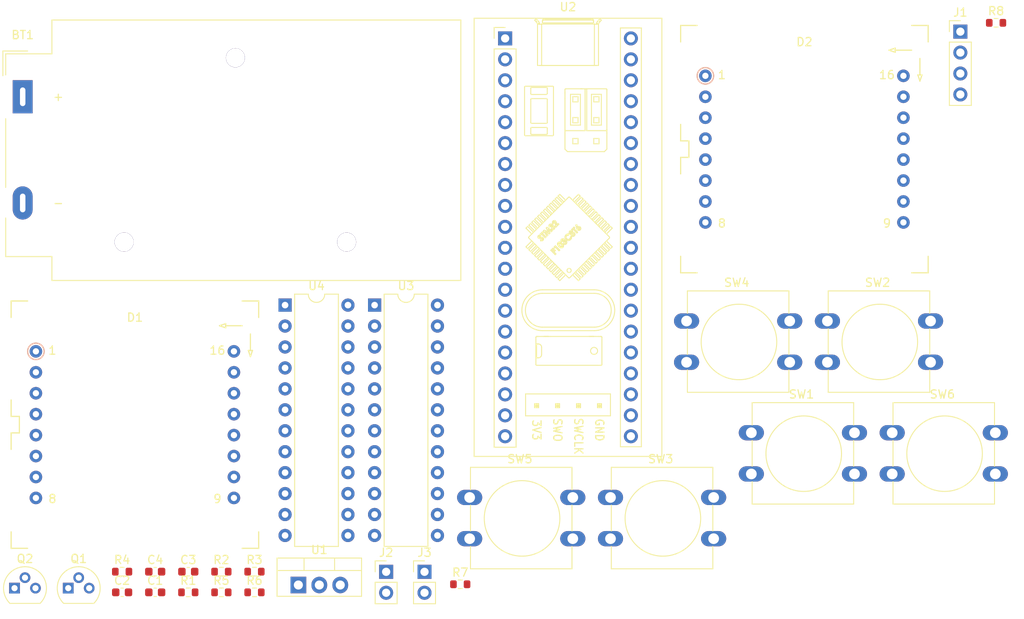
<source format=kicad_pcb>
(kicad_pcb (version 20171130) (host pcbnew "(5.1.7)-1")

  (general
    (thickness 1.6)
    (drawings 0)
    (tracks 0)
    (zones 0)
    (modules 30)
    (nets 83)
  )

  (page A4)
  (layers
    (0 F.Cu signal)
    (31 B.Cu signal)
    (32 B.Adhes user)
    (33 F.Adhes user)
    (34 B.Paste user)
    (35 F.Paste user)
    (36 B.SilkS user)
    (37 F.SilkS user)
    (38 B.Mask user)
    (39 F.Mask user)
    (40 Dwgs.User user)
    (41 Cmts.User user)
    (42 Eco1.User user)
    (43 Eco2.User user)
    (44 Edge.Cuts user)
    (45 Margin user)
    (46 B.CrtYd user)
    (47 F.CrtYd user)
    (48 B.Fab user)
    (49 F.Fab user)
  )

  (setup
    (last_trace_width 0.25)
    (trace_clearance 0.2)
    (zone_clearance 0.508)
    (zone_45_only no)
    (trace_min 0.2)
    (via_size 0.8)
    (via_drill 0.4)
    (via_min_size 0.4)
    (via_min_drill 0.3)
    (uvia_size 0.3)
    (uvia_drill 0.1)
    (uvias_allowed no)
    (uvia_min_size 0.2)
    (uvia_min_drill 0.1)
    (edge_width 0.05)
    (segment_width 0.2)
    (pcb_text_width 0.3)
    (pcb_text_size 1.5 1.5)
    (mod_edge_width 0.12)
    (mod_text_size 1 1)
    (mod_text_width 0.15)
    (pad_size 1.524 1.524)
    (pad_drill 0.762)
    (pad_to_mask_clearance 0)
    (aux_axis_origin 0 0)
    (visible_elements FFFFFF7F)
    (pcbplotparams
      (layerselection 0x010fc_ffffffff)
      (usegerberextensions false)
      (usegerberattributes true)
      (usegerberadvancedattributes true)
      (creategerberjobfile true)
      (excludeedgelayer true)
      (linewidth 0.100000)
      (plotframeref false)
      (viasonmask false)
      (mode 1)
      (useauxorigin false)
      (hpglpennumber 1)
      (hpglpenspeed 20)
      (hpglpendiameter 15.000000)
      (psnegative false)
      (psa4output false)
      (plotreference true)
      (plotvalue true)
      (plotinvisibletext false)
      (padsonsilk false)
      (subtractmaskfromsilk false)
      (outputformat 1)
      (mirror false)
      (drillshape 1)
      (scaleselection 1)
      (outputdirectory ""))
  )

  (net 0 "")
  (net 1 "Net-(BT1-Pad1)")
  (net 2 GND)
  (net 3 +5V)
  (net 4 M0_C8)
  (net 5 M0_C7)
  (net 6 M0_R7)
  (net 7 M0_C1)
  (net 8 M0_R5)
  (net 9 M0_C6)
  (net 10 M0_C4)
  (net 11 M0_R8)
  (net 12 M0_R6)
  (net 13 M0_R3)
  (net 14 M0_C5)
  (net 15 M0_R1)
  (net 16 M0_C3)
  (net 17 M0_C2)
  (net 18 M0_R2)
  (net 19 M0_R4)
  (net 20 M1_R4)
  (net 21 M1_R2)
  (net 22 M1_C2)
  (net 23 M1_C3)
  (net 24 M1_R1)
  (net 25 M1_C5)
  (net 26 M1_R3)
  (net 27 M1_R6)
  (net 28 M1_R8)
  (net 29 M1_C4)
  (net 30 M1_C6)
  (net 31 M1_R5)
  (net 32 M1_C1)
  (net 33 M1_R7)
  (net 34 M1_C7)
  (net 35 M1_C8)
  (net 36 "Net-(J1-Pad1)")
  (net 37 "Net-(J1-Pad2)")
  (net 38 "Net-(J2-Pad2)")
  (net 39 "Net-(J3-Pad2)")
  (net 40 "Net-(Q1-Pad2)")
  (net 41 "Net-(Q1-Pad3)")
  (net 42 "Net-(Q2-Pad3)")
  (net 43 "Net-(Q2-Pad2)")
  (net 44 "Net-(R1-Pad2)")
  (net 45 "Net-(R2-Pad2)")
  (net 46 I2C1_SDA)
  (net 47 I2C1_SCL)
  (net 48 TIM1_CH1)
  (net 49 TIM1_CH2)
  (net 50 BTN_RST)
  (net 51 BTN_LEFT)
  (net 52 BTN_UP)
  (net 53 BTN_RIGHT)
  (net 54 BTN_DOWN)
  (net 55 BTN_CENTER)
  (net 56 "Net-(U2-Pad1)")
  (net 57 "Net-(U2-Pad2)")
  (net 58 +3V3)
  (net 59 "Net-(U2-Pad3)")
  (net 60 "Net-(U2-Pad37)")
  (net 61 "Net-(U2-Pad4)")
  (net 62 "Net-(U2-Pad36)")
  (net 63 "Net-(U2-Pad35)")
  (net 64 "Net-(U2-Pad34)")
  (net 65 "Net-(U2-Pad7)")
  (net 66 "Net-(U2-Pad33)")
  (net 67 "Net-(U2-Pad8)")
  (net 68 SPI1_MOSI)
  (net 69 "Net-(U2-Pad9)")
  (net 70 SPI1_CS)
  (net 71 "Net-(U2-Pad10)")
  (net 72 SPI1_CLK)
  (net 73 "Net-(U2-Pad11)")
  (net 74 "Net-(U2-Pad12)")
  (net 75 "Net-(U2-Pad13)")
  (net 76 "Net-(U2-Pad16)")
  (net 77 "Net-(U2-Pad17)")
  (net 78 "Net-(U2-Pad23)")
  (net 79 "Net-(U2-Pad22)")
  (net 80 "Net-(U2-Pad21)")
  (net 81 MATRIX2_DIN)
  (net 82 "Net-(U4-Pad24)")

  (net_class Default "This is the default net class."
    (clearance 0.2)
    (trace_width 0.25)
    (via_dia 0.8)
    (via_drill 0.4)
    (uvia_dia 0.3)
    (uvia_drill 0.1)
    (add_net +3V3)
    (add_net +5V)
    (add_net BTN_CENTER)
    (add_net BTN_DOWN)
    (add_net BTN_LEFT)
    (add_net BTN_RIGHT)
    (add_net BTN_RST)
    (add_net BTN_UP)
    (add_net GND)
    (add_net I2C1_SCL)
    (add_net I2C1_SDA)
    (add_net M0_C1)
    (add_net M0_C2)
    (add_net M0_C3)
    (add_net M0_C4)
    (add_net M0_C5)
    (add_net M0_C6)
    (add_net M0_C7)
    (add_net M0_C8)
    (add_net M0_R1)
    (add_net M0_R2)
    (add_net M0_R3)
    (add_net M0_R4)
    (add_net M0_R5)
    (add_net M0_R6)
    (add_net M0_R7)
    (add_net M0_R8)
    (add_net M1_C1)
    (add_net M1_C2)
    (add_net M1_C3)
    (add_net M1_C4)
    (add_net M1_C5)
    (add_net M1_C6)
    (add_net M1_C7)
    (add_net M1_C8)
    (add_net M1_R1)
    (add_net M1_R2)
    (add_net M1_R3)
    (add_net M1_R4)
    (add_net M1_R5)
    (add_net M1_R6)
    (add_net M1_R7)
    (add_net M1_R8)
    (add_net MATRIX2_DIN)
    (add_net "Net-(BT1-Pad1)")
    (add_net "Net-(J1-Pad1)")
    (add_net "Net-(J1-Pad2)")
    (add_net "Net-(J2-Pad2)")
    (add_net "Net-(J3-Pad2)")
    (add_net "Net-(Q1-Pad2)")
    (add_net "Net-(Q1-Pad3)")
    (add_net "Net-(Q2-Pad2)")
    (add_net "Net-(Q2-Pad3)")
    (add_net "Net-(R1-Pad2)")
    (add_net "Net-(R2-Pad2)")
    (add_net "Net-(U2-Pad1)")
    (add_net "Net-(U2-Pad10)")
    (add_net "Net-(U2-Pad11)")
    (add_net "Net-(U2-Pad12)")
    (add_net "Net-(U2-Pad13)")
    (add_net "Net-(U2-Pad16)")
    (add_net "Net-(U2-Pad17)")
    (add_net "Net-(U2-Pad2)")
    (add_net "Net-(U2-Pad21)")
    (add_net "Net-(U2-Pad22)")
    (add_net "Net-(U2-Pad23)")
    (add_net "Net-(U2-Pad3)")
    (add_net "Net-(U2-Pad33)")
    (add_net "Net-(U2-Pad34)")
    (add_net "Net-(U2-Pad35)")
    (add_net "Net-(U2-Pad36)")
    (add_net "Net-(U2-Pad37)")
    (add_net "Net-(U2-Pad4)")
    (add_net "Net-(U2-Pad7)")
    (add_net "Net-(U2-Pad8)")
    (add_net "Net-(U2-Pad9)")
    (add_net "Net-(U4-Pad24)")
    (add_net SPI1_CLK)
    (add_net SPI1_CS)
    (add_net SPI1_MOSI)
    (add_net TIM1_CH1)
    (add_net TIM1_CH2)
  )

  (module Battery:BatteryHolder_MPD_BA9VPC_1xPP3 (layer F.Cu) (tedit 5E3B46E0) (tstamp 603B406B)
    (at 69.835801 -87.556999)
    (descr "1xPP3 (9V) battery holder, Memory Protection Devices P/N BA9VPC, http://www.memoryprotectiondevices.com/datasheets/BA9VPC-datasheet.pdf")
    (tags "PP3 Battery Holder BA9VPC 9V")
    (path /604BD7EE)
    (fp_text reference BT1 (at 0 -7.5) (layer F.SilkS)
      (effects (font (size 1 1) (thickness 0.15)))
    )
    (fp_text value Battery_Cell (at 25.75 23.6) (layer F.Fab)
      (effects (font (size 1 1) (thickness 0.15)))
    )
    (fp_line (start -1.95 0.45) (end -1.5 0) (layer F.Fab) (width 0.1))
    (fp_line (start -1.5 0) (end -1.95 -0.45) (layer F.Fab) (width 0.1))
    (fp_line (start -2.4 -5.55) (end 0.6 -5.55) (layer F.SilkS) (width 0.12))
    (fp_line (start -2.4 -5.55) (end -2.4 -2.55) (layer F.SilkS) (width 0.12))
    (fp_line (start -2.06 19.38) (end -2.06 14.7) (layer F.SilkS) (width 0.12))
    (fp_line (start -2.06 2.65) (end -2.06 11) (layer F.SilkS) (width 0.12))
    (fp_line (start -2.06 -5.21) (end -2.06 -2.65) (layer F.SilkS) (width 0.12))
    (fp_line (start 3.54 -5.21) (end -2.06 -5.21) (layer F.SilkS) (width 0.12))
    (fp_line (start 3.54 -9.31) (end 3.54 -5.21) (layer F.SilkS) (width 0.12))
    (fp_line (start 53.1 -9.31) (end 3.54 -9.31) (layer F.SilkS) (width 0.12))
    (fp_line (start 3.54 19.38) (end -2.06 19.38) (layer F.SilkS) (width 0.12))
    (fp_line (start 3.54 22.28) (end 3.54 19.38) (layer F.SilkS) (width 0.12))
    (fp_line (start 53.1 22.28) (end 3.54 22.28) (layer F.SilkS) (width 0.12))
    (fp_line (start 53.1 22.28) (end 53.1 -9.31) (layer F.SilkS) (width 0.12))
    (fp_line (start -1.95 19.27) (end -1.95 -5.1) (layer F.Fab) (width 0.1))
    (fp_line (start 52.99 22.17) (end 52.99 -9.2) (layer F.Fab) (width 0.1))
    (fp_line (start 3.65 22.17) (end 52.99 22.17) (layer F.Fab) (width 0.1))
    (fp_line (start 3.65 -9.2) (end 52.99 -9.2) (layer F.Fab) (width 0.1))
    (fp_line (start 3.65 -5.1) (end -1.95 -5.1) (layer F.Fab) (width 0.1))
    (fp_line (start 3.65 -5.1) (end 3.65 -9.2) (layer F.Fab) (width 0.1))
    (fp_line (start 3.65 19.27) (end -1.95 19.27) (layer F.Fab) (width 0.1))
    (fp_line (start 3.65 22.17) (end 3.65 19.27) (layer F.Fab) (width 0.1))
    (fp_line (start -2.45 -9.7) (end 53.49 -9.7) (layer F.CrtYd) (width 0.05))
    (fp_line (start -2.45 22.67) (end 53.49 22.67) (layer F.CrtYd) (width 0.05))
    (fp_line (start -2.45 -9.7) (end -2.45 22.67) (layer F.CrtYd) (width 0.05))
    (fp_line (start 53.49 22.67) (end 53.49 -9.7) (layer F.CrtYd) (width 0.05))
    (fp_text user %R (at 25.75 6.5) (layer F.Fab)
      (effects (font (size 1 1) (thickness 0.15)))
    )
    (fp_text user - (at 3.6 12.88) (layer F.SilkS)
      (effects (font (size 1 1) (thickness 0.15)) (justify left))
    )
    (fp_text user + (at 3.6 0) (layer F.SilkS)
      (effects (font (size 1 1) (thickness 0.15)) (justify left))
    )
    (pad 1 thru_hole rect (at 0 0) (size 2.41 4.02) (drill oval 0.66 2.27) (layers *.Cu *.Mask)
      (net 1 "Net-(BT1-Pad1)"))
    (pad 2 thru_hole oval (at 0 12.88) (size 2.41 4.02) (drill oval 0.66 2.27) (layers *.Cu *.Mask)
      (net 2 GND))
    (pad "" np_thru_hole circle (at 25.78 -4.73) (size 2.3 2.3) (drill 2.29) (layers *.Cu *.Mask))
    (pad "" np_thru_hole circle (at 12.29 17.62) (size 2.3 2.3) (drill 2.29) (layers *.Cu *.Mask))
    (pad "" np_thru_hole circle (at 39.26 17.62) (size 2.3 2.3) (drill 2.29) (layers *.Cu *.Mask))
    (model ${KISYS3DMOD}/Battery.3dshapes/BatteryHolder_MPD_BA9VPC_1xPP3.wrl
      (at (xyz 0 0 0))
      (scale (xyz 1 1 1))
      (rotate (xyz 0 0 0))
    )
  )

  (module Capacitor_SMD:C_0603_1608Metric (layer F.Cu) (tedit 5F68FEEE) (tstamp 603B407C)
    (at 85.895801 -27.446999)
    (descr "Capacitor SMD 0603 (1608 Metric), square (rectangular) end terminal, IPC_7351 nominal, (Body size source: IPC-SM-782 page 76, https://www.pcb-3d.com/wordpress/wp-content/uploads/ipc-sm-782a_amendment_1_and_2.pdf), generated with kicad-footprint-generator")
    (tags capacitor)
    (path /6054A822)
    (attr smd)
    (fp_text reference C1 (at 0 -1.43) (layer F.SilkS)
      (effects (font (size 1 1) (thickness 0.15)))
    )
    (fp_text value "4.7 uF" (at 0 1.43) (layer F.Fab)
      (effects (font (size 1 1) (thickness 0.15)))
    )
    (fp_text user %R (at 0 0) (layer F.Fab)
      (effects (font (size 0.4 0.4) (thickness 0.06)))
    )
    (fp_line (start -0.8 0.4) (end -0.8 -0.4) (layer F.Fab) (width 0.1))
    (fp_line (start -0.8 -0.4) (end 0.8 -0.4) (layer F.Fab) (width 0.1))
    (fp_line (start 0.8 -0.4) (end 0.8 0.4) (layer F.Fab) (width 0.1))
    (fp_line (start 0.8 0.4) (end -0.8 0.4) (layer F.Fab) (width 0.1))
    (fp_line (start -0.14058 -0.51) (end 0.14058 -0.51) (layer F.SilkS) (width 0.12))
    (fp_line (start -0.14058 0.51) (end 0.14058 0.51) (layer F.SilkS) (width 0.12))
    (fp_line (start -1.48 0.73) (end -1.48 -0.73) (layer F.CrtYd) (width 0.05))
    (fp_line (start -1.48 -0.73) (end 1.48 -0.73) (layer F.CrtYd) (width 0.05))
    (fp_line (start 1.48 -0.73) (end 1.48 0.73) (layer F.CrtYd) (width 0.05))
    (fp_line (start 1.48 0.73) (end -1.48 0.73) (layer F.CrtYd) (width 0.05))
    (pad 2 smd roundrect (at 0.775 0) (size 0.9 0.95) (layers F.Cu F.Paste F.Mask) (roundrect_rratio 0.25)
      (net 2 GND))
    (pad 1 smd roundrect (at -0.775 0) (size 0.9 0.95) (layers F.Cu F.Paste F.Mask) (roundrect_rratio 0.25)
      (net 3 +5V))
    (model ${KISYS3DMOD}/Capacitor_SMD.3dshapes/C_0603_1608Metric.wrl
      (at (xyz 0 0 0))
      (scale (xyz 1 1 1))
      (rotate (xyz 0 0 0))
    )
  )

  (module Capacitor_SMD:C_0603_1608Metric (layer F.Cu) (tedit 5F68FEEE) (tstamp 603B408D)
    (at 81.885801 -27.446999)
    (descr "Capacitor SMD 0603 (1608 Metric), square (rectangular) end terminal, IPC_7351 nominal, (Body size source: IPC-SM-782 page 76, https://www.pcb-3d.com/wordpress/wp-content/uploads/ipc-sm-782a_amendment_1_and_2.pdf), generated with kicad-footprint-generator")
    (tags capacitor)
    (path /605EABE6)
    (attr smd)
    (fp_text reference C2 (at 0 -1.43) (layer F.SilkS)
      (effects (font (size 1 1) (thickness 0.15)))
    )
    (fp_text value "4.7 uF" (at 0 1.43) (layer F.Fab)
      (effects (font (size 1 1) (thickness 0.15)))
    )
    (fp_text user %R (at 0 0) (layer F.Fab)
      (effects (font (size 0.4 0.4) (thickness 0.06)))
    )
    (fp_line (start -0.8 0.4) (end -0.8 -0.4) (layer F.Fab) (width 0.1))
    (fp_line (start -0.8 -0.4) (end 0.8 -0.4) (layer F.Fab) (width 0.1))
    (fp_line (start 0.8 -0.4) (end 0.8 0.4) (layer F.Fab) (width 0.1))
    (fp_line (start 0.8 0.4) (end -0.8 0.4) (layer F.Fab) (width 0.1))
    (fp_line (start -0.14058 -0.51) (end 0.14058 -0.51) (layer F.SilkS) (width 0.12))
    (fp_line (start -0.14058 0.51) (end 0.14058 0.51) (layer F.SilkS) (width 0.12))
    (fp_line (start -1.48 0.73) (end -1.48 -0.73) (layer F.CrtYd) (width 0.05))
    (fp_line (start -1.48 -0.73) (end 1.48 -0.73) (layer F.CrtYd) (width 0.05))
    (fp_line (start 1.48 -0.73) (end 1.48 0.73) (layer F.CrtYd) (width 0.05))
    (fp_line (start 1.48 0.73) (end -1.48 0.73) (layer F.CrtYd) (width 0.05))
    (pad 2 smd roundrect (at 0.775 0) (size 0.9 0.95) (layers F.Cu F.Paste F.Mask) (roundrect_rratio 0.25)
      (net 2 GND))
    (pad 1 smd roundrect (at -0.775 0) (size 0.9 0.95) (layers F.Cu F.Paste F.Mask) (roundrect_rratio 0.25)
      (net 3 +5V))
    (model ${KISYS3DMOD}/Capacitor_SMD.3dshapes/C_0603_1608Metric.wrl
      (at (xyz 0 0 0))
      (scale (xyz 1 1 1))
      (rotate (xyz 0 0 0))
    )
  )

  (module Capacitor_SMD:C_0603_1608Metric (layer F.Cu) (tedit 5F68FEEE) (tstamp 603B409E)
    (at 89.905801 -29.956999)
    (descr "Capacitor SMD 0603 (1608 Metric), square (rectangular) end terminal, IPC_7351 nominal, (Body size source: IPC-SM-782 page 76, https://www.pcb-3d.com/wordpress/wp-content/uploads/ipc-sm-782a_amendment_1_and_2.pdf), generated with kicad-footprint-generator")
    (tags capacitor)
    (path /603A7C4F)
    (attr smd)
    (fp_text reference C3 (at 0 -1.43) (layer F.SilkS)
      (effects (font (size 1 1) (thickness 0.15)))
    )
    (fp_text value "0.1 uF" (at 0 1.43) (layer F.Fab)
      (effects (font (size 1 1) (thickness 0.15)))
    )
    (fp_line (start 1.48 0.73) (end -1.48 0.73) (layer F.CrtYd) (width 0.05))
    (fp_line (start 1.48 -0.73) (end 1.48 0.73) (layer F.CrtYd) (width 0.05))
    (fp_line (start -1.48 -0.73) (end 1.48 -0.73) (layer F.CrtYd) (width 0.05))
    (fp_line (start -1.48 0.73) (end -1.48 -0.73) (layer F.CrtYd) (width 0.05))
    (fp_line (start -0.14058 0.51) (end 0.14058 0.51) (layer F.SilkS) (width 0.12))
    (fp_line (start -0.14058 -0.51) (end 0.14058 -0.51) (layer F.SilkS) (width 0.12))
    (fp_line (start 0.8 0.4) (end -0.8 0.4) (layer F.Fab) (width 0.1))
    (fp_line (start 0.8 -0.4) (end 0.8 0.4) (layer F.Fab) (width 0.1))
    (fp_line (start -0.8 -0.4) (end 0.8 -0.4) (layer F.Fab) (width 0.1))
    (fp_line (start -0.8 0.4) (end -0.8 -0.4) (layer F.Fab) (width 0.1))
    (fp_text user %R (at 0 0) (layer F.Fab)
      (effects (font (size 0.4 0.4) (thickness 0.06)))
    )
    (pad 1 smd roundrect (at -0.775 0) (size 0.9 0.95) (layers F.Cu F.Paste F.Mask) (roundrect_rratio 0.25)
      (net 3 +5V))
    (pad 2 smd roundrect (at 0.775 0) (size 0.9 0.95) (layers F.Cu F.Paste F.Mask) (roundrect_rratio 0.25)
      (net 2 GND))
    (model ${KISYS3DMOD}/Capacitor_SMD.3dshapes/C_0603_1608Metric.wrl
      (at (xyz 0 0 0))
      (scale (xyz 1 1 1))
      (rotate (xyz 0 0 0))
    )
  )

  (module Capacitor_SMD:C_0603_1608Metric (layer F.Cu) (tedit 5F68FEEE) (tstamp 603B40AF)
    (at 85.895801 -29.956999)
    (descr "Capacitor SMD 0603 (1608 Metric), square (rectangular) end terminal, IPC_7351 nominal, (Body size source: IPC-SM-782 page 76, https://www.pcb-3d.com/wordpress/wp-content/uploads/ipc-sm-782a_amendment_1_and_2.pdf), generated with kicad-footprint-generator")
    (tags capacitor)
    (path /605EABE0)
    (attr smd)
    (fp_text reference C4 (at 0 -1.43) (layer F.SilkS)
      (effects (font (size 1 1) (thickness 0.15)))
    )
    (fp_text value "0.1 uF" (at 0 1.43) (layer F.Fab)
      (effects (font (size 1 1) (thickness 0.15)))
    )
    (fp_line (start 1.48 0.73) (end -1.48 0.73) (layer F.CrtYd) (width 0.05))
    (fp_line (start 1.48 -0.73) (end 1.48 0.73) (layer F.CrtYd) (width 0.05))
    (fp_line (start -1.48 -0.73) (end 1.48 -0.73) (layer F.CrtYd) (width 0.05))
    (fp_line (start -1.48 0.73) (end -1.48 -0.73) (layer F.CrtYd) (width 0.05))
    (fp_line (start -0.14058 0.51) (end 0.14058 0.51) (layer F.SilkS) (width 0.12))
    (fp_line (start -0.14058 -0.51) (end 0.14058 -0.51) (layer F.SilkS) (width 0.12))
    (fp_line (start 0.8 0.4) (end -0.8 0.4) (layer F.Fab) (width 0.1))
    (fp_line (start 0.8 -0.4) (end 0.8 0.4) (layer F.Fab) (width 0.1))
    (fp_line (start -0.8 -0.4) (end 0.8 -0.4) (layer F.Fab) (width 0.1))
    (fp_line (start -0.8 0.4) (end -0.8 -0.4) (layer F.Fab) (width 0.1))
    (fp_text user %R (at 0 0) (layer F.Fab)
      (effects (font (size 0.4 0.4) (thickness 0.06)))
    )
    (pad 1 smd roundrect (at -0.775 0) (size 0.9 0.95) (layers F.Cu F.Paste F.Mask) (roundrect_rratio 0.25)
      (net 3 +5V))
    (pad 2 smd roundrect (at 0.775 0) (size 0.9 0.95) (layers F.Cu F.Paste F.Mask) (roundrect_rratio 0.25)
      (net 2 GND))
    (model ${KISYS3DMOD}/Capacitor_SMD.3dshapes/C_0603_1608Metric.wrl
      (at (xyz 0 0 0))
      (scale (xyz 1 1 1))
      (rotate (xyz 0 0 0))
    )
  )

  (module akn_misc:LED_8x8_3MM_32x32MM (layer F.Cu) (tedit 5C5E90DA) (tstamp 603B40E2)
    (at 83.435801 -47.786999)
    (path /605A951A)
    (fp_text reference D1 (at 0 -13) (layer F.SilkS)
      (effects (font (size 1 1) (thickness 0.15)))
    )
    (fp_text value DISP_LED_MAT_8x8_COM_CAT (at 0 11) (layer F.Fab)
      (effects (font (size 1 1) (thickness 0.15)))
    )
    (fp_text user 1 (at -10 -9) (layer F.SilkS)
      (effects (font (size 1 1) (thickness 0.15)))
    )
    (fp_text user 8 (at -10 9) (layer F.SilkS)
      (effects (font (size 1 1) (thickness 0.15)))
    )
    (fp_text user 9 (at 10 9) (layer F.SilkS)
      (effects (font (size 1 1) (thickness 0.15)))
    )
    (fp_text user 16 (at 10 -9) (layer F.SilkS)
      (effects (font (size 1 1) (thickness 0.15)))
    )
    (fp_line (start -16 16) (end -16 -16) (layer F.Fab) (width 0.15))
    (fp_line (start 16 16) (end -16 16) (layer F.Fab) (width 0.15))
    (fp_line (start 16 -16) (end 16 16) (layer F.Fab) (width 0.15))
    (fp_line (start -16 -16) (end 16 -16) (layer F.Fab) (width 0.15))
    (fp_line (start -15 1) (end -15 3) (layer F.SilkS) (width 0.15))
    (fp_line (start -15 -1) (end -15 -3) (layer F.SilkS) (width 0.15))
    (fp_line (start 15 15) (end 13 15) (layer F.SilkS) (width 0.15))
    (fp_line (start 15 13) (end 15 15) (layer F.SilkS) (width 0.15))
    (fp_line (start -15 15) (end -15 13) (layer F.SilkS) (width 0.15))
    (fp_line (start -13 15) (end -15 15) (layer F.SilkS) (width 0.15))
    (fp_line (start 15 -15) (end 15 -13) (layer F.SilkS) (width 0.15))
    (fp_line (start 13 -15) (end 15 -15) (layer F.SilkS) (width 0.15))
    (fp_line (start -15 -15) (end -13 -15) (layer F.SilkS) (width 0.15))
    (fp_line (start -15 -13) (end -15 -15) (layer F.SilkS) (width 0.15))
    (fp_line (start 13.75 -9) (end 14.25 -9) (layer F.SilkS) (width 0.15))
    (fp_line (start 14.25 -9) (end 14 -8.25) (layer F.SilkS) (width 0.15))
    (fp_line (start 14 -8.25) (end 13.75 -9) (layer F.SilkS) (width 0.15))
    (fp_line (start 11 -11.75) (end 11 -12.25) (layer F.SilkS) (width 0.15))
    (fp_line (start 11 -12.25) (end 10.25 -12) (layer F.SilkS) (width 0.15))
    (fp_line (start 10.25 -12) (end 11 -11.75) (layer F.SilkS) (width 0.15))
    (fp_line (start 14 -11) (end 14 -9) (layer F.SilkS) (width 0.15))
    (fp_line (start 13 -12) (end 11 -12) (layer F.SilkS) (width 0.15))
    (fp_circle (center -12 -8.89) (end -12 -7.89) (layer F.SilkS) (width 0.15))
    (fp_line (start -15 -1) (end -14 -1) (layer F.SilkS) (width 0.15))
    (fp_line (start -14 -1) (end -14 1) (layer F.SilkS) (width 0.15))
    (fp_line (start -14 1) (end -15 1) (layer F.SilkS) (width 0.15))
    (fp_circle (center -12 -8.89) (end -11 -8.89) (layer B.SilkS) (width 0.15))
    (pad 16 thru_hole circle (at 12 -8.89) (size 1.524 1.524) (drill 0.762) (layers *.Cu *.Mask)
      (net 4 M0_C8))
    (pad 15 thru_hole circle (at 12 -6.35) (size 1.524 1.524) (drill 0.762) (layers *.Cu *.Mask)
      (net 5 M0_C7))
    (pad 14 thru_hole circle (at 12 -3.81) (size 1.524 1.524) (drill 0.762) (layers *.Cu *.Mask)
      (net 6 M0_R7))
    (pad 13 thru_hole circle (at 12 -1.27) (size 1.524 1.524) (drill 0.762) (layers *.Cu *.Mask)
      (net 7 M0_C1))
    (pad 12 thru_hole circle (at 12 1.27) (size 1.524 1.524) (drill 0.762) (layers *.Cu *.Mask)
      (net 8 M0_R5))
    (pad 11 thru_hole circle (at 12 3.81) (size 1.524 1.524) (drill 0.762) (layers *.Cu *.Mask)
      (net 9 M0_C6))
    (pad 10 thru_hole circle (at 12 6.35) (size 1.524 1.524) (drill 0.762) (layers *.Cu *.Mask)
      (net 10 M0_C4))
    (pad 9 thru_hole circle (at 12 8.89) (size 1.524 1.524) (drill 0.762) (layers *.Cu *.Mask)
      (net 11 M0_R8))
    (pad 8 thru_hole circle (at -12 8.89) (size 1.524 1.524) (drill 0.762) (layers *.Cu *.Mask)
      (net 12 M0_R6))
    (pad 7 thru_hole circle (at -12 6.35) (size 1.524 1.524) (drill 0.762) (layers *.Cu *.Mask)
      (net 13 M0_R3))
    (pad 6 thru_hole circle (at -12 3.81) (size 1.524 1.524) (drill 0.762) (layers *.Cu *.Mask)
      (net 14 M0_C5))
    (pad 5 thru_hole circle (at -12 1.27) (size 1.524 1.524) (drill 0.762) (layers *.Cu *.Mask)
      (net 15 M0_R1))
    (pad 4 thru_hole circle (at -12 -1.27) (size 1.524 1.524) (drill 0.762) (layers *.Cu *.Mask)
      (net 16 M0_C3))
    (pad 3 thru_hole circle (at -12 -3.81) (size 1.524 1.524) (drill 0.762) (layers *.Cu *.Mask)
      (net 17 M0_C2))
    (pad 2 thru_hole circle (at -12 -6.35) (size 1.524 1.524) (drill 0.762) (layers *.Cu *.Mask)
      (net 18 M0_R2))
    (pad 1 thru_hole circle (at -12 -8.89) (size 1.524 1.524) (drill 0.762) (layers *.Cu *.Mask)
      (net 19 M0_R4))
    (model ${KISYS3DMOD}/akn.3dshapes/LED_1088.x3d
      (offset (xyz 0 0 2))
      (scale (xyz 4 4 4))
      (rotate (xyz -90 0 0))
    )
  )

  (module akn_misc:LED_8x8_3MM_32x32MM (layer F.Cu) (tedit 5C5E90DA) (tstamp 603B4115)
    (at 164.575801 -81.206999)
    (path /605EABEC)
    (fp_text reference D2 (at 0 -13) (layer F.SilkS)
      (effects (font (size 1 1) (thickness 0.15)))
    )
    (fp_text value DISP_LED_MAT_8x8_COM_CAT (at 0 11) (layer F.Fab)
      (effects (font (size 1 1) (thickness 0.15)))
    )
    (fp_circle (center -12 -8.89) (end -11 -8.89) (layer B.SilkS) (width 0.15))
    (fp_line (start -14 1) (end -15 1) (layer F.SilkS) (width 0.15))
    (fp_line (start -14 -1) (end -14 1) (layer F.SilkS) (width 0.15))
    (fp_line (start -15 -1) (end -14 -1) (layer F.SilkS) (width 0.15))
    (fp_circle (center -12 -8.89) (end -12 -7.89) (layer F.SilkS) (width 0.15))
    (fp_line (start 13 -12) (end 11 -12) (layer F.SilkS) (width 0.15))
    (fp_line (start 14 -11) (end 14 -9) (layer F.SilkS) (width 0.15))
    (fp_line (start 10.25 -12) (end 11 -11.75) (layer F.SilkS) (width 0.15))
    (fp_line (start 11 -12.25) (end 10.25 -12) (layer F.SilkS) (width 0.15))
    (fp_line (start 11 -11.75) (end 11 -12.25) (layer F.SilkS) (width 0.15))
    (fp_line (start 14 -8.25) (end 13.75 -9) (layer F.SilkS) (width 0.15))
    (fp_line (start 14.25 -9) (end 14 -8.25) (layer F.SilkS) (width 0.15))
    (fp_line (start 13.75 -9) (end 14.25 -9) (layer F.SilkS) (width 0.15))
    (fp_line (start -15 -13) (end -15 -15) (layer F.SilkS) (width 0.15))
    (fp_line (start -15 -15) (end -13 -15) (layer F.SilkS) (width 0.15))
    (fp_line (start 13 -15) (end 15 -15) (layer F.SilkS) (width 0.15))
    (fp_line (start 15 -15) (end 15 -13) (layer F.SilkS) (width 0.15))
    (fp_line (start -13 15) (end -15 15) (layer F.SilkS) (width 0.15))
    (fp_line (start -15 15) (end -15 13) (layer F.SilkS) (width 0.15))
    (fp_line (start 15 13) (end 15 15) (layer F.SilkS) (width 0.15))
    (fp_line (start 15 15) (end 13 15) (layer F.SilkS) (width 0.15))
    (fp_line (start -15 -1) (end -15 -3) (layer F.SilkS) (width 0.15))
    (fp_line (start -15 1) (end -15 3) (layer F.SilkS) (width 0.15))
    (fp_line (start -16 -16) (end 16 -16) (layer F.Fab) (width 0.15))
    (fp_line (start 16 -16) (end 16 16) (layer F.Fab) (width 0.15))
    (fp_line (start 16 16) (end -16 16) (layer F.Fab) (width 0.15))
    (fp_line (start -16 16) (end -16 -16) (layer F.Fab) (width 0.15))
    (fp_text user 16 (at 10 -9) (layer F.SilkS)
      (effects (font (size 1 1) (thickness 0.15)))
    )
    (fp_text user 9 (at 10 9) (layer F.SilkS)
      (effects (font (size 1 1) (thickness 0.15)))
    )
    (fp_text user 8 (at -10 9) (layer F.SilkS)
      (effects (font (size 1 1) (thickness 0.15)))
    )
    (fp_text user 1 (at -10 -9) (layer F.SilkS)
      (effects (font (size 1 1) (thickness 0.15)))
    )
    (pad 1 thru_hole circle (at -12 -8.89) (size 1.524 1.524) (drill 0.762) (layers *.Cu *.Mask)
      (net 20 M1_R4))
    (pad 2 thru_hole circle (at -12 -6.35) (size 1.524 1.524) (drill 0.762) (layers *.Cu *.Mask)
      (net 21 M1_R2))
    (pad 3 thru_hole circle (at -12 -3.81) (size 1.524 1.524) (drill 0.762) (layers *.Cu *.Mask)
      (net 22 M1_C2))
    (pad 4 thru_hole circle (at -12 -1.27) (size 1.524 1.524) (drill 0.762) (layers *.Cu *.Mask)
      (net 23 M1_C3))
    (pad 5 thru_hole circle (at -12 1.27) (size 1.524 1.524) (drill 0.762) (layers *.Cu *.Mask)
      (net 24 M1_R1))
    (pad 6 thru_hole circle (at -12 3.81) (size 1.524 1.524) (drill 0.762) (layers *.Cu *.Mask)
      (net 25 M1_C5))
    (pad 7 thru_hole circle (at -12 6.35) (size 1.524 1.524) (drill 0.762) (layers *.Cu *.Mask)
      (net 26 M1_R3))
    (pad 8 thru_hole circle (at -12 8.89) (size 1.524 1.524) (drill 0.762) (layers *.Cu *.Mask)
      (net 27 M1_R6))
    (pad 9 thru_hole circle (at 12 8.89) (size 1.524 1.524) (drill 0.762) (layers *.Cu *.Mask)
      (net 28 M1_R8))
    (pad 10 thru_hole circle (at 12 6.35) (size 1.524 1.524) (drill 0.762) (layers *.Cu *.Mask)
      (net 29 M1_C4))
    (pad 11 thru_hole circle (at 12 3.81) (size 1.524 1.524) (drill 0.762) (layers *.Cu *.Mask)
      (net 30 M1_C6))
    (pad 12 thru_hole circle (at 12 1.27) (size 1.524 1.524) (drill 0.762) (layers *.Cu *.Mask)
      (net 31 M1_R5))
    (pad 13 thru_hole circle (at 12 -1.27) (size 1.524 1.524) (drill 0.762) (layers *.Cu *.Mask)
      (net 32 M1_C1))
    (pad 14 thru_hole circle (at 12 -3.81) (size 1.524 1.524) (drill 0.762) (layers *.Cu *.Mask)
      (net 33 M1_R7))
    (pad 15 thru_hole circle (at 12 -6.35) (size 1.524 1.524) (drill 0.762) (layers *.Cu *.Mask)
      (net 34 M1_C7))
    (pad 16 thru_hole circle (at 12 -8.89) (size 1.524 1.524) (drill 0.762) (layers *.Cu *.Mask)
      (net 35 M1_C8))
    (model ${KISYS3DMOD}/akn.3dshapes/LED_1088.x3d
      (offset (xyz 0 0 2))
      (scale (xyz 4 4 4))
      (rotate (xyz -90 0 0))
    )
  )

  (module Connector_PinHeader_2.54mm:PinHeader_1x04_P2.54mm_Vertical (layer F.Cu) (tedit 59FED5CC) (tstamp 603B412D)
    (at 183.475801 -95.456999)
    (descr "Through hole straight pin header, 1x04, 2.54mm pitch, single row")
    (tags "Through hole pin header THT 1x04 2.54mm single row")
    (path /6039C4E4)
    (fp_text reference J1 (at 0 -2.33) (layer F.SilkS)
      (effects (font (size 1 1) (thickness 0.15)))
    )
    (fp_text value Conn_01x04_Female (at 0 9.95) (layer F.Fab)
      (effects (font (size 1 1) (thickness 0.15)))
    )
    (fp_line (start 1.8 -1.8) (end -1.8 -1.8) (layer F.CrtYd) (width 0.05))
    (fp_line (start 1.8 9.4) (end 1.8 -1.8) (layer F.CrtYd) (width 0.05))
    (fp_line (start -1.8 9.4) (end 1.8 9.4) (layer F.CrtYd) (width 0.05))
    (fp_line (start -1.8 -1.8) (end -1.8 9.4) (layer F.CrtYd) (width 0.05))
    (fp_line (start -1.33 -1.33) (end 0 -1.33) (layer F.SilkS) (width 0.12))
    (fp_line (start -1.33 0) (end -1.33 -1.33) (layer F.SilkS) (width 0.12))
    (fp_line (start -1.33 1.27) (end 1.33 1.27) (layer F.SilkS) (width 0.12))
    (fp_line (start 1.33 1.27) (end 1.33 8.95) (layer F.SilkS) (width 0.12))
    (fp_line (start -1.33 1.27) (end -1.33 8.95) (layer F.SilkS) (width 0.12))
    (fp_line (start -1.33 8.95) (end 1.33 8.95) (layer F.SilkS) (width 0.12))
    (fp_line (start -1.27 -0.635) (end -0.635 -1.27) (layer F.Fab) (width 0.1))
    (fp_line (start -1.27 8.89) (end -1.27 -0.635) (layer F.Fab) (width 0.1))
    (fp_line (start 1.27 8.89) (end -1.27 8.89) (layer F.Fab) (width 0.1))
    (fp_line (start 1.27 -1.27) (end 1.27 8.89) (layer F.Fab) (width 0.1))
    (fp_line (start -0.635 -1.27) (end 1.27 -1.27) (layer F.Fab) (width 0.1))
    (fp_text user %R (at 0 3.81 90) (layer F.Fab)
      (effects (font (size 1 1) (thickness 0.15)))
    )
    (pad 1 thru_hole rect (at 0 0) (size 1.7 1.7) (drill 1) (layers *.Cu *.Mask)
      (net 36 "Net-(J1-Pad1)"))
    (pad 2 thru_hole oval (at 0 2.54) (size 1.7 1.7) (drill 1) (layers *.Cu *.Mask)
      (net 37 "Net-(J1-Pad2)"))
    (pad 3 thru_hole oval (at 0 5.08) (size 1.7 1.7) (drill 1) (layers *.Cu *.Mask)
      (net 3 +5V))
    (pad 4 thru_hole oval (at 0 7.62) (size 1.7 1.7) (drill 1) (layers *.Cu *.Mask)
      (net 2 GND))
    (model ${KISYS3DMOD}/Connector_PinHeader_2.54mm.3dshapes/PinHeader_1x04_P2.54mm_Vertical.wrl
      (at (xyz 0 0 0))
      (scale (xyz 1 1 1))
      (rotate (xyz 0 0 0))
    )
  )

  (module Connector_PinHeader_2.54mm:PinHeader_1x02_P2.54mm_Vertical (layer F.Cu) (tedit 59FED5CC) (tstamp 603B4143)
    (at 113.885801 -29.936999)
    (descr "Through hole straight pin header, 1x02, 2.54mm pitch, single row")
    (tags "Through hole pin header THT 1x02 2.54mm single row")
    (path /603A1965)
    (fp_text reference J2 (at 0 -2.33) (layer F.SilkS)
      (effects (font (size 1 1) (thickness 0.15)))
    )
    (fp_text value Conn_01x02_Female (at 0 4.87) (layer F.Fab)
      (effects (font (size 1 1) (thickness 0.15)))
    )
    (fp_text user %R (at 0 1.27 90) (layer F.Fab)
      (effects (font (size 1 1) (thickness 0.15)))
    )
    (fp_line (start -0.635 -1.27) (end 1.27 -1.27) (layer F.Fab) (width 0.1))
    (fp_line (start 1.27 -1.27) (end 1.27 3.81) (layer F.Fab) (width 0.1))
    (fp_line (start 1.27 3.81) (end -1.27 3.81) (layer F.Fab) (width 0.1))
    (fp_line (start -1.27 3.81) (end -1.27 -0.635) (layer F.Fab) (width 0.1))
    (fp_line (start -1.27 -0.635) (end -0.635 -1.27) (layer F.Fab) (width 0.1))
    (fp_line (start -1.33 3.87) (end 1.33 3.87) (layer F.SilkS) (width 0.12))
    (fp_line (start -1.33 1.27) (end -1.33 3.87) (layer F.SilkS) (width 0.12))
    (fp_line (start 1.33 1.27) (end 1.33 3.87) (layer F.SilkS) (width 0.12))
    (fp_line (start -1.33 1.27) (end 1.33 1.27) (layer F.SilkS) (width 0.12))
    (fp_line (start -1.33 0) (end -1.33 -1.33) (layer F.SilkS) (width 0.12))
    (fp_line (start -1.33 -1.33) (end 0 -1.33) (layer F.SilkS) (width 0.12))
    (fp_line (start -1.8 -1.8) (end -1.8 4.35) (layer F.CrtYd) (width 0.05))
    (fp_line (start -1.8 4.35) (end 1.8 4.35) (layer F.CrtYd) (width 0.05))
    (fp_line (start 1.8 4.35) (end 1.8 -1.8) (layer F.CrtYd) (width 0.05))
    (fp_line (start 1.8 -1.8) (end -1.8 -1.8) (layer F.CrtYd) (width 0.05))
    (pad 2 thru_hole oval (at 0 2.54) (size 1.7 1.7) (drill 1) (layers *.Cu *.Mask)
      (net 38 "Net-(J2-Pad2)"))
    (pad 1 thru_hole rect (at 0 0) (size 1.7 1.7) (drill 1) (layers *.Cu *.Mask)
      (net 3 +5V))
    (model ${KISYS3DMOD}/Connector_PinHeader_2.54mm.3dshapes/PinHeader_1x02_P2.54mm_Vertical.wrl
      (at (xyz 0 0 0))
      (scale (xyz 1 1 1))
      (rotate (xyz 0 0 0))
    )
  )

  (module Connector_PinHeader_2.54mm:PinHeader_1x02_P2.54mm_Vertical (layer F.Cu) (tedit 59FED5CC) (tstamp 603B4159)
    (at 118.535801 -29.936999)
    (descr "Through hole straight pin header, 1x02, 2.54mm pitch, single row")
    (tags "Through hole pin header THT 1x02 2.54mm single row")
    (path /60580C5C)
    (fp_text reference J3 (at 0 -2.33) (layer F.SilkS)
      (effects (font (size 1 1) (thickness 0.15)))
    )
    (fp_text value Conn_01x02_Female (at 0 4.87) (layer F.Fab)
      (effects (font (size 1 1) (thickness 0.15)))
    )
    (fp_line (start 1.8 -1.8) (end -1.8 -1.8) (layer F.CrtYd) (width 0.05))
    (fp_line (start 1.8 4.35) (end 1.8 -1.8) (layer F.CrtYd) (width 0.05))
    (fp_line (start -1.8 4.35) (end 1.8 4.35) (layer F.CrtYd) (width 0.05))
    (fp_line (start -1.8 -1.8) (end -1.8 4.35) (layer F.CrtYd) (width 0.05))
    (fp_line (start -1.33 -1.33) (end 0 -1.33) (layer F.SilkS) (width 0.12))
    (fp_line (start -1.33 0) (end -1.33 -1.33) (layer F.SilkS) (width 0.12))
    (fp_line (start -1.33 1.27) (end 1.33 1.27) (layer F.SilkS) (width 0.12))
    (fp_line (start 1.33 1.27) (end 1.33 3.87) (layer F.SilkS) (width 0.12))
    (fp_line (start -1.33 1.27) (end -1.33 3.87) (layer F.SilkS) (width 0.12))
    (fp_line (start -1.33 3.87) (end 1.33 3.87) (layer F.SilkS) (width 0.12))
    (fp_line (start -1.27 -0.635) (end -0.635 -1.27) (layer F.Fab) (width 0.1))
    (fp_line (start -1.27 3.81) (end -1.27 -0.635) (layer F.Fab) (width 0.1))
    (fp_line (start 1.27 3.81) (end -1.27 3.81) (layer F.Fab) (width 0.1))
    (fp_line (start 1.27 -1.27) (end 1.27 3.81) (layer F.Fab) (width 0.1))
    (fp_line (start -0.635 -1.27) (end 1.27 -1.27) (layer F.Fab) (width 0.1))
    (fp_text user %R (at 0 1.27 90) (layer F.Fab)
      (effects (font (size 1 1) (thickness 0.15)))
    )
    (pad 1 thru_hole rect (at 0 0) (size 1.7 1.7) (drill 1) (layers *.Cu *.Mask)
      (net 3 +5V))
    (pad 2 thru_hole oval (at 0 2.54) (size 1.7 1.7) (drill 1) (layers *.Cu *.Mask)
      (net 39 "Net-(J3-Pad2)"))
    (model ${KISYS3DMOD}/Connector_PinHeader_2.54mm.3dshapes/PinHeader_1x02_P2.54mm_Vertical.wrl
      (at (xyz 0 0 0))
      (scale (xyz 1 1 1))
      (rotate (xyz 0 0 0))
    )
  )

  (module Package_TO_SOT_THT:TO-92 (layer F.Cu) (tedit 5A279852) (tstamp 603B416B)
    (at 75.355801 -27.956999)
    (descr "TO-92 leads molded, narrow, drill 0.75mm (see NXP sot054_po.pdf)")
    (tags "to-92 sc-43 sc-43a sot54 PA33 transistor")
    (path /603A06A9)
    (fp_text reference Q1 (at 1.27 -3.56) (layer F.SilkS)
      (effects (font (size 1 1) (thickness 0.15)))
    )
    (fp_text value 2N2219 (at 1.27 2.79) (layer F.Fab)
      (effects (font (size 1 1) (thickness 0.15)))
    )
    (fp_line (start 4 2.01) (end -1.46 2.01) (layer F.CrtYd) (width 0.05))
    (fp_line (start 4 2.01) (end 4 -2.73) (layer F.CrtYd) (width 0.05))
    (fp_line (start -1.46 -2.73) (end -1.46 2.01) (layer F.CrtYd) (width 0.05))
    (fp_line (start -1.46 -2.73) (end 4 -2.73) (layer F.CrtYd) (width 0.05))
    (fp_line (start -0.5 1.75) (end 3 1.75) (layer F.Fab) (width 0.1))
    (fp_line (start -0.53 1.85) (end 3.07 1.85) (layer F.SilkS) (width 0.12))
    (fp_text user %R (at 1.27 0) (layer F.Fab)
      (effects (font (size 1 1) (thickness 0.15)))
    )
    (fp_arc (start 1.27 0) (end 1.27 -2.48) (angle 135) (layer F.Fab) (width 0.1))
    (fp_arc (start 1.27 0) (end 1.27 -2.6) (angle -135) (layer F.SilkS) (width 0.12))
    (fp_arc (start 1.27 0) (end 1.27 -2.48) (angle -135) (layer F.Fab) (width 0.1))
    (fp_arc (start 1.27 0) (end 1.27 -2.6) (angle 135) (layer F.SilkS) (width 0.12))
    (pad 2 thru_hole circle (at 1.27 -1.27) (size 1.3 1.3) (drill 0.75) (layers *.Cu *.Mask)
      (net 40 "Net-(Q1-Pad2)"))
    (pad 3 thru_hole circle (at 2.54 0) (size 1.3 1.3) (drill 0.75) (layers *.Cu *.Mask)
      (net 41 "Net-(Q1-Pad3)"))
    (pad 1 thru_hole rect (at 0 0) (size 1.3 1.3) (drill 0.75) (layers *.Cu *.Mask)
      (net 2 GND))
    (model ${KISYS3DMOD}/Package_TO_SOT_THT.3dshapes/TO-92.wrl
      (at (xyz 0 0 0))
      (scale (xyz 1 1 1))
      (rotate (xyz 0 0 0))
    )
  )

  (module Package_TO_SOT_THT:TO-92 (layer F.Cu) (tedit 5A279852) (tstamp 603B417D)
    (at 68.845801 -27.956999)
    (descr "TO-92 leads molded, narrow, drill 0.75mm (see NXP sot054_po.pdf)")
    (tags "to-92 sc-43 sc-43a sot54 PA33 transistor")
    (path /60580C56)
    (fp_text reference Q2 (at 1.27 -3.56) (layer F.SilkS)
      (effects (font (size 1 1) (thickness 0.15)))
    )
    (fp_text value 2N2219 (at 1.27 2.79) (layer F.Fab)
      (effects (font (size 1 1) (thickness 0.15)))
    )
    (fp_arc (start 1.27 0) (end 1.27 -2.6) (angle 135) (layer F.SilkS) (width 0.12))
    (fp_arc (start 1.27 0) (end 1.27 -2.48) (angle -135) (layer F.Fab) (width 0.1))
    (fp_arc (start 1.27 0) (end 1.27 -2.6) (angle -135) (layer F.SilkS) (width 0.12))
    (fp_arc (start 1.27 0) (end 1.27 -2.48) (angle 135) (layer F.Fab) (width 0.1))
    (fp_text user %R (at 1.27 0) (layer F.Fab)
      (effects (font (size 1 1) (thickness 0.15)))
    )
    (fp_line (start -0.53 1.85) (end 3.07 1.85) (layer F.SilkS) (width 0.12))
    (fp_line (start -0.5 1.75) (end 3 1.75) (layer F.Fab) (width 0.1))
    (fp_line (start -1.46 -2.73) (end 4 -2.73) (layer F.CrtYd) (width 0.05))
    (fp_line (start -1.46 -2.73) (end -1.46 2.01) (layer F.CrtYd) (width 0.05))
    (fp_line (start 4 2.01) (end 4 -2.73) (layer F.CrtYd) (width 0.05))
    (fp_line (start 4 2.01) (end -1.46 2.01) (layer F.CrtYd) (width 0.05))
    (pad 1 thru_hole rect (at 0 0) (size 1.3 1.3) (drill 0.75) (layers *.Cu *.Mask)
      (net 2 GND))
    (pad 3 thru_hole circle (at 2.54 0) (size 1.3 1.3) (drill 0.75) (layers *.Cu *.Mask)
      (net 42 "Net-(Q2-Pad3)"))
    (pad 2 thru_hole circle (at 1.27 -1.27) (size 1.3 1.3) (drill 0.75) (layers *.Cu *.Mask)
      (net 43 "Net-(Q2-Pad2)"))
    (model ${KISYS3DMOD}/Package_TO_SOT_THT.3dshapes/TO-92.wrl
      (at (xyz 0 0 0))
      (scale (xyz 1 1 1))
      (rotate (xyz 0 0 0))
    )
  )

  (module Resistor_SMD:R_0603_1608Metric (layer F.Cu) (tedit 5F68FEEE) (tstamp 603B418E)
    (at 89.905801 -27.446999)
    (descr "Resistor SMD 0603 (1608 Metric), square (rectangular) end terminal, IPC_7351 nominal, (Body size source: IPC-SM-782 page 72, https://www.pcb-3d.com/wordpress/wp-content/uploads/ipc-sm-782a_amendment_1_and_2.pdf), generated with kicad-footprint-generator")
    (tags resistor)
    (path /6039A618)
    (attr smd)
    (fp_text reference R1 (at 0 -1.43) (layer F.SilkS)
      (effects (font (size 1 1) (thickness 0.15)))
    )
    (fp_text value 10k (at 0 1.43) (layer F.Fab)
      (effects (font (size 1 1) (thickness 0.15)))
    )
    (fp_text user %R (at 0 0) (layer F.Fab)
      (effects (font (size 0.4 0.4) (thickness 0.06)))
    )
    (fp_line (start -0.8 0.4125) (end -0.8 -0.4125) (layer F.Fab) (width 0.1))
    (fp_line (start -0.8 -0.4125) (end 0.8 -0.4125) (layer F.Fab) (width 0.1))
    (fp_line (start 0.8 -0.4125) (end 0.8 0.4125) (layer F.Fab) (width 0.1))
    (fp_line (start 0.8 0.4125) (end -0.8 0.4125) (layer F.Fab) (width 0.1))
    (fp_line (start -0.237258 -0.5225) (end 0.237258 -0.5225) (layer F.SilkS) (width 0.12))
    (fp_line (start -0.237258 0.5225) (end 0.237258 0.5225) (layer F.SilkS) (width 0.12))
    (fp_line (start -1.48 0.73) (end -1.48 -0.73) (layer F.CrtYd) (width 0.05))
    (fp_line (start -1.48 -0.73) (end 1.48 -0.73) (layer F.CrtYd) (width 0.05))
    (fp_line (start 1.48 -0.73) (end 1.48 0.73) (layer F.CrtYd) (width 0.05))
    (fp_line (start 1.48 0.73) (end -1.48 0.73) (layer F.CrtYd) (width 0.05))
    (pad 2 smd roundrect (at 0.825 0) (size 0.8 0.95) (layers F.Cu F.Paste F.Mask) (roundrect_rratio 0.25)
      (net 44 "Net-(R1-Pad2)"))
    (pad 1 smd roundrect (at -0.825 0) (size 0.8 0.95) (layers F.Cu F.Paste F.Mask) (roundrect_rratio 0.25)
      (net 3 +5V))
    (model ${KISYS3DMOD}/Resistor_SMD.3dshapes/R_0603_1608Metric.wrl
      (at (xyz 0 0 0))
      (scale (xyz 1 1 1))
      (rotate (xyz 0 0 0))
    )
  )

  (module Resistor_SMD:R_0603_1608Metric (layer F.Cu) (tedit 5F68FEEE) (tstamp 603B419F)
    (at 93.915801 -29.956999)
    (descr "Resistor SMD 0603 (1608 Metric), square (rectangular) end terminal, IPC_7351 nominal, (Body size source: IPC-SM-782 page 72, https://www.pcb-3d.com/wordpress/wp-content/uploads/ipc-sm-782a_amendment_1_and_2.pdf), generated with kicad-footprint-generator")
    (tags resistor)
    (path /605EABD6)
    (attr smd)
    (fp_text reference R2 (at 0 -1.43) (layer F.SilkS)
      (effects (font (size 1 1) (thickness 0.15)))
    )
    (fp_text value 10k (at 0 1.43) (layer F.Fab)
      (effects (font (size 1 1) (thickness 0.15)))
    )
    (fp_line (start 1.48 0.73) (end -1.48 0.73) (layer F.CrtYd) (width 0.05))
    (fp_line (start 1.48 -0.73) (end 1.48 0.73) (layer F.CrtYd) (width 0.05))
    (fp_line (start -1.48 -0.73) (end 1.48 -0.73) (layer F.CrtYd) (width 0.05))
    (fp_line (start -1.48 0.73) (end -1.48 -0.73) (layer F.CrtYd) (width 0.05))
    (fp_line (start -0.237258 0.5225) (end 0.237258 0.5225) (layer F.SilkS) (width 0.12))
    (fp_line (start -0.237258 -0.5225) (end 0.237258 -0.5225) (layer F.SilkS) (width 0.12))
    (fp_line (start 0.8 0.4125) (end -0.8 0.4125) (layer F.Fab) (width 0.1))
    (fp_line (start 0.8 -0.4125) (end 0.8 0.4125) (layer F.Fab) (width 0.1))
    (fp_line (start -0.8 -0.4125) (end 0.8 -0.4125) (layer F.Fab) (width 0.1))
    (fp_line (start -0.8 0.4125) (end -0.8 -0.4125) (layer F.Fab) (width 0.1))
    (fp_text user %R (at 0 0) (layer F.Fab)
      (effects (font (size 0.4 0.4) (thickness 0.06)))
    )
    (pad 1 smd roundrect (at -0.825 0) (size 0.8 0.95) (layers F.Cu F.Paste F.Mask) (roundrect_rratio 0.25)
      (net 3 +5V))
    (pad 2 smd roundrect (at 0.825 0) (size 0.8 0.95) (layers F.Cu F.Paste F.Mask) (roundrect_rratio 0.25)
      (net 45 "Net-(R2-Pad2)"))
    (model ${KISYS3DMOD}/Resistor_SMD.3dshapes/R_0603_1608Metric.wrl
      (at (xyz 0 0 0))
      (scale (xyz 1 1 1))
      (rotate (xyz 0 0 0))
    )
  )

  (module Resistor_SMD:R_0603_1608Metric (layer F.Cu) (tedit 5F68FEEE) (tstamp 603B41B0)
    (at 97.925801 -29.956999)
    (descr "Resistor SMD 0603 (1608 Metric), square (rectangular) end terminal, IPC_7351 nominal, (Body size source: IPC-SM-782 page 72, https://www.pcb-3d.com/wordpress/wp-content/uploads/ipc-sm-782a_amendment_1_and_2.pdf), generated with kicad-footprint-generator")
    (tags resistor)
    (path /6039BD94)
    (attr smd)
    (fp_text reference R3 (at 0 -1.43) (layer F.SilkS)
      (effects (font (size 1 1) (thickness 0.15)))
    )
    (fp_text value 10k (at 0 1.43) (layer F.Fab)
      (effects (font (size 1 1) (thickness 0.15)))
    )
    (fp_text user %R (at 0 0) (layer F.Fab)
      (effects (font (size 0.4 0.4) (thickness 0.06)))
    )
    (fp_line (start -0.8 0.4125) (end -0.8 -0.4125) (layer F.Fab) (width 0.1))
    (fp_line (start -0.8 -0.4125) (end 0.8 -0.4125) (layer F.Fab) (width 0.1))
    (fp_line (start 0.8 -0.4125) (end 0.8 0.4125) (layer F.Fab) (width 0.1))
    (fp_line (start 0.8 0.4125) (end -0.8 0.4125) (layer F.Fab) (width 0.1))
    (fp_line (start -0.237258 -0.5225) (end 0.237258 -0.5225) (layer F.SilkS) (width 0.12))
    (fp_line (start -0.237258 0.5225) (end 0.237258 0.5225) (layer F.SilkS) (width 0.12))
    (fp_line (start -1.48 0.73) (end -1.48 -0.73) (layer F.CrtYd) (width 0.05))
    (fp_line (start -1.48 -0.73) (end 1.48 -0.73) (layer F.CrtYd) (width 0.05))
    (fp_line (start 1.48 -0.73) (end 1.48 0.73) (layer F.CrtYd) (width 0.05))
    (fp_line (start 1.48 0.73) (end -1.48 0.73) (layer F.CrtYd) (width 0.05))
    (pad 2 smd roundrect (at 0.825 0) (size 0.8 0.95) (layers F.Cu F.Paste F.Mask) (roundrect_rratio 0.25)
      (net 46 I2C1_SDA))
    (pad 1 smd roundrect (at -0.825 0) (size 0.8 0.95) (layers F.Cu F.Paste F.Mask) (roundrect_rratio 0.25)
      (net 36 "Net-(J1-Pad1)"))
    (model ${KISYS3DMOD}/Resistor_SMD.3dshapes/R_0603_1608Metric.wrl
      (at (xyz 0 0 0))
      (scale (xyz 1 1 1))
      (rotate (xyz 0 0 0))
    )
  )

  (module Resistor_SMD:R_0603_1608Metric (layer F.Cu) (tedit 5F68FEEE) (tstamp 603B41C1)
    (at 81.885801 -29.956999)
    (descr "Resistor SMD 0603 (1608 Metric), square (rectangular) end terminal, IPC_7351 nominal, (Body size source: IPC-SM-782 page 72, https://www.pcb-3d.com/wordpress/wp-content/uploads/ipc-sm-782a_amendment_1_and_2.pdf), generated with kicad-footprint-generator")
    (tags resistor)
    (path /6039B9FE)
    (attr smd)
    (fp_text reference R4 (at 0 -1.43) (layer F.SilkS)
      (effects (font (size 1 1) (thickness 0.15)))
    )
    (fp_text value 10k (at 0 1.43) (layer F.Fab)
      (effects (font (size 1 1) (thickness 0.15)))
    )
    (fp_line (start 1.48 0.73) (end -1.48 0.73) (layer F.CrtYd) (width 0.05))
    (fp_line (start 1.48 -0.73) (end 1.48 0.73) (layer F.CrtYd) (width 0.05))
    (fp_line (start -1.48 -0.73) (end 1.48 -0.73) (layer F.CrtYd) (width 0.05))
    (fp_line (start -1.48 0.73) (end -1.48 -0.73) (layer F.CrtYd) (width 0.05))
    (fp_line (start -0.237258 0.5225) (end 0.237258 0.5225) (layer F.SilkS) (width 0.12))
    (fp_line (start -0.237258 -0.5225) (end 0.237258 -0.5225) (layer F.SilkS) (width 0.12))
    (fp_line (start 0.8 0.4125) (end -0.8 0.4125) (layer F.Fab) (width 0.1))
    (fp_line (start 0.8 -0.4125) (end 0.8 0.4125) (layer F.Fab) (width 0.1))
    (fp_line (start -0.8 -0.4125) (end 0.8 -0.4125) (layer F.Fab) (width 0.1))
    (fp_line (start -0.8 0.4125) (end -0.8 -0.4125) (layer F.Fab) (width 0.1))
    (fp_text user %R (at 0 0) (layer F.Fab)
      (effects (font (size 0.4 0.4) (thickness 0.06)))
    )
    (pad 1 smd roundrect (at -0.825 0) (size 0.8 0.95) (layers F.Cu F.Paste F.Mask) (roundrect_rratio 0.25)
      (net 37 "Net-(J1-Pad2)"))
    (pad 2 smd roundrect (at 0.825 0) (size 0.8 0.95) (layers F.Cu F.Paste F.Mask) (roundrect_rratio 0.25)
      (net 47 I2C1_SCL))
    (model ${KISYS3DMOD}/Resistor_SMD.3dshapes/R_0603_1608Metric.wrl
      (at (xyz 0 0 0))
      (scale (xyz 1 1 1))
      (rotate (xyz 0 0 0))
    )
  )

  (module Resistor_SMD:R_0603_1608Metric (layer F.Cu) (tedit 5F68FEEE) (tstamp 603B41D2)
    (at 93.915801 -27.446999)
    (descr "Resistor SMD 0603 (1608 Metric), square (rectangular) end terminal, IPC_7351 nominal, (Body size source: IPC-SM-782 page 72, https://www.pcb-3d.com/wordpress/wp-content/uploads/ipc-sm-782a_amendment_1_and_2.pdf), generated with kicad-footprint-generator")
    (tags resistor)
    (path /603B9956)
    (attr smd)
    (fp_text reference R5 (at 0 -1.43) (layer F.SilkS)
      (effects (font (size 1 1) (thickness 0.15)))
    )
    (fp_text value 270 (at 0 1.43) (layer F.Fab)
      (effects (font (size 1 1) (thickness 0.15)))
    )
    (fp_text user %R (at 0 0) (layer F.Fab)
      (effects (font (size 0.4 0.4) (thickness 0.06)))
    )
    (fp_line (start -0.8 0.4125) (end -0.8 -0.4125) (layer F.Fab) (width 0.1))
    (fp_line (start -0.8 -0.4125) (end 0.8 -0.4125) (layer F.Fab) (width 0.1))
    (fp_line (start 0.8 -0.4125) (end 0.8 0.4125) (layer F.Fab) (width 0.1))
    (fp_line (start 0.8 0.4125) (end -0.8 0.4125) (layer F.Fab) (width 0.1))
    (fp_line (start -0.237258 -0.5225) (end 0.237258 -0.5225) (layer F.SilkS) (width 0.12))
    (fp_line (start -0.237258 0.5225) (end 0.237258 0.5225) (layer F.SilkS) (width 0.12))
    (fp_line (start -1.48 0.73) (end -1.48 -0.73) (layer F.CrtYd) (width 0.05))
    (fp_line (start -1.48 -0.73) (end 1.48 -0.73) (layer F.CrtYd) (width 0.05))
    (fp_line (start 1.48 -0.73) (end 1.48 0.73) (layer F.CrtYd) (width 0.05))
    (fp_line (start 1.48 0.73) (end -1.48 0.73) (layer F.CrtYd) (width 0.05))
    (pad 2 smd roundrect (at 0.825 0) (size 0.8 0.95) (layers F.Cu F.Paste F.Mask) (roundrect_rratio 0.25)
      (net 40 "Net-(Q1-Pad2)"))
    (pad 1 smd roundrect (at -0.825 0) (size 0.8 0.95) (layers F.Cu F.Paste F.Mask) (roundrect_rratio 0.25)
      (net 48 TIM1_CH1))
    (model ${KISYS3DMOD}/Resistor_SMD.3dshapes/R_0603_1608Metric.wrl
      (at (xyz 0 0 0))
      (scale (xyz 1 1 1))
      (rotate (xyz 0 0 0))
    )
  )

  (module Resistor_SMD:R_0603_1608Metric (layer F.Cu) (tedit 5F68FEEE) (tstamp 603B41E3)
    (at 97.925801 -27.446999)
    (descr "Resistor SMD 0603 (1608 Metric), square (rectangular) end terminal, IPC_7351 nominal, (Body size source: IPC-SM-782 page 72, https://www.pcb-3d.com/wordpress/wp-content/uploads/ipc-sm-782a_amendment_1_and_2.pdf), generated with kicad-footprint-generator")
    (tags resistor)
    (path /6039B028)
    (attr smd)
    (fp_text reference R6 (at 0 -1.43) (layer F.SilkS)
      (effects (font (size 1 1) (thickness 0.15)))
    )
    (fp_text value 220 (at 0 1.43) (layer F.Fab)
      (effects (font (size 1 1) (thickness 0.15)))
    )
    (fp_line (start 1.48 0.73) (end -1.48 0.73) (layer F.CrtYd) (width 0.05))
    (fp_line (start 1.48 -0.73) (end 1.48 0.73) (layer F.CrtYd) (width 0.05))
    (fp_line (start -1.48 -0.73) (end 1.48 -0.73) (layer F.CrtYd) (width 0.05))
    (fp_line (start -1.48 0.73) (end -1.48 -0.73) (layer F.CrtYd) (width 0.05))
    (fp_line (start -0.237258 0.5225) (end 0.237258 0.5225) (layer F.SilkS) (width 0.12))
    (fp_line (start -0.237258 -0.5225) (end 0.237258 -0.5225) (layer F.SilkS) (width 0.12))
    (fp_line (start 0.8 0.4125) (end -0.8 0.4125) (layer F.Fab) (width 0.1))
    (fp_line (start 0.8 -0.4125) (end 0.8 0.4125) (layer F.Fab) (width 0.1))
    (fp_line (start -0.8 -0.4125) (end 0.8 -0.4125) (layer F.Fab) (width 0.1))
    (fp_line (start -0.8 0.4125) (end -0.8 -0.4125) (layer F.Fab) (width 0.1))
    (fp_text user %R (at 0 0) (layer F.Fab)
      (effects (font (size 0.4 0.4) (thickness 0.06)))
    )
    (pad 1 smd roundrect (at -0.825 0) (size 0.8 0.95) (layers F.Cu F.Paste F.Mask) (roundrect_rratio 0.25)
      (net 38 "Net-(J2-Pad2)"))
    (pad 2 smd roundrect (at 0.825 0) (size 0.8 0.95) (layers F.Cu F.Paste F.Mask) (roundrect_rratio 0.25)
      (net 41 "Net-(Q1-Pad3)"))
    (model ${KISYS3DMOD}/Resistor_SMD.3dshapes/R_0603_1608Metric.wrl
      (at (xyz 0 0 0))
      (scale (xyz 1 1 1))
      (rotate (xyz 0 0 0))
    )
  )

  (module Resistor_SMD:R_0603_1608Metric (layer F.Cu) (tedit 5F68FEEE) (tstamp 603B41F4)
    (at 122.865801 -28.426999)
    (descr "Resistor SMD 0603 (1608 Metric), square (rectangular) end terminal, IPC_7351 nominal, (Body size source: IPC-SM-782 page 72, https://www.pcb-3d.com/wordpress/wp-content/uploads/ipc-sm-782a_amendment_1_and_2.pdf), generated with kicad-footprint-generator")
    (tags resistor)
    (path /60580C68)
    (attr smd)
    (fp_text reference R7 (at 0 -1.43) (layer F.SilkS)
      (effects (font (size 1 1) (thickness 0.15)))
    )
    (fp_text value 270 (at 0 1.43) (layer F.Fab)
      (effects (font (size 1 1) (thickness 0.15)))
    )
    (fp_text user %R (at 0 0) (layer F.Fab)
      (effects (font (size 0.4 0.4) (thickness 0.06)))
    )
    (fp_line (start -0.8 0.4125) (end -0.8 -0.4125) (layer F.Fab) (width 0.1))
    (fp_line (start -0.8 -0.4125) (end 0.8 -0.4125) (layer F.Fab) (width 0.1))
    (fp_line (start 0.8 -0.4125) (end 0.8 0.4125) (layer F.Fab) (width 0.1))
    (fp_line (start 0.8 0.4125) (end -0.8 0.4125) (layer F.Fab) (width 0.1))
    (fp_line (start -0.237258 -0.5225) (end 0.237258 -0.5225) (layer F.SilkS) (width 0.12))
    (fp_line (start -0.237258 0.5225) (end 0.237258 0.5225) (layer F.SilkS) (width 0.12))
    (fp_line (start -1.48 0.73) (end -1.48 -0.73) (layer F.CrtYd) (width 0.05))
    (fp_line (start -1.48 -0.73) (end 1.48 -0.73) (layer F.CrtYd) (width 0.05))
    (fp_line (start 1.48 -0.73) (end 1.48 0.73) (layer F.CrtYd) (width 0.05))
    (fp_line (start 1.48 0.73) (end -1.48 0.73) (layer F.CrtYd) (width 0.05))
    (pad 2 smd roundrect (at 0.825 0) (size 0.8 0.95) (layers F.Cu F.Paste F.Mask) (roundrect_rratio 0.25)
      (net 43 "Net-(Q2-Pad2)"))
    (pad 1 smd roundrect (at -0.825 0) (size 0.8 0.95) (layers F.Cu F.Paste F.Mask) (roundrect_rratio 0.25)
      (net 49 TIM1_CH2))
    (model ${KISYS3DMOD}/Resistor_SMD.3dshapes/R_0603_1608Metric.wrl
      (at (xyz 0 0 0))
      (scale (xyz 1 1 1))
      (rotate (xyz 0 0 0))
    )
  )

  (module Resistor_SMD:R_0603_1608Metric (layer F.Cu) (tedit 5F68FEEE) (tstamp 603B4205)
    (at 187.805801 -96.526999)
    (descr "Resistor SMD 0603 (1608 Metric), square (rectangular) end terminal, IPC_7351 nominal, (Body size source: IPC-SM-782 page 72, https://www.pcb-3d.com/wordpress/wp-content/uploads/ipc-sm-782a_amendment_1_and_2.pdf), generated with kicad-footprint-generator")
    (tags resistor)
    (path /60580C62)
    (attr smd)
    (fp_text reference R8 (at 0 -1.43) (layer F.SilkS)
      (effects (font (size 1 1) (thickness 0.15)))
    )
    (fp_text value 220 (at 0 1.43) (layer F.Fab)
      (effects (font (size 1 1) (thickness 0.15)))
    )
    (fp_line (start 1.48 0.73) (end -1.48 0.73) (layer F.CrtYd) (width 0.05))
    (fp_line (start 1.48 -0.73) (end 1.48 0.73) (layer F.CrtYd) (width 0.05))
    (fp_line (start -1.48 -0.73) (end 1.48 -0.73) (layer F.CrtYd) (width 0.05))
    (fp_line (start -1.48 0.73) (end -1.48 -0.73) (layer F.CrtYd) (width 0.05))
    (fp_line (start -0.237258 0.5225) (end 0.237258 0.5225) (layer F.SilkS) (width 0.12))
    (fp_line (start -0.237258 -0.5225) (end 0.237258 -0.5225) (layer F.SilkS) (width 0.12))
    (fp_line (start 0.8 0.4125) (end -0.8 0.4125) (layer F.Fab) (width 0.1))
    (fp_line (start 0.8 -0.4125) (end 0.8 0.4125) (layer F.Fab) (width 0.1))
    (fp_line (start -0.8 -0.4125) (end 0.8 -0.4125) (layer F.Fab) (width 0.1))
    (fp_line (start -0.8 0.4125) (end -0.8 -0.4125) (layer F.Fab) (width 0.1))
    (fp_text user %R (at 0 0) (layer F.Fab)
      (effects (font (size 0.4 0.4) (thickness 0.06)))
    )
    (pad 1 smd roundrect (at -0.825 0) (size 0.8 0.95) (layers F.Cu F.Paste F.Mask) (roundrect_rratio 0.25)
      (net 39 "Net-(J3-Pad2)"))
    (pad 2 smd roundrect (at 0.825 0) (size 0.8 0.95) (layers F.Cu F.Paste F.Mask) (roundrect_rratio 0.25)
      (net 42 "Net-(Q2-Pad3)"))
    (model ${KISYS3DMOD}/Resistor_SMD.3dshapes/R_0603_1608Metric.wrl
      (at (xyz 0 0 0))
      (scale (xyz 1 1 1))
      (rotate (xyz 0 0 0))
    )
  )

  (module Button_Switch_THT:SW_PUSH-12mm (layer F.Cu) (tedit 5D160D14) (tstamp 603B421F)
    (at 158.145801 -46.806999)
    (descr "SW PUSH 12mm https://www.e-switch.com/system/asset/product_line/data_sheet/143/TL1100.pdf")
    (tags "tact sw push 12mm")
    (path /603C4902)
    (fp_text reference SW1 (at 6.08 -4.66) (layer F.SilkS)
      (effects (font (size 1 1) (thickness 0.15)))
    )
    (fp_text value SW_Push_45deg (at 6.62 9.93) (layer F.Fab)
      (effects (font (size 1 1) (thickness 0.15)))
    )
    (fp_text user %R (at 6.35 2.54) (layer F.Fab)
      (effects (font (size 1 1) (thickness 0.15)))
    )
    (fp_line (start 0.25 8.5) (end 12.25 8.5) (layer F.Fab) (width 0.1))
    (fp_line (start 0.25 -3.5) (end 12.25 -3.5) (layer F.Fab) (width 0.1))
    (fp_line (start 12.25 -3.5) (end 12.25 8.5) (layer F.Fab) (width 0.1))
    (fp_line (start 0.1 -3.65) (end 12.4 -3.65) (layer F.SilkS) (width 0.12))
    (fp_line (start 12.4 0.93) (end 12.4 4.07) (layer F.SilkS) (width 0.12))
    (fp_line (start 12.4 8.65) (end 0.1 8.65) (layer F.SilkS) (width 0.12))
    (fp_line (start 0.1 -0.93) (end 0.1 -3.65) (layer F.SilkS) (width 0.12))
    (fp_line (start -1.77 -3.75) (end 14.25 -3.75) (layer F.CrtYd) (width 0.05))
    (fp_line (start -1.77 -3.75) (end -1.77 8.75) (layer F.CrtYd) (width 0.05))
    (fp_line (start 14.25 8.75) (end 14.25 -3.75) (layer F.CrtYd) (width 0.05))
    (fp_line (start 14.25 8.75) (end -1.77 8.75) (layer F.CrtYd) (width 0.05))
    (fp_circle (center 6.35 2.54) (end 10.16 5.08) (layer F.SilkS) (width 0.12))
    (fp_line (start 0.25 -3.5) (end 0.25 8.5) (layer F.Fab) (width 0.1))
    (fp_line (start 0.1 8.65) (end 0.1 5.93) (layer F.SilkS) (width 0.12))
    (fp_line (start 0.1 4.07) (end 0.1 0.93) (layer F.SilkS) (width 0.12))
    (fp_line (start 12.4 5.93) (end 12.4 8.65) (layer F.SilkS) (width 0.12))
    (fp_line (start 12.4 -3.65) (end 12.4 -0.93) (layer F.SilkS) (width 0.12))
    (pad 2 thru_hole oval (at 0 5) (size 3.048 1.85) (drill 1.3) (layers *.Cu *.Mask)
      (net 2 GND))
    (pad 1 thru_hole oval (at 0 0) (size 3.048 1.85) (drill 1.3) (layers *.Cu *.Mask)
      (net 50 BTN_RST))
    (pad 2 thru_hole oval (at 12.5 5) (size 3.048 1.85) (drill 1.3) (layers *.Cu *.Mask)
      (net 2 GND))
    (pad 1 thru_hole oval (at 12.5 0) (size 3.048 1.85) (drill 1.3) (layers *.Cu *.Mask)
      (net 50 BTN_RST))
    (model ${KISYS3DMOD}/Button_Switch_THT.3dshapes/SW_PUSH-12mm.wrl
      (at (xyz 0 0 0))
      (scale (xyz 1 1 1))
      (rotate (xyz 0 0 0))
    )
  )

  (module Button_Switch_THT:SW_PUSH-12mm (layer F.Cu) (tedit 5D160D14) (tstamp 603B4239)
    (at 167.365801 -60.356999)
    (descr "SW PUSH 12mm https://www.e-switch.com/system/asset/product_line/data_sheet/143/TL1100.pdf")
    (tags "tact sw push 12mm")
    (path /603C5C60)
    (fp_text reference SW2 (at 6.08 -4.66) (layer F.SilkS)
      (effects (font (size 1 1) (thickness 0.15)))
    )
    (fp_text value SW_Push_45deg (at 6.62 9.93) (layer F.Fab)
      (effects (font (size 1 1) (thickness 0.15)))
    )
    (fp_line (start 12.4 -3.65) (end 12.4 -0.93) (layer F.SilkS) (width 0.12))
    (fp_line (start 12.4 5.93) (end 12.4 8.65) (layer F.SilkS) (width 0.12))
    (fp_line (start 0.1 4.07) (end 0.1 0.93) (layer F.SilkS) (width 0.12))
    (fp_line (start 0.1 8.65) (end 0.1 5.93) (layer F.SilkS) (width 0.12))
    (fp_line (start 0.25 -3.5) (end 0.25 8.5) (layer F.Fab) (width 0.1))
    (fp_circle (center 6.35 2.54) (end 10.16 5.08) (layer F.SilkS) (width 0.12))
    (fp_line (start 14.25 8.75) (end -1.77 8.75) (layer F.CrtYd) (width 0.05))
    (fp_line (start 14.25 8.75) (end 14.25 -3.75) (layer F.CrtYd) (width 0.05))
    (fp_line (start -1.77 -3.75) (end -1.77 8.75) (layer F.CrtYd) (width 0.05))
    (fp_line (start -1.77 -3.75) (end 14.25 -3.75) (layer F.CrtYd) (width 0.05))
    (fp_line (start 0.1 -0.93) (end 0.1 -3.65) (layer F.SilkS) (width 0.12))
    (fp_line (start 12.4 8.65) (end 0.1 8.65) (layer F.SilkS) (width 0.12))
    (fp_line (start 12.4 0.93) (end 12.4 4.07) (layer F.SilkS) (width 0.12))
    (fp_line (start 0.1 -3.65) (end 12.4 -3.65) (layer F.SilkS) (width 0.12))
    (fp_line (start 12.25 -3.5) (end 12.25 8.5) (layer F.Fab) (width 0.1))
    (fp_line (start 0.25 -3.5) (end 12.25 -3.5) (layer F.Fab) (width 0.1))
    (fp_line (start 0.25 8.5) (end 12.25 8.5) (layer F.Fab) (width 0.1))
    (fp_text user %R (at 6.35 2.54) (layer F.Fab)
      (effects (font (size 1 1) (thickness 0.15)))
    )
    (pad 1 thru_hole oval (at 12.5 0) (size 3.048 1.85) (drill 1.3) (layers *.Cu *.Mask)
      (net 51 BTN_LEFT))
    (pad 2 thru_hole oval (at 12.5 5) (size 3.048 1.85) (drill 1.3) (layers *.Cu *.Mask)
      (net 2 GND))
    (pad 1 thru_hole oval (at 0 0) (size 3.048 1.85) (drill 1.3) (layers *.Cu *.Mask)
      (net 51 BTN_LEFT))
    (pad 2 thru_hole oval (at 0 5) (size 3.048 1.85) (drill 1.3) (layers *.Cu *.Mask)
      (net 2 GND))
    (model ${KISYS3DMOD}/Button_Switch_THT.3dshapes/SW_PUSH-12mm.wrl
      (at (xyz 0 0 0))
      (scale (xyz 1 1 1))
      (rotate (xyz 0 0 0))
    )
  )

  (module Button_Switch_THT:SW_PUSH-12mm (layer F.Cu) (tedit 5D160D14) (tstamp 603B4253)
    (at 141.075801 -38.956999)
    (descr "SW PUSH 12mm https://www.e-switch.com/system/asset/product_line/data_sheet/143/TL1100.pdf")
    (tags "tact sw push 12mm")
    (path /603C51C3)
    (fp_text reference SW3 (at 6.08 -4.66) (layer F.SilkS)
      (effects (font (size 1 1) (thickness 0.15)))
    )
    (fp_text value SW_Push_45deg (at 6.62 9.93) (layer F.Fab)
      (effects (font (size 1 1) (thickness 0.15)))
    )
    (fp_line (start 12.4 -3.65) (end 12.4 -0.93) (layer F.SilkS) (width 0.12))
    (fp_line (start 12.4 5.93) (end 12.4 8.65) (layer F.SilkS) (width 0.12))
    (fp_line (start 0.1 4.07) (end 0.1 0.93) (layer F.SilkS) (width 0.12))
    (fp_line (start 0.1 8.65) (end 0.1 5.93) (layer F.SilkS) (width 0.12))
    (fp_line (start 0.25 -3.5) (end 0.25 8.5) (layer F.Fab) (width 0.1))
    (fp_circle (center 6.35 2.54) (end 10.16 5.08) (layer F.SilkS) (width 0.12))
    (fp_line (start 14.25 8.75) (end -1.77 8.75) (layer F.CrtYd) (width 0.05))
    (fp_line (start 14.25 8.75) (end 14.25 -3.75) (layer F.CrtYd) (width 0.05))
    (fp_line (start -1.77 -3.75) (end -1.77 8.75) (layer F.CrtYd) (width 0.05))
    (fp_line (start -1.77 -3.75) (end 14.25 -3.75) (layer F.CrtYd) (width 0.05))
    (fp_line (start 0.1 -0.93) (end 0.1 -3.65) (layer F.SilkS) (width 0.12))
    (fp_line (start 12.4 8.65) (end 0.1 8.65) (layer F.SilkS) (width 0.12))
    (fp_line (start 12.4 0.93) (end 12.4 4.07) (layer F.SilkS) (width 0.12))
    (fp_line (start 0.1 -3.65) (end 12.4 -3.65) (layer F.SilkS) (width 0.12))
    (fp_line (start 12.25 -3.5) (end 12.25 8.5) (layer F.Fab) (width 0.1))
    (fp_line (start 0.25 -3.5) (end 12.25 -3.5) (layer F.Fab) (width 0.1))
    (fp_line (start 0.25 8.5) (end 12.25 8.5) (layer F.Fab) (width 0.1))
    (fp_text user %R (at 6.35 2.54) (layer F.Fab)
      (effects (font (size 1 1) (thickness 0.15)))
    )
    (pad 1 thru_hole oval (at 12.5 0) (size 3.048 1.85) (drill 1.3) (layers *.Cu *.Mask)
      (net 52 BTN_UP))
    (pad 2 thru_hole oval (at 12.5 5) (size 3.048 1.85) (drill 1.3) (layers *.Cu *.Mask)
      (net 2 GND))
    (pad 1 thru_hole oval (at 0 0) (size 3.048 1.85) (drill 1.3) (layers *.Cu *.Mask)
      (net 52 BTN_UP))
    (pad 2 thru_hole oval (at 0 5) (size 3.048 1.85) (drill 1.3) (layers *.Cu *.Mask)
      (net 2 GND))
    (model ${KISYS3DMOD}/Button_Switch_THT.3dshapes/SW_PUSH-12mm.wrl
      (at (xyz 0 0 0))
      (scale (xyz 1 1 1))
      (rotate (xyz 0 0 0))
    )
  )

  (module Button_Switch_THT:SW_PUSH-12mm (layer F.Cu) (tedit 5D160D14) (tstamp 603B426D)
    (at 150.295801 -60.356999)
    (descr "SW PUSH 12mm https://www.e-switch.com/system/asset/product_line/data_sheet/143/TL1100.pdf")
    (tags "tact sw push 12mm")
    (path /603C60DF)
    (fp_text reference SW4 (at 6.08 -4.66) (layer F.SilkS)
      (effects (font (size 1 1) (thickness 0.15)))
    )
    (fp_text value SW_Push_45deg (at 6.62 9.93) (layer F.Fab)
      (effects (font (size 1 1) (thickness 0.15)))
    )
    (fp_text user %R (at 6.35 2.54) (layer F.Fab)
      (effects (font (size 1 1) (thickness 0.15)))
    )
    (fp_line (start 0.25 8.5) (end 12.25 8.5) (layer F.Fab) (width 0.1))
    (fp_line (start 0.25 -3.5) (end 12.25 -3.5) (layer F.Fab) (width 0.1))
    (fp_line (start 12.25 -3.5) (end 12.25 8.5) (layer F.Fab) (width 0.1))
    (fp_line (start 0.1 -3.65) (end 12.4 -3.65) (layer F.SilkS) (width 0.12))
    (fp_line (start 12.4 0.93) (end 12.4 4.07) (layer F.SilkS) (width 0.12))
    (fp_line (start 12.4 8.65) (end 0.1 8.65) (layer F.SilkS) (width 0.12))
    (fp_line (start 0.1 -0.93) (end 0.1 -3.65) (layer F.SilkS) (width 0.12))
    (fp_line (start -1.77 -3.75) (end 14.25 -3.75) (layer F.CrtYd) (width 0.05))
    (fp_line (start -1.77 -3.75) (end -1.77 8.75) (layer F.CrtYd) (width 0.05))
    (fp_line (start 14.25 8.75) (end 14.25 -3.75) (layer F.CrtYd) (width 0.05))
    (fp_line (start 14.25 8.75) (end -1.77 8.75) (layer F.CrtYd) (width 0.05))
    (fp_circle (center 6.35 2.54) (end 10.16 5.08) (layer F.SilkS) (width 0.12))
    (fp_line (start 0.25 -3.5) (end 0.25 8.5) (layer F.Fab) (width 0.1))
    (fp_line (start 0.1 8.65) (end 0.1 5.93) (layer F.SilkS) (width 0.12))
    (fp_line (start 0.1 4.07) (end 0.1 0.93) (layer F.SilkS) (width 0.12))
    (fp_line (start 12.4 5.93) (end 12.4 8.65) (layer F.SilkS) (width 0.12))
    (fp_line (start 12.4 -3.65) (end 12.4 -0.93) (layer F.SilkS) (width 0.12))
    (pad 2 thru_hole oval (at 0 5) (size 3.048 1.85) (drill 1.3) (layers *.Cu *.Mask)
      (net 2 GND))
    (pad 1 thru_hole oval (at 0 0) (size 3.048 1.85) (drill 1.3) (layers *.Cu *.Mask)
      (net 53 BTN_RIGHT))
    (pad 2 thru_hole oval (at 12.5 5) (size 3.048 1.85) (drill 1.3) (layers *.Cu *.Mask)
      (net 2 GND))
    (pad 1 thru_hole oval (at 12.5 0) (size 3.048 1.85) (drill 1.3) (layers *.Cu *.Mask)
      (net 53 BTN_RIGHT))
    (model ${KISYS3DMOD}/Button_Switch_THT.3dshapes/SW_PUSH-12mm.wrl
      (at (xyz 0 0 0))
      (scale (xyz 1 1 1))
      (rotate (xyz 0 0 0))
    )
  )

  (module Button_Switch_THT:SW_PUSH-12mm (layer F.Cu) (tedit 5D160D14) (tstamp 603B4287)
    (at 124.005801 -38.956999)
    (descr "SW PUSH 12mm https://www.e-switch.com/system/asset/product_line/data_sheet/143/TL1100.pdf")
    (tags "tact sw push 12mm")
    (path /603C5771)
    (fp_text reference SW5 (at 6.08 -4.66) (layer F.SilkS)
      (effects (font (size 1 1) (thickness 0.15)))
    )
    (fp_text value SW_Push_45deg (at 6.62 9.93) (layer F.Fab)
      (effects (font (size 1 1) (thickness 0.15)))
    )
    (fp_text user %R (at 6.35 2.54) (layer F.Fab)
      (effects (font (size 1 1) (thickness 0.15)))
    )
    (fp_line (start 0.25 8.5) (end 12.25 8.5) (layer F.Fab) (width 0.1))
    (fp_line (start 0.25 -3.5) (end 12.25 -3.5) (layer F.Fab) (width 0.1))
    (fp_line (start 12.25 -3.5) (end 12.25 8.5) (layer F.Fab) (width 0.1))
    (fp_line (start 0.1 -3.65) (end 12.4 -3.65) (layer F.SilkS) (width 0.12))
    (fp_line (start 12.4 0.93) (end 12.4 4.07) (layer F.SilkS) (width 0.12))
    (fp_line (start 12.4 8.65) (end 0.1 8.65) (layer F.SilkS) (width 0.12))
    (fp_line (start 0.1 -0.93) (end 0.1 -3.65) (layer F.SilkS) (width 0.12))
    (fp_line (start -1.77 -3.75) (end 14.25 -3.75) (layer F.CrtYd) (width 0.05))
    (fp_line (start -1.77 -3.75) (end -1.77 8.75) (layer F.CrtYd) (width 0.05))
    (fp_line (start 14.25 8.75) (end 14.25 -3.75) (layer F.CrtYd) (width 0.05))
    (fp_line (start 14.25 8.75) (end -1.77 8.75) (layer F.CrtYd) (width 0.05))
    (fp_circle (center 6.35 2.54) (end 10.16 5.08) (layer F.SilkS) (width 0.12))
    (fp_line (start 0.25 -3.5) (end 0.25 8.5) (layer F.Fab) (width 0.1))
    (fp_line (start 0.1 8.65) (end 0.1 5.93) (layer F.SilkS) (width 0.12))
    (fp_line (start 0.1 4.07) (end 0.1 0.93) (layer F.SilkS) (width 0.12))
    (fp_line (start 12.4 5.93) (end 12.4 8.65) (layer F.SilkS) (width 0.12))
    (fp_line (start 12.4 -3.65) (end 12.4 -0.93) (layer F.SilkS) (width 0.12))
    (pad 2 thru_hole oval (at 0 5) (size 3.048 1.85) (drill 1.3) (layers *.Cu *.Mask)
      (net 2 GND))
    (pad 1 thru_hole oval (at 0 0) (size 3.048 1.85) (drill 1.3) (layers *.Cu *.Mask)
      (net 54 BTN_DOWN))
    (pad 2 thru_hole oval (at 12.5 5) (size 3.048 1.85) (drill 1.3) (layers *.Cu *.Mask)
      (net 2 GND))
    (pad 1 thru_hole oval (at 12.5 0) (size 3.048 1.85) (drill 1.3) (layers *.Cu *.Mask)
      (net 54 BTN_DOWN))
    (model ${KISYS3DMOD}/Button_Switch_THT.3dshapes/SW_PUSH-12mm.wrl
      (at (xyz 0 0 0))
      (scale (xyz 1 1 1))
      (rotate (xyz 0 0 0))
    )
  )

  (module Button_Switch_THT:SW_PUSH-12mm (layer F.Cu) (tedit 5D160D14) (tstamp 603B42A1)
    (at 175.215801 -46.806999)
    (descr "SW PUSH 12mm https://www.e-switch.com/system/asset/product_line/data_sheet/143/TL1100.pdf")
    (tags "tact sw push 12mm")
    (path /603C6525)
    (fp_text reference SW6 (at 6.08 -4.66) (layer F.SilkS)
      (effects (font (size 1 1) (thickness 0.15)))
    )
    (fp_text value SW_Push_45deg (at 6.62 9.93) (layer F.Fab)
      (effects (font (size 1 1) (thickness 0.15)))
    )
    (fp_line (start 12.4 -3.65) (end 12.4 -0.93) (layer F.SilkS) (width 0.12))
    (fp_line (start 12.4 5.93) (end 12.4 8.65) (layer F.SilkS) (width 0.12))
    (fp_line (start 0.1 4.07) (end 0.1 0.93) (layer F.SilkS) (width 0.12))
    (fp_line (start 0.1 8.65) (end 0.1 5.93) (layer F.SilkS) (width 0.12))
    (fp_line (start 0.25 -3.5) (end 0.25 8.5) (layer F.Fab) (width 0.1))
    (fp_circle (center 6.35 2.54) (end 10.16 5.08) (layer F.SilkS) (width 0.12))
    (fp_line (start 14.25 8.75) (end -1.77 8.75) (layer F.CrtYd) (width 0.05))
    (fp_line (start 14.25 8.75) (end 14.25 -3.75) (layer F.CrtYd) (width 0.05))
    (fp_line (start -1.77 -3.75) (end -1.77 8.75) (layer F.CrtYd) (width 0.05))
    (fp_line (start -1.77 -3.75) (end 14.25 -3.75) (layer F.CrtYd) (width 0.05))
    (fp_line (start 0.1 -0.93) (end 0.1 -3.65) (layer F.SilkS) (width 0.12))
    (fp_line (start 12.4 8.65) (end 0.1 8.65) (layer F.SilkS) (width 0.12))
    (fp_line (start 12.4 0.93) (end 12.4 4.07) (layer F.SilkS) (width 0.12))
    (fp_line (start 0.1 -3.65) (end 12.4 -3.65) (layer F.SilkS) (width 0.12))
    (fp_line (start 12.25 -3.5) (end 12.25 8.5) (layer F.Fab) (width 0.1))
    (fp_line (start 0.25 -3.5) (end 12.25 -3.5) (layer F.Fab) (width 0.1))
    (fp_line (start 0.25 8.5) (end 12.25 8.5) (layer F.Fab) (width 0.1))
    (fp_text user %R (at 6.35 2.54) (layer F.Fab)
      (effects (font (size 1 1) (thickness 0.15)))
    )
    (pad 1 thru_hole oval (at 12.5 0) (size 3.048 1.85) (drill 1.3) (layers *.Cu *.Mask)
      (net 55 BTN_CENTER))
    (pad 2 thru_hole oval (at 12.5 5) (size 3.048 1.85) (drill 1.3) (layers *.Cu *.Mask)
      (net 2 GND))
    (pad 1 thru_hole oval (at 0 0) (size 3.048 1.85) (drill 1.3) (layers *.Cu *.Mask)
      (net 55 BTN_CENTER))
    (pad 2 thru_hole oval (at 0 5) (size 3.048 1.85) (drill 1.3) (layers *.Cu *.Mask)
      (net 2 GND))
    (model ${KISYS3DMOD}/Button_Switch_THT.3dshapes/SW_PUSH-12mm.wrl
      (at (xyz 0 0 0))
      (scale (xyz 1 1 1))
      (rotate (xyz 0 0 0))
    )
  )

  (module Package_TO_SOT_THT:TO-220-3_Vertical (layer F.Cu) (tedit 5AC8BA0D) (tstamp 603B42BB)
    (at 103.245801 -28.336999)
    (descr "TO-220-3, Vertical, RM 2.54mm, see https://www.vishay.com/docs/66542/to-220-1.pdf")
    (tags "TO-220-3 Vertical RM 2.54mm")
    (path /603BC515)
    (fp_text reference U1 (at 2.54 -4.27) (layer F.SilkS)
      (effects (font (size 1 1) (thickness 0.15)))
    )
    (fp_text value LM7805_TO220 (at 2.54 2.5) (layer F.Fab)
      (effects (font (size 1 1) (thickness 0.15)))
    )
    (fp_line (start 7.79 -3.4) (end -2.71 -3.4) (layer F.CrtYd) (width 0.05))
    (fp_line (start 7.79 1.51) (end 7.79 -3.4) (layer F.CrtYd) (width 0.05))
    (fp_line (start -2.71 1.51) (end 7.79 1.51) (layer F.CrtYd) (width 0.05))
    (fp_line (start -2.71 -3.4) (end -2.71 1.51) (layer F.CrtYd) (width 0.05))
    (fp_line (start 4.391 -3.27) (end 4.391 -1.76) (layer F.SilkS) (width 0.12))
    (fp_line (start 0.69 -3.27) (end 0.69 -1.76) (layer F.SilkS) (width 0.12))
    (fp_line (start -2.58 -1.76) (end 7.66 -1.76) (layer F.SilkS) (width 0.12))
    (fp_line (start 7.66 -3.27) (end 7.66 1.371) (layer F.SilkS) (width 0.12))
    (fp_line (start -2.58 -3.27) (end -2.58 1.371) (layer F.SilkS) (width 0.12))
    (fp_line (start -2.58 1.371) (end 7.66 1.371) (layer F.SilkS) (width 0.12))
    (fp_line (start -2.58 -3.27) (end 7.66 -3.27) (layer F.SilkS) (width 0.12))
    (fp_line (start 4.39 -3.15) (end 4.39 -1.88) (layer F.Fab) (width 0.1))
    (fp_line (start 0.69 -3.15) (end 0.69 -1.88) (layer F.Fab) (width 0.1))
    (fp_line (start -2.46 -1.88) (end 7.54 -1.88) (layer F.Fab) (width 0.1))
    (fp_line (start 7.54 -3.15) (end -2.46 -3.15) (layer F.Fab) (width 0.1))
    (fp_line (start 7.54 1.25) (end 7.54 -3.15) (layer F.Fab) (width 0.1))
    (fp_line (start -2.46 1.25) (end 7.54 1.25) (layer F.Fab) (width 0.1))
    (fp_line (start -2.46 -3.15) (end -2.46 1.25) (layer F.Fab) (width 0.1))
    (fp_text user %R (at 2.54 -4.27) (layer F.Fab)
      (effects (font (size 1 1) (thickness 0.15)))
    )
    (pad 1 thru_hole rect (at 0 0) (size 1.905 2) (drill 1.1) (layers *.Cu *.Mask)
      (net 1 "Net-(BT1-Pad1)"))
    (pad 2 thru_hole oval (at 2.54 0) (size 1.905 2) (drill 1.1) (layers *.Cu *.Mask)
      (net 2 GND))
    (pad 3 thru_hole oval (at 5.08 0) (size 1.905 2) (drill 1.1) (layers *.Cu *.Mask)
      (net 3 +5V))
    (model ${KISYS3DMOD}/Package_TO_SOT_THT.3dshapes/TO-220-3_Vertical.wrl
      (at (xyz 0 0 0))
      (scale (xyz 1 1 1))
      (rotate (xyz 0 0 0))
    )
  )

  (module Footprints:YAAJ_BluePill_1 (layer F.Cu) (tedit 5F81AE08) (tstamp 603B458F)
    (at 128.305801 -94.636999)
    (descr "Through hole headers for BluePill module. No SWD breakout. Fancy silkscreen.")
    (tags "module BlluePill Blue Pill header SWD breakout")
    (path /604C99A0)
    (fp_text reference U2 (at 7.62 -3.81) (layer F.SilkS)
      (effects (font (size 1 1) (thickness 0.15)))
    )
    (fp_text value YAAJ_BluePill (at 20.32 24.765 90) (layer F.Fab) hide
      (effects (font (size 1 1) (thickness 0.15)))
    )
    (fp_line (start 5.107533 6.702277) (end 5.007533 6.802277) (layer F.SilkS) (width 0.12))
    (fp_line (start 8.688449 23.04914) (end 8.558416 22.649692) (layer F.SilkS) (width 0.12))
    (fp_line (start 8.685368 22.608154) (end 8.774607 22.882243) (layer F.SilkS) (width 0.12))
    (fp_line (start 8.558416 22.649692) (end 8.685368 22.608154) (layer F.SilkS) (width 0.12))
    (fp_line (start 6.928756 24.564915) (end 6.833569 24.660102) (layer F.SilkS) (width 0.12))
    (fp_line (start 7.044341 24.925267) (end 7.139528 24.83008) (layer F.SilkS) (width 0.12))
    (fp_line (start 7.098734 24.707696) (end 7.010345 24.619308) (layer F.SilkS) (width 0.12))
    (fp_line (start 8.064207 23.171099) (end 8.349769 22.885536) (layer F.SilkS) (width 0.12))
    (fp_line (start 8.349769 22.885536) (end 8.444956 22.980724) (layer F.SilkS) (width 0.12))
    (fp_line (start 8.444956 22.980724) (end 8.349769 23.075911) (layer F.SilkS) (width 0.12))
    (fp_line (start 8.349769 23.075911) (end 8.784912 23.511054) (layer F.SilkS) (width 0.12))
    (fp_line (start 8.784912 23.511054) (end 8.689724 23.606241) (layer F.SilkS) (width 0.12))
    (fp_line (start 8.689724 23.606241) (end 8.254581 23.171099) (layer F.SilkS) (width 0.12))
    (fp_line (start 8.254581 23.171099) (end 8.159394 23.266286) (layer F.SilkS) (width 0.12))
    (fp_line (start 8.159394 23.266286) (end 8.064207 23.171099) (layer F.SilkS) (width 0.12))
    (fp_line (start 6.623127 29.381166) (end 6.410995 29.169034) (layer F.SilkS) (width 0.12))
    (fp_line (start 3.087593 22.45152) (end 2.875461 22.663652) (layer F.SilkS) (width 0.12))
    (fp_line (start 9.451554 28.815481) (end 9.239422 29.027613) (layer F.SilkS) (width 0.12))
    (fp_line (start 4.85536 20.683753) (end 4.643228 20.895885) (layer F.SilkS) (width 0.12))
    (fp_line (start 6.623127 18.915986) (end 6.410995 19.128118) (layer F.SilkS) (width 0.12))
    (fp_line (start 4.501806 27.259846) (end 4.289674 27.047714) (layer F.SilkS) (width 0.12))
    (fp_line (start 12.633534 25.6335) (end 12.421402 25.845632) (layer F.SilkS) (width 0.12))
    (fp_line (start 3.441146 26.199186) (end 3.229014 25.987054) (layer F.SilkS) (width 0.12))
    (fp_line (start 9.451554 19.481671) (end 9.239422 19.269539) (layer F.SilkS) (width 0.12))
    (fp_line (start 6.269573 29.027613) (end 6.057441 28.815481) (layer F.SilkS) (width 0.12))
    (fp_line (start 11.219321 27.047714) (end 11.007189 27.259846) (layer F.SilkS) (width 0.12))
    (fp_line (start 5.91602 19.623093) (end 5.703888 19.835225) (layer F.SilkS) (width 0.12))
    (fp_line (start 9.098 29.169034) (end 8.885868 29.381166) (layer F.SilkS) (width 0.12))
    (fp_line (start 3.7947 26.552739) (end 3.582568 26.340607) (layer F.SilkS) (width 0.12))
    (fp_line (start 10.865767 20.895885) (end 10.653635 20.683753) (layer F.SilkS) (width 0.12))
    (fp_line (start 9.098 19.128118) (end 8.885868 18.915986) (layer F.SilkS) (width 0.12))
    (fp_line (start 10.865767 27.401267) (end 10.653635 27.613399) (layer F.SilkS) (width 0.12))
    (fp_line (start 3.441146 22.097967) (end 3.229014 22.310099) (layer F.SilkS) (width 0.12))
    (fp_line (start 12.987088 23.017205) (end 12.774956 22.805073) (layer F.SilkS) (width 0.12))
    (fp_line (start 3.7947 21.744413) (end 3.582568 21.956545) (layer F.SilkS) (width 0.12))
    (fp_line (start 4.501806 21.037306) (end 4.289674 21.249438) (layer F.SilkS) (width 0.12))
    (fp_line (start 11.219321 21.249438) (end 11.007189 21.037306) (layer F.SilkS) (width 0.12))
    (fp_line (start 11.572874 26.694161) (end 11.360742 26.906293) (layer F.SilkS) (width 0.12))
    (fp_line (start 11.926428 21.956545) (end 11.714296 21.744413) (layer F.SilkS) (width 0.12))
    (fp_line (start 5.562467 28.320506) (end 5.350334 28.108374) (layer F.SilkS) (width 0.12))
    (fp_line (start 6.269573 19.269539) (end 6.057441 19.481671) (layer F.SilkS) (width 0.12))
    (fp_line (start 12.279981 22.310099) (end 12.067849 22.097967) (layer F.SilkS) (width 0.12))
    (fp_line (start 10.512214 20.542332) (end 10.300082 20.3302) (layer F.SilkS) (width 0.12))
    (fp_line (start 9.805107 19.835225) (end 9.592975 19.623093) (layer F.SilkS) (width 0.12))
    (fp_line (start 11.572874 21.602992) (end 11.360742 21.39086) (layer F.SilkS) (width 0.12))
    (fp_line (start 4.148253 26.906293) (end 3.936121 26.694161) (layer F.SilkS) (width 0.12))
    (fp_line (start 9.805107 28.461928) (end 9.592975 28.67406) (layer F.SilkS) (width 0.12))
    (fp_line (start 4.148253 21.39086) (end 3.936121 21.602992) (layer F.SilkS) (width 0.12))
    (fp_line (start 2.734039 25.492079) (end 2.521907 25.279947) (layer F.SilkS) (width 0.12))
    (fp_line (start 12.987088 25.279947) (end 12.774956 25.492079) (layer F.SilkS) (width 0.12))
    (fp_line (start 5.562467 19.976646) (end 5.350334 20.188778) (layer F.SilkS) (width 0.12))
    (fp_line (start 2.734039 22.805073) (end 2.521907 23.017205) (layer F.SilkS) (width 0.12))
    (fp_line (start 5.91602 28.67406) (end 5.703888 28.461928) (layer F.SilkS) (width 0.12))
    (fp_line (start 12.279981 25.987054) (end 12.067849 26.199186) (layer F.SilkS) (width 0.12))
    (fp_line (start 4.85536 27.613399) (end 4.643228 27.401267) (layer F.SilkS) (width 0.12))
    (fp_line (start 11.926428 26.340607) (end 11.714296 26.552739) (layer F.SilkS) (width 0.12))
    (fp_line (start 10.158661 28.108374) (end 9.946529 28.320506) (layer F.SilkS) (width 0.12))
    (fp_line (start 12.633534 22.663652) (end 12.421402 22.45152) (layer F.SilkS) (width 0.12))
    (fp_line (start 5.208913 20.3302) (end 4.996781 20.542332) (layer F.SilkS) (width 0.12))
    (fp_line (start 10.158661 20.188778) (end 9.946529 19.976646) (layer F.SilkS) (width 0.12))
    (fp_line (start 5.208913 27.966953) (end 4.996781 27.754821) (layer F.SilkS) (width 0.12))
    (fp_line (start 3.087593 25.845632) (end 2.875461 25.6335) (layer F.SilkS) (width 0.12))
    (fp_line (start 10.512214 27.754821) (end 10.300082 27.966953) (layer F.SilkS) (width 0.12))
    (fp_line (start 2.521907 23.017205) (end 3.229014 23.724312) (layer F.SilkS) (width 0.12))
    (fp_line (start 12.633534 25.6335) (end 11.926428 24.926394) (layer F.SilkS) (width 0.12))
    (fp_line (start 11.007189 21.037306) (end 10.300082 21.744413) (layer F.SilkS) (width 0.12))
    (fp_line (start 5.208913 27.966953) (end 5.91602 27.259846) (layer F.SilkS) (width 0.12))
    (fp_line (start 9.239422 19.269539) (end 8.532315 19.976646) (layer F.SilkS) (width 0.12))
    (fp_line (start 10.865767 27.401267) (end 10.158661 26.694161) (layer F.SilkS) (width 0.12))
    (fp_line (start 3.441146 26.199186) (end 4.148253 25.492079) (layer F.SilkS) (width 0.12))
    (fp_line (start 12.067849 22.097967) (end 11.360742 22.805073) (layer F.SilkS) (width 0.12))
    (fp_line (start 4.501806 27.259846) (end 5.208913 26.552739) (layer F.SilkS) (width 0.12))
    (fp_line (start 3.229014 22.310099) (end 3.936121 23.017205) (layer F.SilkS) (width 0.12))
    (fp_line (start 9.098 19.128118) (end 8.390894 19.835225) (layer F.SilkS) (width 0.12))
    (fp_line (start 6.057441 19.481671) (end 6.764548 20.188778) (layer F.SilkS) (width 0.12))
    (fp_line (start 12.279981 25.987054) (end 11.572874 25.279947) (layer F.SilkS) (width 0.12))
    (fp_line (start 9.098 29.169034) (end 8.390894 28.461928) (layer F.SilkS) (width 0.12))
    (fp_line (start 3.582568 21.956545) (end 4.289674 22.663652) (layer F.SilkS) (width 0.12))
    (fp_line (start 10.512214 27.754821) (end 9.805107 27.047714) (layer F.SilkS) (width 0.12))
    (fp_line (start 12.421402 25.845632) (end 11.714296 25.138526) (layer F.SilkS) (width 0.12))
    (fp_line (start 3.087593 22.45152) (end 3.7947 23.158627) (layer F.SilkS) (width 0.12))
    (fp_line (start 6.623127 18.915986) (end 7.330233 19.623093) (layer F.SilkS) (width 0.12))
    (fp_line (start 9.805107 28.461928) (end 9.098 27.754821) (layer F.SilkS) (width 0.12))
    (fp_line (start 11.219321 27.047714) (end 10.512214 26.340607) (layer F.SilkS) (width 0.12))
    (fp_line (start 5.703888 28.461928) (end 6.410995 27.754821) (layer F.SilkS) (width 0.12))
    (fp_line (start 4.996781 27.754821) (end 5.703888 27.047714) (layer F.SilkS) (width 0.12))
    (fp_line (start 4.289674 21.249438) (end 4.996781 21.956545) (layer F.SilkS) (width 0.12))
    (fp_line (start 10.300082 20.3302) (end 9.592975 21.037306) (layer F.SilkS) (width 0.12))
    (fp_line (start 5.562467 28.320506) (end 6.269573 27.613399) (layer F.SilkS) (width 0.12))
    (fp_line (start 9.805107 19.835225) (end 9.098 20.542332) (layer F.SilkS) (width 0.12))
    (fp_line (start 4.148253 26.906293) (end 4.85536 26.199186) (layer F.SilkS) (width 0.12))
    (fp_line (start 3.441146 22.097967) (end 4.148253 22.805073) (layer F.SilkS) (width 0.12))
    (fp_line (start 12.067849 26.199186) (end 11.360742 25.492079) (layer F.SilkS) (width 0.12))
    (fp_line (start 3.087593 25.845632) (end 3.7947 25.138526) (layer F.SilkS) (width 0.12))
    (fp_line (start 3.229014 25.987054) (end 3.936121 25.279947) (layer F.SilkS) (width 0.12))
    (fp_line (start 6.410995 19.128118) (end 7.118101 19.835225) (layer F.SilkS) (width 0.12))
    (fp_line (start 2.734039 22.805073) (end 3.441146 23.51218) (layer F.SilkS) (width 0.12))
    (fp_line (start 12.279981 22.310099) (end 11.572874 23.017205) (layer F.SilkS) (width 0.12))
    (fp_line (start 4.501806 21.037306) (end 5.208913 21.744413) (layer F.SilkS) (width 0.12))
    (fp_line (start 3.7947 26.552739) (end 4.501806 25.845632) (layer F.SilkS) (width 0.12))
    (fp_line (start 10.512214 20.542332) (end 9.805107 21.249438) (layer F.SilkS) (width 0.12))
    (fp_line (start 5.91602 19.623093) (end 6.623127 20.3302) (layer F.SilkS) (width 0.12))
    (fp_line (start 5.350334 28.108374) (end 6.057441 27.401267) (layer F.SilkS) (width 0.12))
    (fp_line (start 2.875461 25.6335) (end 3.582568 24.926394) (layer F.SilkS) (width 0.12))
    (fp_line (start 11.572874 21.602992) (end 10.865767 22.310099) (layer F.SilkS) (width 0.12))
    (fp_line (start 11.360742 21.39086) (end 10.653635 22.097967) (layer F.SilkS) (width 0.12))
    (fp_line (start 11.219321 21.249438) (end 10.512214 21.956545) (layer F.SilkS) (width 0.12))
    (fp_line (start 4.85536 27.613399) (end 5.562467 26.906293) (layer F.SilkS) (width 0.12))
    (fp_line (start 4.996781 20.542332) (end 5.703888 21.249438) (layer F.SilkS) (width 0.12))
    (fp_line (start 11.572874 26.694161) (end 10.865767 25.987054) (layer F.SilkS) (width 0.12))
    (fp_line (start 5.703888 19.835225) (end 6.410995 20.542332) (layer F.SilkS) (width 0.12))
    (fp_line (start 11.007189 27.259846) (end 10.300082 26.552739) (layer F.SilkS) (width 0.12))
    (fp_line (start 2.875461 22.663652) (end 3.582568 23.370759) (layer F.SilkS) (width 0.12))
    (fp_line (start 4.289674 27.047714) (end 4.996781 26.340607) (layer F.SilkS) (width 0.12))
    (fp_line (start 9.451554 28.815481) (end 8.744447 28.108374) (layer F.SilkS) (width 0.12))
    (fp_line (start 10.865767 20.895885) (end 10.158661 21.602992) (layer F.SilkS) (width 0.12))
    (fp_line (start 10.653635 20.683753) (end 9.946529 21.39086) (layer F.SilkS) (width 0.12))
    (fp_line (start 4.643228 27.401267) (end 5.350334 26.694161) (layer F.SilkS) (width 0.12))
    (fp_line (start 9.592975 19.623093) (end 8.885868 20.3302) (layer F.SilkS) (width 0.12))
    (fp_line (start 5.91602 28.67406) (end 6.623127 27.966953) (layer F.SilkS) (width 0.12))
    (fp_line (start 11.926428 26.340607) (end 11.219321 25.6335) (layer F.SilkS) (width 0.12))
    (fp_line (start 12.421402 22.45152) (end 11.714296 23.158627) (layer F.SilkS) (width 0.12))
    (fp_line (start 12.987088 25.279947) (end 12.279981 24.57284) (layer F.SilkS) (width 0.12))
    (fp_line (start 12.774956 25.492079) (end 12.067849 24.784972) (layer F.SilkS) (width 0.12))
    (fp_line (start 6.410995 29.169034) (end 7.118101 28.461928) (layer F.SilkS) (width 0.12))
    (fp_line (start 11.360742 26.906293) (end 10.653635 26.199186) (layer F.SilkS) (width 0.12))
    (fp_line (start 9.451554 19.481671) (end 8.744447 20.188778) (layer F.SilkS) (width 0.12))
    (fp_line (start 5.208913 20.3302) (end 5.91602 21.037306) (layer F.SilkS) (width 0.12))
    (fp_line (start 6.057441 28.815481) (end 6.764548 28.108374) (layer F.SilkS) (width 0.12))
    (fp_line (start 9.592975 28.67406) (end 8.885868 27.966953) (layer F.SilkS) (width 0.12))
    (fp_line (start 12.987088 23.017205) (end 12.279981 23.724312) (layer F.SilkS) (width 0.12))
    (fp_line (start 3.7947 21.744413) (end 4.501806 22.45152) (layer F.SilkS) (width 0.12))
    (fp_line (start 9.946529 19.976646) (end 9.239422 20.683753) (layer F.SilkS) (width 0.12))
    (fp_line (start 4.85536 20.683753) (end 5.562467 21.39086) (layer F.SilkS) (width 0.12))
    (fp_line (start 9.239422 29.027613) (end 8.532315 28.320506) (layer F.SilkS) (width 0.12))
    (fp_line (start 10.300082 27.966953) (end 9.592975 27.259846) (layer F.SilkS) (width 0.12))
    (fp_line (start 5.350334 20.188778) (end 6.057441 20.895885) (layer F.SilkS) (width 0.12))
    (fp_line (start 8.885868 18.915986) (end 8.178762 19.623093) (layer F.SilkS) (width 0.12))
    (fp_line (start 6.269573 19.269539) (end 6.97668 19.976646) (layer F.SilkS) (width 0.12))
    (fp_line (start 6.623127 29.381166) (end 7.330233 28.67406) (layer F.SilkS) (width 0.12))
    (fp_line (start 6.269573 29.027613) (end 6.97668 28.320506) (layer F.SilkS) (width 0.12))
    (fp_line (start 10.653635 27.613399) (end 9.946529 26.906293) (layer F.SilkS) (width 0.12))
    (fp_line (start 5.562467 19.976646) (end 6.269573 20.683753) (layer F.SilkS) (width 0.12))
    (fp_line (start 12.774956 22.805073) (end 12.067849 23.51218) (layer F.SilkS) (width 0.12))
    (fp_line (start 2.521907 25.279947) (end 3.229014 24.57284) (layer F.SilkS) (width 0.12))
    (fp_line (start 12.633534 22.663652) (end 11.926428 23.370759) (layer F.SilkS) (width 0.12))
    (fp_line (start 11.714296 21.744413) (end 11.007189 22.45152) (layer F.SilkS) (width 0.12))
    (fp_line (start 4.643228 20.895885) (end 5.350334 21.602992) (layer F.SilkS) (width 0.12))
    (fp_line (start 10.158661 28.108374) (end 9.451554 27.401267) (layer F.SilkS) (width 0.12))
    (fp_line (start 8.885868 29.381166) (end 8.178762 28.67406) (layer F.SilkS) (width 0.12))
    (fp_line (start 3.936121 21.602992) (end 4.643228 22.310099) (layer F.SilkS) (width 0.12))
    (fp_line (start 11.714296 26.552739) (end 11.007189 25.845632) (layer F.SilkS) (width 0.12))
    (fp_line (start 10.158661 20.188778) (end 9.451554 20.895885) (layer F.SilkS) (width 0.12))
    (fp_line (start 11.926428 21.956545) (end 11.219321 22.663652) (layer F.SilkS) (width 0.12))
    (fp_line (start 2.734039 25.492079) (end 3.441146 24.784972) (layer F.SilkS) (width 0.12))
    (fp_line (start 4.148253 21.39086) (end 4.85536 22.097967) (layer F.SilkS) (width 0.12))
    (fp_line (start 9.946529 28.320506) (end 9.239422 27.613399) (layer F.SilkS) (width 0.12))
    (fp_line (start 3.936121 26.694161) (end 4.643228 25.987054) (layer F.SilkS) (width 0.12))
    (fp_line (start 3.582568 26.340607) (end 4.289674 25.6335) (layer F.SilkS) (width 0.12))
    (fp_line (start 12.654245 24.098576) (end 12.654245 24.198576) (layer F.SilkS) (width 0.12))
    (fp_line (start 7.804498 19.248829) (end 7.704498 19.248829) (layer F.SilkS) (width 0.12))
    (fp_line (start 2.85475 24.198576) (end 2.85475 24.098576) (layer F.SilkS) (width 0.12))
    (fp_line (start 12.654245 24.098576) (end 7.804498 19.248829) (layer F.SilkS) (width 0.12))
    (fp_line (start 12.654245 24.198576) (end 7.804498 29.048324) (layer F.SilkS) (width 0.12))
    (fp_line (start 7.704498 19.248829) (end 2.85475 24.098576) (layer F.SilkS) (width 0.12))
    (fp_line (start 2.85475 24.198576) (end 7.704498 29.048324) (layer F.SilkS) (width 0.12))
    (fp_line (start 7.704498 29.048324) (end 7.804498 29.048324) (layer F.SilkS) (width 0.12))
    (fp_line (start 5.94533 25.289976) (end 6.092466 25.142839) (layer F.SilkS) (width 0.12))
    (fp_line (start 6.622797 25.673169) (end 6.527609 25.768356) (layer F.SilkS) (width 0.12))
    (fp_line (start 6.527609 25.768356) (end 6.085667 25.326415) (layer F.SilkS) (width 0.12))
    (fp_line (start 6.085667 25.326415) (end 5.976882 25.4352) (layer F.SilkS) (width 0.12))
    (fp_line (start 5.976882 25.4352) (end 5.94533 25.289976) (layer F.SilkS) (width 0.12))
    (fp_line (start 4.638627 23.346707) (end 4.737426 23.247907) (layer F.SilkS) (width 0.12))
    (fp_line (start 4.737426 23.247907) (end 5.228343 23.496818) (layer F.SilkS) (width 0.12))
    (fp_line (start 5.228343 23.496818) (end 4.980282 23.005052) (layer F.SilkS) (width 0.12))
    (fp_line (start 4.980282 23.005052) (end 5.078125 22.907209) (layer F.SilkS) (width 0.12))
    (fp_line (start 5.078125 22.907209) (end 5.698118 23.347875) (layer F.SilkS) (width 0.12))
    (fp_line (start 5.698118 23.347875) (end 5.601762 23.444231) (layer F.SilkS) (width 0.12))
    (fp_line (start 5.601762 23.444231) (end 5.210177 23.165893) (layer F.SilkS) (width 0.12))
    (fp_line (start 5.210177 23.165893) (end 5.434866 23.611128) (layer F.SilkS) (width 0.12))
    (fp_line (start 5.434866 23.611128) (end 5.342015 23.703979) (layer F.SilkS) (width 0.12))
    (fp_line (start 5.342015 23.703979) (end 4.897418 23.478652) (layer F.SilkS) (width 0.12))
    (fp_line (start 4.897418 23.478652) (end 5.175862 23.870132) (layer F.SilkS) (width 0.12))
    (fp_line (start 5.0794 23.966594) (end 4.638627 23.346707) (layer F.SilkS) (width 0.12))
    (fp_line (start 5.175862 23.870132) (end 5.0794 23.966594) (layer F.SilkS) (width 0.12))
    (fp_line (start 6.092466 25.142839) (end 6.622797 25.673169) (layer F.SilkS) (width 0.12))
    (fp_line (start 5.636927 22.919532) (end 5.548538 22.831144) (layer F.SilkS) (width 0.12))
    (fp_line (start 5.582534 23.137103) (end 5.677721 23.041916) (layer F.SilkS) (width 0.12))
    (fp_line (start 5.466949 22.776751) (end 5.371761 22.871938) (layer F.SilkS) (width 0.12))
    (fp_line (start 10.741801 7.061801) (end 11.378198 7.061801) (layer F.SilkS) (width 0.12))
    (fp_line (start 8.201801 7.061801) (end 8.838198 7.061801) (layer F.SilkS) (width 0.12))
    (fp_line (start 8.838198 7.061801) (end 8.838198 7.698198) (layer F.SilkS) (width 0.12))
    (fp_line (start 11.378198 10.238198) (end 10.741801 10.238198) (layer F.SilkS) (width 0.12))
    (fp_line (start 8.838198 10.238198) (end 8.201801 10.238198) (layer F.SilkS) (width 0.12))
    (fp_line (start 7.25 11.49) (end 7.25 13.43) (layer F.SilkS) (width 0.12))
    (fp_line (start 7.25 13.43) (end 7.55 13.73) (layer F.SilkS) (width 0.12))
    (fp_line (start 7.25 11.09) (end 7.25 11.49) (layer F.SilkS) (width 0.12))
    (fp_line (start 12.33 11.49) (end 12.33 11.09) (layer F.SilkS) (width 0.12))
    (fp_line (start 12.03 13.73) (end 12.33 13.43) (layer F.SilkS) (width 0.12))
    (fp_line (start 12.33 13.43) (end 12.33 11.49) (layer F.SilkS) (width 0.12))
    (fp_line (start 7.55 13.73) (end 12.03 13.73) (layer F.SilkS) (width 0.12))
    (fp_line (start 8.201801 7.698198) (end 8.201801 7.061801) (layer F.SilkS) (width 0.12))
    (fp_line (start 8.838198 7.698198) (end 8.201801 7.698198) (layer F.SilkS) (width 0.12))
    (fp_line (start 11.378198 12.778198) (end 10.741801 12.778198) (layer F.SilkS) (width 0.12))
    (fp_line (start 8.838198 12.778198) (end 8.201801 12.778198) (layer F.SilkS) (width 0.12))
    (fp_line (start 10.741801 12.141801) (end 11.378198 12.141801) (layer F.SilkS) (width 0.12))
    (fp_line (start 11.378198 12.141801) (end 11.378198 12.778198) (layer F.SilkS) (width 0.12))
    (fp_line (start 10.741801 9.601801) (end 11.378198 9.601801) (layer F.SilkS) (width 0.12))
    (fp_line (start 10.741801 12.778198) (end 10.741801 12.141801) (layer F.SilkS) (width 0.12))
    (fp_line (start 8.201801 12.778198) (end 8.201801 12.141801) (layer F.SilkS) (width 0.12))
    (fp_line (start 10.741801 10.238198) (end 10.741801 9.601801) (layer F.SilkS) (width 0.12))
    (fp_line (start 11.378198 7.698198) (end 10.741801 7.698198) (layer F.SilkS) (width 0.12))
    (fp_line (start 8.201801 10.238198) (end 8.201801 9.601801) (layer F.SilkS) (width 0.12))
    (fp_line (start 8.201801 9.601801) (end 8.838198 9.601801) (layer F.SilkS) (width 0.12))
    (fp_line (start 8.838198 9.601801) (end 8.838198 10.238198) (layer F.SilkS) (width 0.12))
    (fp_line (start 11.378198 7.061801) (end 11.378198 7.698198) (layer F.SilkS) (width 0.12))
    (fp_line (start 8.201801 12.141801) (end 8.838198 12.141801) (layer F.SilkS) (width 0.12))
    (fp_line (start 8.838198 12.141801) (end 8.838198 12.778198) (layer F.SilkS) (width 0.12))
    (fp_line (start 10.741801 7.698198) (end 10.741801 7.061801) (layer F.SilkS) (width 0.12))
    (fp_line (start 11.378198 9.601801) (end 11.378198 10.238198) (layer F.SilkS) (width 0.12))
    (fp_line (start 9.331472 6.109) (end 9.142369 6.109) (layer F.SilkS) (width 0.12))
    (fp_line (start 11.628666 39.652804) (end 11.627718 39.652809) (layer F.SilkS) (width 0.12))
    (fp_line (start 5.227718 36.142809) (end 4.727718 36.142809) (layer F.SilkS) (width 0.12))
    (fp_line (start 10.227718 36.142809) (end 10.727718 36.142809) (layer F.SilkS) (width 0.12))
    (fp_line (start 11.627718 39.652809) (end 11.628337 39.652807) (layer F.SilkS) (width 0.12))
    (fp_line (start 3.827718 39.652809) (end 11.627718 39.652809) (layer F.SilkS) (width 0.12))
    (fp_line (start 3.8271 39.652807) (end 3.827718 39.652809) (layer F.SilkS) (width 0.12))
    (fp_line (start 11.727718 36.252809) (end 11.727718 39.552809) (layer F.SilkS) (width 0.12))
    (fp_line (start 11.727718 36.252809) (end 11.727717 36.25219) (layer F.SilkS) (width 0.12))
    (fp_line (start 3.827718 36.152809) (end 11.627718 36.152809) (layer F.SilkS) (width 0.12))
    (fp_line (start 3.827718 36.152809) (end 3.8271 36.152811) (layer F.SilkS) (width 0.12))
    (fp_line (start 11.628337 36.152811) (end 11.627718 36.152809) (layer F.SilkS) (width 0.12))
    (fp_line (start 3.727718 36.252809) (end 3.727718 39.552809) (layer F.SilkS) (width 0.12))
    (fp_line (start 3.8118 38.543851) (end 3.8118 37.261767) (layer F.SilkS) (width 0.12))
    (fp_line (start 3.72772 36.25219) (end 3.727718 36.252809) (layer F.SilkS) (width 0.12))
    (fp_line (start 4.420774 37.461767) (end 4.420774 38.343851) (layer F.SilkS) (width 0.12))
    (fp_line (start 3.834188 38.743851) (end 4.020774 38.743851) (layer F.SilkS) (width 0.12))
    (fp_line (start 4.020774 37.061767) (end 3.834188 37.061767) (layer F.SilkS) (width 0.12))
    (fp_line (start 4.252778 23.874275) (end 4.246722 24.010576) (layer F.SilkS) (width 0.12))
    (fp_line (start 4.300159 24.547174) (end 4.333623 24.41321) (layer F.SilkS) (width 0.12))
    (fp_line (start 5.762017 5.802378) (end 5.757533 5.802277) (layer F.SilkS) (width 0.12))
    (fp_line (start 5.107533 10.902277) (end 5.107533 11.552277) (layer F.SilkS) (width 0.12))
    (fp_line (start 3.207533 10.802277) (end 5.007533 10.802277) (layer F.SilkS) (width 0.12))
    (fp_line (start 5.007533 11.652277) (end 3.207533 11.652277) (layer F.SilkS) (width 0.12))
    (fp_line (start 3.107533 11.552277) (end 3.107533 10.902277) (layer F.SilkS) (width 0.12))
    (fp_line (start 5.007533 10.302277) (end 3.207533 10.302277) (layer F.SilkS) (width 0.12))
    (fp_line (start 3.207533 7.302277) (end 5.007533 7.302277) (layer F.SilkS) (width 0.12))
    (fp_line (start 3.107533 10.202277) (end 3.107533 7.402277) (layer F.SilkS) (width 0.12))
    (fp_line (start 5.107533 7.402277) (end 5.107533 10.202277) (layer F.SilkS) (width 0.12))
    (fp_line (start 5.007533 6.802277) (end 3.207533 6.802277) (layer F.SilkS) (width 0.12))
    (fp_line (start 3.207533 5.952277) (end 5.007533 5.952277) (layer F.SilkS) (width 0.12))
    (fp_line (start 5.107533 6.052277) (end 5.107533 6.702277) (layer F.SilkS) (width 0.12))
    (fp_line (start 3.107533 6.702277) (end 3.107533 6.052277) (layer F.SilkS) (width 0.12))
    (fp_line (start 5.857533 11.702277) (end 5.857533 5.902277) (layer F.SilkS) (width 0.12))
    (fp_line (start 2.357533 5.902277) (end 2.357533 11.702277) (layer F.SilkS) (width 0.12))
    (fp_line (start 2.457533 11.802277) (end 5.757533 11.802277) (layer F.SilkS) (width 0.12))
    (fp_line (start 5.757533 5.802277) (end 2.457533 5.802277) (layer F.SilkS) (width 0.12))
    (fp_line (start 3.747784 -2.019531) (end 3.932659 -2.182422) (layer F.SilkS) (width 0.12))
    (fp_line (start 4.045142 -2.054759) (end 3.767387 -2.37) (layer F.SilkS) (width 0.12))
    (fp_line (start 3.767387 -2.37) (end 3.582512 -2.207108) (layer F.SilkS) (width 0.12))
    (fp_line (start 3.582512 -2.207108) (end 3.861166 -1.890847) (layer F.SilkS) (width 0.12))
    (fp_line (start 11.657487 -2.207108) (end 11.378833 -1.890847) (layer F.SilkS) (width 0.12))
    (fp_line (start 11.472612 -2.37) (end 11.657487 -2.207108) (layer F.SilkS) (width 0.12))
    (fp_line (start 11.492215 -2.019531) (end 11.30734 -2.182422) (layer F.SilkS) (width 0.12))
    (fp_line (start 11.194857 -2.054759) (end 11.472612 -2.37) (layer F.SilkS) (width 0.12))
    (fp_line (start 4.160728 -1.82) (end 3.905072 -1.82) (layer F.SilkS) (width 0.12))
    (fp_line (start 4.169988 -1.72) (end 4.169988 -1.724215) (layer F.SilkS) (width 0.12))
    (fp_line (start 11.070011 -1.72) (end 11.070011 -1.724215) (layer F.SilkS) (width 0.12))
    (fp_line (start 11.079271 -1.82) (end 11.334927 -1.82) (layer F.SilkS) (width 0.12))
    (fp_line (start 11.070011 3.29) (end 4.169988 3.29) (layer F.SilkS) (width 0.12))
    (fp_line (start 4.423589 -1.720064) (end 4.423589 3.29) (layer F.SilkS) (width 0.12))
    (fp_line (start 3.923589 -1.725575) (end 3.923572 -1.7285) (layer F.SilkS) (width 0.12))
    (fp_line (start 3.923589 -1.725575) (end 3.923589 3.28) (layer F.SilkS) (width 0.12))
    (fp_line (start 11.31641 3.28) (end 3.923589 3.28) (layer F.SilkS) (width 0.12))
    (fp_line (start 3.930103 -1.72) (end 4.42 -1.72) (layer F.SilkS) (width 0.12))
    (fp_line (start 11.31641 -1.725575) (end 11.31641 3.28) (layer F.SilkS) (width 0.12))
    (fp_line (start 11.31641 -1.725575) (end 11.316427 -1.7285) (layer F.SilkS) (width 0.12))
    (fp_line (start 11.309896 -1.72) (end 10.82 -1.72) (layer F.SilkS) (width 0.12))
    (fp_line (start 10.81641 -1.720064) (end 10.81641 3.29) (layer F.SilkS) (width 0.12))
    (fp_line (start 10.82 -1.72) (end 10.81641 -1.720064) (layer F.SilkS) (width 0.12))
    (fp_line (start 4.42 -1.72) (end 4.423589 -1.720064) (layer F.SilkS) (width 0.12))
    (fp_line (start 10.758464 -1.741175) (end 4.481535 -1.741175) (layer F.SilkS) (width 0.12))
    (fp_line (start 10.47 -2.37) (end 4.77 -2.37) (layer F.SilkS) (width 0.12))
    (fp_line (start 4.77 -2.226605) (end 4.77 -2.37) (layer F.SilkS) (width 0.12))
    (fp_line (start 10.47 -2.226605) (end 10.47 -2.37) (layer F.SilkS) (width 0.12))
    (fp_line (start 10.72 -2.165211) (end 10.72 -1.82) (layer F.SilkS) (width 0.12))
    (fp_line (start 10.47 -2.226605) (end 4.77 -2.226605) (layer F.SilkS) (width 0.12))
    (fp_line (start 4.52 -2.165211) (end 4.52 -1.82) (layer F.SilkS) (width 0.12))
    (fp_line (start 4.52 -1.884569) (end 10.72 -1.884569) (layer F.SilkS) (width 0.12))
    (fp_line (start 4.50795 35.447588) (end 10.80795 35.447588) (layer F.SilkS) (width 0.12))
    (fp_line (start 10.80795 30.497588) (end 4.50795 30.497588) (layer F.SilkS) (width 0.12))
    (fp_line (start 10.80795 35.022588) (end 4.50795 35.022588) (layer F.SilkS) (width 0.12))
    (fp_line (start 4.50795 30.922588) (end 10.80795 30.922588) (layer F.SilkS) (width 0.12))
    (fp_line (start 6.105427 22.844104) (end 6.095335 22.519978) (layer F.SilkS) (width 0.12))
    (fp_line (start 6.153658 22.892336) (end 6.105427 22.844104) (layer F.SilkS) (width 0.12))
    (fp_line (start 6.507212 22.538782) (end 6.153658 22.892336) (layer F.SilkS) (width 0.12))
    (fp_line (start 6.418823 22.450394) (end 6.507212 22.538782) (layer F.SilkS) (width 0.12))
    (fp_line (start 6.240347 22.62887) (end 6.418823 22.450394) (layer F.SilkS) (width 0.12))
    (fp_line (start 6.232273 22.510098) (end 6.240347 22.62887) (layer F.SilkS) (width 0.12))
    (fp_line (start 5.908891 22.429996) (end 5.813703 22.525184) (layer F.SilkS) (width 0.12))
    (fp_line (start 4.331499 23.84421) (end 4.236311 23.749023) (layer F.SilkS) (width 0.12))
    (fp_line (start 4.426686 23.749023) (end 4.331499 23.84421) (layer F.SilkS) (width 0.12))
    (fp_line (start 4.861829 24.184165) (end 4.426686 23.749023) (layer F.SilkS) (width 0.12))
    (fp_line (start 4.957016 24.088978) (end 4.861829 24.184165) (layer F.SilkS) (width 0.12))
    (fp_line (start 4.521874 23.653835) (end 4.957016 24.088978) (layer F.SilkS) (width 0.12))
    (fp_line (start 4.617061 23.558648) (end 4.521874 23.653835) (layer F.SilkS) (width 0.12))
    (fp_line (start 4.521874 23.46346) (end 4.617061 23.558648) (layer F.SilkS) (width 0.12))
    (fp_line (start 4.236311 23.749023) (end 4.521874 23.46346) (layer F.SilkS) (width 0.12))
    (fp_line (start 7.910483 24.068049) (end 8.049227 24.071449) (layer F.SilkS) (width 0.12))
    (fp_line (start 7.700667 23.718639) (end 7.697586 23.855152) (layer F.SilkS) (width 0.12))
    (fp_line (start 7.249 7.23117) (end 7.249 7.265124) (layer F.SilkS) (width 0.12))
    (fp_line (start 7.249 7.314503) (end 7.249 7.359375) (layer F.SilkS) (width 0.12))
    (fp_line (start 7.249 6.502003) (end 7.249 6.691106) (layer F.SilkS) (width 0.12))
    (fp_line (start 7.25 11.09) (end 7.25 6.21) (layer F.SilkS) (width 0.12))
    (fp_line (start 9.12 10.52) (end 7.92 10.52) (layer F.SilkS) (width 0.12))
    (fp_line (start 9.69 11.19) (end 9.69 6.1214) (layer F.SilkS) (width 0.12))
    (fp_line (start 9.12 6.78) (end 9.12 10.52) (layer F.SilkS) (width 0.12))
    (fp_line (start 7.35 6.11) (end 12.23 6.11) (layer F.SilkS) (width 0.12))
    (fp_line (start 7.92 10.52) (end 7.92 6.78) (layer F.SilkS) (width 0.12))
    (fp_line (start 7.92 6.78) (end 9.12 6.78) (layer F.SilkS) (width 0.12))
    (fp_line (start 9.69 11.19) (end 7.35 11.19) (layer F.SilkS) (width 0.12))
    (fp_line (start 5.53494 25.700365) (end 5.793306 25.441999) (layer F.SilkS) (width 0.12))
    (fp_line (start 5.793306 25.441999) (end 5.888493 25.537187) (layer F.SilkS) (width 0.12))
    (fp_line (start 5.888493 25.537187) (end 5.725315 25.700365) (layer F.SilkS) (width 0.12))
    (fp_line (start 5.725315 25.700365) (end 5.827301 25.802352) (layer F.SilkS) (width 0.12))
    (fp_line (start 5.827301 25.802352) (end 5.99048 25.639173) (layer F.SilkS) (width 0.12))
    (fp_line (start 5.99048 25.639173) (end 6.085667 25.734361) (layer F.SilkS) (width 0.12))
    (fp_line (start 6.085667 25.734361) (end 5.922489 25.897539) (layer F.SilkS) (width 0.12))
    (fp_line (start 5.922489 25.897539) (end 6.160458 26.135508) (layer F.SilkS) (width 0.12))
    (fp_line (start 6.160458 26.135508) (end 6.06527 26.230695) (layer F.SilkS) (width 0.12))
    (fp_line (start 6.06527 26.230695) (end 5.53494 25.700365) (layer F.SilkS) (width 0.12))
    (fp_line (start 11.66 6.78) (end 11.66 10.52) (layer F.SilkS) (width 0.12))
    (fp_line (start 11.66 10.52) (end 10.46 10.52) (layer F.SilkS) (width 0.12))
    (fp_line (start 12.33 6.21) (end 12.33 11.09) (layer F.SilkS) (width 0.12))
    (fp_line (start 12.23 11.19) (end 9.89 11.19) (layer F.SilkS) (width 0.12))
    (fp_line (start 9.89 6.1214) (end 9.89 11.19) (layer F.SilkS) (width 0.12))
    (fp_line (start 10.46 10.52) (end 10.46 6.78) (layer F.SilkS) (width 0.12))
    (fp_line (start 10.46 6.78) (end 11.66 6.78) (layer F.SilkS) (width 0.12))
    (fp_line (start 8.717659 23.127483) (end 8.688449 23.04914) (layer F.SilkS) (width 0.12))
    (fp_line (start 8.775457 23.216037) (end 8.717659 23.127483) (layer F.SilkS) (width 0.12))
    (fp_line (start 6.860038 25.261859) (end 6.892105 25.240682) (layer F.SilkS) (width 0.12))
    (fp_line (start 6.822121 25.268209) (end 6.860038 25.261859) (layer F.SilkS) (width 0.12))
    (fp_line (start 6.748762 25.246368) (end 6.822121 25.268209) (layer F.SilkS) (width 0.12))
    (fp_line (start 6.629064 25.149107) (end 6.748762 25.246368) (layer F.SilkS) (width 0.12))
    (fp_line (start 6.855817 25.042677) (end 6.792987 24.973074) (layer F.SilkS) (width 0.12))
    (fp_line (start 6.913777 25.146132) (end 6.855817 25.042677) (layer F.SilkS) (width 0.12))
    (fp_line (start 6.558056 24.852479) (end 6.524953 24.873531) (layer F.SilkS) (width 0.12))
    (fp_line (start 6.597089 24.847809) (end 6.558056 24.852479) (layer F.SilkS) (width 0.12))
    (fp_line (start 6.671389 24.872563) (end 6.597089 24.847809) (layer F.SilkS) (width 0.12))
    (fp_line (start 6.792987 24.973074) (end 6.671389 24.872563) (layer F.SilkS) (width 0.12))
    (fp_line (start 6.523847 25.023989) (end 6.629064 25.149107) (layer F.SilkS) (width 0.12))
    (fp_line (start 6.496047 24.947725) (end 6.523847 25.023989) (layer F.SilkS) (width 0.12))
    (fp_line (start 6.502581 24.907552) (end 6.496047 24.947725) (layer F.SilkS) (width 0.12))
    (fp_line (start 6.524953 24.873531) (end 6.502581 24.907552) (layer F.SilkS) (width 0.12))
    (fp_line (start 6.788459 24.789465) (end 6.888174 24.877886) (layer F.SilkS) (width 0.12))
    (fp_line (start 6.67257 24.724603) (end 6.788459 24.789465) (layer F.SilkS) (width 0.12))
    (fp_line (start 6.607609 24.710244) (end 6.67257 24.724603) (layer F.SilkS) (width 0.12))
    (fp_line (start 6.541348 24.714728) (end 6.607609 24.710244) (layer F.SilkS) (width 0.12))
    (fp_line (start 6.479733 24.739572) (end 6.541348 24.714728) (layer F.SilkS) (width 0.12))
    (fp_line (start 6.427429 24.78068) (end 6.479733 24.739572) (layer F.SilkS) (width 0.12))
    (fp_line (start 7.029035 25.283696) (end 6.987717 25.335445) (layer F.SilkS) (width 0.12))
    (fp_line (start 7.054126 25.222564) (end 7.029035 25.283696) (layer F.SilkS) (width 0.12))
    (fp_line (start 7.056884 25.156539) (end 7.054126 25.222564) (layer F.SilkS) (width 0.12))
    (fp_line (start 7.041233 25.09219) (end 7.056884 25.156539) (layer F.SilkS) (width 0.12))
    (fp_line (start 6.97622 24.977084) (end 7.041233 25.09219) (layer F.SilkS) (width 0.12))
    (fp_line (start 6.888174 24.877886) (end 6.97622 24.977084) (layer F.SilkS) (width 0.12))
    (fp_line (start 6.631315 25.330602) (end 6.532815 25.243232) (layer F.SilkS) (width 0.12))
    (fp_line (start 6.746271 25.393761) (end 6.631315 25.330602) (layer F.SilkS) (width 0.12))
    (fp_line (start 6.810594 25.407266) (end 6.746271 25.393761) (layer F.SilkS) (width 0.12))
    (fp_line (start 6.876026 25.402241) (end 6.810594 25.407266) (layer F.SilkS) (width 0.12))
    (fp_line (start 6.936418 25.376557) (end 6.876026 25.402241) (layer F.SilkS) (width 0.12))
    (fp_line (start 6.987717 25.335445) (end 6.936418 25.376557) (layer F.SilkS) (width 0.12))
    (fp_line (start 6.420801 25.111107) (end 6.364537 24.98784) (layer F.SilkS) (width 0.12))
    (fp_line (start 6.532815 25.243232) (end 6.420801 25.111107) (layer F.SilkS) (width 0.12))
    (fp_line (start 6.372776 24.86301) (end 6.427429 24.78068) (layer F.SilkS) (width 0.12))
    (fp_line (start 6.364537 24.98784) (end 6.372776 24.86301) (layer F.SilkS) (width 0.12))
    (fp_line (start 6.793079 24.588996) (end 6.780769 24.525926) (layer F.SilkS) (width 0.12))
    (fp_line (start 6.833569 24.660102) (end 6.793079 24.588996) (layer F.SilkS) (width 0.12))
    (fp_line (start 6.801266 24.425259) (end 6.848654 24.359455) (layer F.SilkS) (width 0.12))
    (fp_line (start 6.780769 24.525926) (end 6.801266 24.425259) (layer F.SilkS) (width 0.12))
    (fp_line (start 7.199959 24.64177) (end 7.098734 24.707696) (layer F.SilkS) (width 0.12))
    (fp_line (start 7.260258 24.636916) (end 7.199959 24.64177) (layer F.SilkS) (width 0.12))
    (fp_line (start 7.289139 24.646296) (end 7.260258 24.636916) (layer F.SilkS) (width 0.12))
    (fp_line (start 7.313649 24.664246) (end 7.289139 24.646296) (layer F.SilkS) (width 0.12))
    (fp_line (start 7.060206 24.471006) (end 7.046678 24.451667) (layer F.SilkS) (width 0.12))
    (fp_line (start 7.066944 24.49367) (end 7.060206 24.471006) (layer F.SilkS) (width 0.12))
    (fp_line (start 7.062029 24.540451) (end 7.066944 24.49367) (layer F.SilkS) (width 0.12))
    (fp_line (start 7.010345 24.619308) (end 7.062029 24.540451) (layer F.SilkS) (width 0.12))
    (fp_line (start 7.982608 23.845031) (end 7.979112 23.745729) (layer F.SilkS) (width 0.12))
    (fp_line (start 8.044872 23.954058) (end 7.982608 23.845031) (layer F.SilkS) (width 0.12))
    (fp_line (start 7.886495 23.723372) (end 7.825282 23.680075) (layer F.SilkS) (width 0.12))
    (fp_line (start 7.979112 23.745729) (end 7.886495 23.723372) (layer F.SilkS) (width 0.12))
    (fp_line (start 8.182435 23.455782) (end 8.195514 23.529327) (layer F.SilkS) (width 0.12))
    (fp_line (start 8.132729 23.375603) (end 8.182435 23.455782) (layer F.SilkS) (width 0.12))
    (fp_line (start 6.855817 25.042677) (end 6.792987 24.973074) (layer F.SilkS) (width 0.12))
    (fp_line (start 6.913777 25.146132) (end 6.855817 25.042677) (layer F.SilkS) (width 0.12))
    (fp_line (start 6.860038 25.261859) (end 6.892105 25.240682) (layer F.SilkS) (width 0.12))
    (fp_line (start 6.822121 25.268209) (end 6.860038 25.261859) (layer F.SilkS) (width 0.12))
    (fp_line (start 6.748762 25.246368) (end 6.822121 25.268209) (layer F.SilkS) (width 0.12))
    (fp_line (start 6.629064 25.149107) (end 6.748762 25.246368) (layer F.SilkS) (width 0.12))
    (fp_line (start 6.523847 25.023989) (end 6.629064 25.149107) (layer F.SilkS) (width 0.12))
    (fp_line (start 6.496047 24.947725) (end 6.523847 25.023989) (layer F.SilkS) (width 0.12))
    (fp_line (start 6.502581 24.907552) (end 6.496047 24.947725) (layer F.SilkS) (width 0.12))
    (fp_line (start 6.524953 24.873531) (end 6.502581 24.907552) (layer F.SilkS) (width 0.12))
    (fp_line (start 6.558056 24.852479) (end 6.524953 24.873531) (layer F.SilkS) (width 0.12))
    (fp_line (start 6.597089 24.847809) (end 6.558056 24.852479) (layer F.SilkS) (width 0.12))
    (fp_line (start 6.671389 24.872563) (end 6.597089 24.847809) (layer F.SilkS) (width 0.12))
    (fp_line (start 6.792987 24.973074) (end 6.671389 24.872563) (layer F.SilkS) (width 0.12))
    (fp_line (start 4.458932 24.414597) (end 4.488515 24.3943) (layer F.SilkS) (width 0.12))
    (fp_line (start 4.424185 24.423743) (end 4.458932 24.414597) (layer F.SilkS) (width 0.12))
    (fp_line (start 4.333623 24.41321) (end 4.424185 24.423743) (layer F.SilkS) (width 0.12))
    (fp_line (start 4.518398 24.134959) (end 4.588483 24.182784) (layer F.SilkS) (width 0.12))
    (fp_line (start 4.412026 24.115962) (end 4.518398 24.134959) (layer F.SilkS) (width 0.12))
    (fp_line (start 4.354997 24.118084) (end 4.412026 24.115962) (layer F.SilkS) (width 0.12))
    (fp_line (start 4.282524 24.12308) (end 4.354997 24.118084) (layer F.SilkS) (width 0.12))
    (fp_line (start 4.220755 24.126718) (end 4.282524 24.12308) (layer F.SilkS) (width 0.12))
    (fp_line (start 4.14208 24.126692) (end 4.220755 24.126718) (layer F.SilkS) (width 0.12))
    (fp_line (start 4.125741 24.122121) (end 4.14208 24.126692) (layer F.SilkS) (width 0.12))
    (fp_line (start 4.107872 24.110119) (end 4.125741 24.122121) (layer F.SilkS) (width 0.12))
    (fp_line (start 5.598399 22.682842) (end 5.584871 22.663503) (layer F.SilkS) (width 0.12))
    (fp_line (start 5.605137 22.705506) (end 5.598399 22.682842) (layer F.SilkS) (width 0.12))
    (fp_line (start 5.600222 22.752287) (end 5.605137 22.705506) (layer F.SilkS) (width 0.12))
    (fp_line (start 5.548538 22.831144) (end 5.600222 22.752287) (layer F.SilkS) (width 0.12))
    (fp_line (start 5.738152 22.853606) (end 5.636927 22.919532) (layer F.SilkS) (width 0.12))
    (fp_line (start 5.798451 22.848751) (end 5.738152 22.853606) (layer F.SilkS) (width 0.12))
    (fp_line (start 5.827332 22.858131) (end 5.798451 22.848751) (layer F.SilkS) (width 0.12))
    (fp_line (start 5.851842 22.876081) (end 5.827332 22.858131) (layer F.SilkS) (width 0.12))
    (fp_line (start 5.339459 22.637095) (end 5.386847 22.57129) (layer F.SilkS) (width 0.12))
    (fp_line (start 5.318962 22.737762) (end 5.339459 22.637095) (layer F.SilkS) (width 0.12))
    (fp_line (start 5.331271 22.800832) (end 5.318962 22.737762) (layer F.SilkS) (width 0.12))
    (fp_line (start 5.371761 22.871938) (end 5.331271 22.800832) (layer F.SilkS) (width 0.12))
    (fp_line (start 6.08005 22.368478) (end 6.027025 22.262569) (layer F.SilkS) (width 0.12))
    (fp_line (start 6.095335 22.519978) (end 6.08005 22.368478) (layer F.SilkS) (width 0.12))
    (fp_line (start 5.865551 22.359758) (end 5.908891 22.429996) (layer F.SilkS) (width 0.12))
    (fp_line (start 5.862298 22.307327) (end 5.865551 22.359758) (layer F.SilkS) (width 0.12))
    (fp_line (start 5.887112 22.2614) (end 5.862298 22.307327) (layer F.SilkS) (width 0.12))
    (fp_line (start 6.420801 25.111107) (end 6.364537 24.98784) (layer F.SilkS) (width 0.12))
    (fp_line (start 6.532815 25.243232) (end 6.420801 25.111107) (layer F.SilkS) (width 0.12))
    (fp_line (start 6.631315 25.330602) (end 6.532815 25.243232) (layer F.SilkS) (width 0.12))
    (fp_line (start 6.746271 25.393761) (end 6.631315 25.330602) (layer F.SilkS) (width 0.12))
    (fp_line (start 6.810594 25.407266) (end 6.746271 25.393761) (layer F.SilkS) (width 0.12))
    (fp_line (start 6.876026 25.402241) (end 6.810594 25.407266) (layer F.SilkS) (width 0.12))
    (fp_line (start 6.936418 25.376557) (end 6.876026 25.402241) (layer F.SilkS) (width 0.12))
    (fp_line (start 6.987717 25.335445) (end 6.936418 25.376557) (layer F.SilkS) (width 0.12))
    (fp_line (start 7.029035 25.283696) (end 6.987717 25.335445) (layer F.SilkS) (width 0.12))
    (fp_line (start 7.054126 25.222564) (end 7.029035 25.283696) (layer F.SilkS) (width 0.12))
    (fp_line (start 7.056884 25.156539) (end 7.054126 25.222564) (layer F.SilkS) (width 0.12))
    (fp_line (start 7.041233 25.09219) (end 7.056884 25.156539) (layer F.SilkS) (width 0.12))
    (fp_line (start 6.97622 24.977084) (end 7.041233 25.09219) (layer F.SilkS) (width 0.12))
    (fp_line (start 6.888174 24.877886) (end 6.97622 24.977084) (layer F.SilkS) (width 0.12))
    (fp_line (start 6.788459 24.789465) (end 6.888174 24.877886) (layer F.SilkS) (width 0.12))
    (fp_line (start 6.67257 24.724603) (end 6.788459 24.789465) (layer F.SilkS) (width 0.12))
    (fp_line (start 6.607609 24.710244) (end 6.67257 24.724603) (layer F.SilkS) (width 0.12))
    (fp_line (start 6.541348 24.714728) (end 6.607609 24.710244) (layer F.SilkS) (width 0.12))
    (fp_line (start 6.479733 24.739572) (end 6.541348 24.714728) (layer F.SilkS) (width 0.12))
    (fp_line (start 6.427429 24.78068) (end 6.479733 24.739572) (layer F.SilkS) (width 0.12))
    (fp_line (start 6.372776 24.86301) (end 6.427429 24.78068) (layer F.SilkS) (width 0.12))
    (fp_line (start 6.364537 24.98784) (end 6.372776 24.86301) (layer F.SilkS) (width 0.12))
    (fp_line (start 7.060206 24.471006) (end 7.046678 24.451667) (layer F.SilkS) (width 0.12))
    (fp_line (start 7.066944 24.49367) (end 7.060206 24.471006) (layer F.SilkS) (width 0.12))
    (fp_line (start 7.062029 24.540451) (end 7.066944 24.49367) (layer F.SilkS) (width 0.12))
    (fp_line (start 7.010345 24.619308) (end 7.062029 24.540451) (layer F.SilkS) (width 0.12))
    (fp_line (start 7.199959 24.64177) (end 7.098734 24.707696) (layer F.SilkS) (width 0.12))
    (fp_line (start 7.260258 24.636916) (end 7.199959 24.64177) (layer F.SilkS) (width 0.12))
    (fp_line (start 7.289139 24.646296) (end 7.260258 24.636916) (layer F.SilkS) (width 0.12))
    (fp_line (start 7.313649 24.664246) (end 7.289139 24.646296) (layer F.SilkS) (width 0.12))
    (fp_line (start 6.801266 24.425259) (end 6.848654 24.359455) (layer F.SilkS) (width 0.12))
    (fp_line (start 6.780769 24.525926) (end 6.801266 24.425259) (layer F.SilkS) (width 0.12))
    (fp_line (start 6.793079 24.588996) (end 6.780769 24.525926) (layer F.SilkS) (width 0.12))
    (fp_line (start 6.833569 24.660102) (end 6.793079 24.588996) (layer F.SilkS) (width 0.12))
    (fp_line (start 8.015512 24.269237) (end 7.924825 24.398337) (layer F.SilkS) (width 0.12))
    (fp_line (start 8.049227 24.071449) (end 8.015512 24.269237) (layer F.SilkS) (width 0.12))
    (fp_line (start 7.555003 23.876234) (end 7.460255 23.938229) (layer F.SilkS) (width 0.12))
    (fp_line (start 7.697586 23.855152) (end 7.555003 23.876234) (layer F.SilkS) (width 0.12))
    (fp_line (start 7.542176 23.735568) (end 7.700667 23.718639) (layer F.SilkS) (width 0.12))
    (fp_line (start 7.368786 23.839323) (end 7.542176 23.735568) (layer F.SilkS) (width 0.12))
    (fp_line (start 7.886495 23.723372) (end 7.825282 23.680075) (layer F.SilkS) (width 0.12))
    (fp_line (start 7.979112 23.745729) (end 7.886495 23.723372) (layer F.SilkS) (width 0.12))
    (fp_line (start 7.982608 23.845031) (end 7.979112 23.745729) (layer F.SilkS) (width 0.12))
    (fp_line (start 8.044872 23.954058) (end 7.982608 23.845031) (layer F.SilkS) (width 0.12))
    (fp_line (start 8.182435 23.455782) (end 8.195514 23.529327) (layer F.SilkS) (width 0.12))
    (fp_line (start 8.132729 23.375603) (end 8.182435 23.455782) (layer F.SilkS) (width 0.12))
    (fp_line (start 8.717659 23.127483) (end 8.688449 23.04914) (layer F.SilkS) (width 0.12))
    (fp_line (start 8.775457 23.216037) (end 8.717659 23.127483) (layer F.SilkS) (width 0.12))
    (fp_circle (center 7.754498 28.148576) (end 8.004498 28.148576) (layer F.SilkS) (width 0.12))
    (fp_line (start 5.598399 22.682842) (end 5.584871 22.663503) (layer F.SilkS) (width 0.12))
    (fp_line (start 5.605137 22.705506) (end 5.598399 22.682842) (layer F.SilkS) (width 0.12))
    (fp_line (start 5.600222 22.752287) (end 5.605137 22.705506) (layer F.SilkS) (width 0.12))
    (fp_line (start 5.548538 22.831144) (end 5.600222 22.752287) (layer F.SilkS) (width 0.12))
    (fp_line (start 5.738152 22.853606) (end 5.636927 22.919532) (layer F.SilkS) (width 0.12))
    (fp_line (start 5.798451 22.848751) (end 5.738152 22.853606) (layer F.SilkS) (width 0.12))
    (fp_line (start 5.827332 22.858131) (end 5.798451 22.848751) (layer F.SilkS) (width 0.12))
    (fp_line (start 5.851842 22.876081) (end 5.827332 22.858131) (layer F.SilkS) (width 0.12))
    (fp_line (start 5.339459 22.637095) (end 5.386847 22.57129) (layer F.SilkS) (width 0.12))
    (fp_line (start 5.318962 22.737762) (end 5.339459 22.637095) (layer F.SilkS) (width 0.12))
    (fp_line (start 5.331271 22.800832) (end 5.318962 22.737762) (layer F.SilkS) (width 0.12))
    (fp_line (start 5.371761 22.871938) (end 5.331271 22.800832) (layer F.SilkS) (width 0.12))
    (fp_circle (center 10.779145 37.902809) (end 11.205021 37.902809) (layer F.SilkS) (width 0.12))
    (fp_line (start 4.125741 24.122121) (end 4.14208 24.126692) (layer F.SilkS) (width 0.12))
    (fp_line (start 4.107872 24.110119) (end 4.125741 24.122121) (layer F.SilkS) (width 0.12))
    (fp_line (start 4.220755 24.126718) (end 4.282524 24.12308) (layer F.SilkS) (width 0.12))
    (fp_line (start 4.14208 24.126692) (end 4.220755 24.126718) (layer F.SilkS) (width 0.12))
    (fp_line (start 4.354997 24.118084) (end 4.412026 24.115962) (layer F.SilkS) (width 0.12))
    (fp_line (start 4.282524 24.12308) (end 4.354997 24.118084) (layer F.SilkS) (width 0.12))
    (fp_line (start 4.518398 24.134959) (end 4.588483 24.182784) (layer F.SilkS) (width 0.12))
    (fp_line (start 4.412026 24.115962) (end 4.518398 24.134959) (layer F.SilkS) (width 0.12))
    (fp_line (start 4.458932 24.414597) (end 4.488515 24.3943) (layer F.SilkS) (width 0.12))
    (fp_line (start 4.424185 24.423743) (end 4.458932 24.414597) (layer F.SilkS) (width 0.12))
    (fp_line (start 4.333623 24.41321) (end 4.424185 24.423743) (layer F.SilkS) (width 0.12))
    (fp_line (start 3.928513 -1.720331) (end 3.930103 -1.72) (layer F.SilkS) (width 0.12))
    (fp_line (start 3.923572 -1.7285) (end 3.928513 -1.720331) (layer F.SilkS) (width 0.12))
    (fp_line (start 11.311486 -1.720331) (end 11.309896 -1.72) (layer F.SilkS) (width 0.12))
    (fp_line (start 11.316427 -1.7285) (end 11.311486 -1.720331) (layer F.SilkS) (width 0.12))
    (fp_line (start 5.865551 22.359758) (end 5.908891 22.429996) (layer F.SilkS) (width 0.12))
    (fp_line (start 5.862298 22.307327) (end 5.865551 22.359758) (layer F.SilkS) (width 0.12))
    (fp_line (start 5.887112 22.2614) (end 5.862298 22.307327) (layer F.SilkS) (width 0.12))
    (fp_line (start 6.08005 22.368478) (end 6.027025 22.262569) (layer F.SilkS) (width 0.12))
    (fp_line (start 6.095335 22.519978) (end 6.08005 22.368478) (layer F.SilkS) (width 0.12))
    (fp_line (start 7.542176 23.735568) (end 7.700667 23.718639) (layer F.SilkS) (width 0.12))
    (fp_line (start 7.368786 23.839323) (end 7.542176 23.735568) (layer F.SilkS) (width 0.12))
    (fp_line (start 8.015512 24.269237) (end 7.924825 24.398337) (layer F.SilkS) (width 0.12))
    (fp_line (start 8.049227 24.071449) (end 8.015512 24.269237) (layer F.SilkS) (width 0.12))
    (fp_line (start 7.555003 23.876234) (end 7.460255 23.938229) (layer F.SilkS) (width 0.12))
    (fp_line (start 7.697586 23.855152) (end 7.555003 23.876234) (layer F.SilkS) (width 0.12))
    (fp_line (start 13.97 49.53) (end 13.97 -1.27) (layer F.Fab) (width 0.1))
    (fp_line (start 16.51 49.53) (end 13.97 49.53) (layer F.Fab) (width 0.1))
    (fp_line (start 16.51 -1.27) (end 16.51 49.53) (layer F.Fab) (width 0.1))
    (fp_line (start 13.97 -1.27) (end 16.51 -1.27) (layer F.Fab) (width 0.1))
    (fp_line (start -1.27 49.53) (end -1.27 -0.635) (layer F.Fab) (width 0.1))
    (fp_line (start 1.27 49.53) (end -1.27 49.53) (layer F.Fab) (width 0.1))
    (fp_line (start 1.27 -1.27) (end 1.27 49.53) (layer F.Fab) (width 0.1))
    (fp_line (start -0.635 -1.27) (end 1.27 -1.27) (layer F.Fab) (width 0.1))
    (fp_line (start -1.27 -0.635) (end -0.635 -1.27) (layer F.Fab) (width 0.1))
    (fp_line (start 11.52 3.48) (end 11.52 -2.32) (layer F.Fab) (width 0.1))
    (fp_line (start 3.72 3.48) (end 3.72 -2.32) (layer F.Fab) (width 0.1))
    (fp_line (start 3.72 3.48) (end 11.52 3.48) (layer F.Fab) (width 0.1))
    (fp_line (start -3.755 -2.445) (end 18.995 -2.445) (layer F.SilkS) (width 0.12))
    (fp_line (start 18.995 -2.445) (end 18.995 50.705) (layer F.SilkS) (width 0.12))
    (fp_line (start 18.995 50.705) (end -3.755 50.705) (layer F.SilkS) (width 0.12))
    (fp_line (start -3.755 50.705) (end -3.755 -2.445) (layer F.SilkS) (width 0.12))
    (fp_line (start 2.48 43.12) (end 2.48 45.78) (layer F.SilkS) (width 0.12))
    (fp_line (start 2.48 45.78) (end 12.76 45.78) (layer F.SilkS) (width 0.12))
    (fp_line (start 12.76 45.78) (end 12.76 43.12) (layer F.SilkS) (width 0.12))
    (fp_line (start 12.76 43.12) (end 2.48 43.12) (layer F.SilkS) (width 0.12))
    (fp_poly (pts (xy 3.56362 44.29506) (xy 3.56362 44.80306) (xy 4.07162 44.80306) (xy 4.07162 44.29506)) (layer F.SilkS) (width 0.1))
    (fp_poly (pts (xy 6.10362 44.29506) (xy 6.10362 44.80306) (xy 6.61162 44.80306) (xy 6.61162 44.29506)) (layer F.SilkS) (width 0.1))
    (fp_poly (pts (xy 8.64362 44.29506) (xy 8.64362 44.80306) (xy 9.15162 44.80306) (xy 9.15162 44.29506)) (layer F.SilkS) (width 0.1))
    (fp_poly (pts (xy 11.18362 44.29506) (xy 11.18362 44.80306) (xy 11.69162 44.80306) (xy 11.69162 44.29506)) (layer F.SilkS) (width 0.1))
    (fp_line (start 18.92 -2.37) (end 18.92 50.63) (layer F.Fab) (width 0.12))
    (fp_line (start -3.68 50.63) (end 18.92 50.63) (layer F.Fab) (width 0.12))
    (fp_line (start -3.68 50.63) (end -3.68 -2.32) (layer F.Fab) (width 0.12))
    (fp_line (start -3.68 -2.37) (end 18.92 -2.37) (layer F.Fab) (width 0.12))
    (fp_line (start -3.93 -2.62) (end 19.17 -2.62) (layer F.CrtYd) (width 0.05))
    (fp_line (start 19.17 -2.62) (end 19.17 50.88) (layer F.CrtYd) (width 0.05))
    (fp_line (start 19.17 50.88) (end -3.93 50.88) (layer F.CrtYd) (width 0.05))
    (fp_line (start -3.93 50.88) (end -3.93 -2.62) (layer F.CrtYd) (width 0.05))
    (fp_line (start -1.8 -1.8) (end -1.8 50.06) (layer F.CrtYd) (width 0.05))
    (fp_line (start -1.8 50.06) (end 1.8 50.06) (layer F.CrtYd) (width 0.05))
    (fp_line (start 1.8 -1.8) (end -1.8 -1.8) (layer F.CrtYd) (width 0.05))
    (fp_line (start 13.44 -1.8) (end 17.04 -1.8) (layer F.CrtYd) (width 0.05))
    (fp_line (start 17.04 -1.8) (end 17.04 50.06) (layer F.CrtYd) (width 0.05))
    (fp_line (start 17.04 50.06) (end 13.44 50.06) (layer F.CrtYd) (width 0.05))
    (fp_line (start 1.8 -1.8) (end 1.8 45.72) (layer F.CrtYd) (width 0.05))
    (fp_line (start 1.8 45.72) (end 1.8 50.06) (layer F.CrtYd) (width 0.05))
    (fp_line (start 13.44 -1.8) (end 13.44 45.72) (layer F.CrtYd) (width 0.05))
    (fp_line (start 13.44 45.72) (end 13.44 50.06) (layer F.CrtYd) (width 0.05))
    (fp_line (start -1.33 1.27) (end 1.33 1.27) (layer F.SilkS) (width 0.12))
    (fp_line (start 1.33 1.27) (end 1.33 49.59) (layer F.SilkS) (width 0.12))
    (fp_line (start 1.33 49.59) (end -1.33 49.59) (layer F.SilkS) (width 0.12))
    (fp_line (start -1.33 49.59) (end -1.33 1.27) (layer F.SilkS) (width 0.12))
    (fp_line (start 13.97 -1.27) (end 16.51 -1.27) (layer F.SilkS) (width 0.12))
    (fp_line (start 16.51 -1.27) (end 16.51 49.53) (layer F.SilkS) (width 0.12))
    (fp_line (start 16.51 49.53) (end 13.97 49.53) (layer F.SilkS) (width 0.12))
    (fp_line (start 13.97 49.53) (end 13.97 -1.27) (layer F.SilkS) (width 0.12))
    (fp_line (start -1.33 0) (end -1.33 -1.33) (layer F.SilkS) (width 0.12))
    (fp_line (start -1.33 -1.33) (end 0 -1.33) (layer F.SilkS) (width 0.12))
    (fp_arc (start 6.826778 25.17595) (end 6.892105 25.240682) (angle -63.65669412) (layer F.SilkS) (width 0.12))
    (fp_arc (start 8.227265 23.763294) (end 8.303556 23.682413) (angle -91.91163825) (layer F.SilkS) (width 0.12))
    (fp_arc (start 8.216913 23.77614) (end 8.143884 23.689743) (angle -90.73064224) (layer F.SilkS) (width 0.12))
    (fp_arc (start 8.207194 23.76836) (end 8.131454 23.850265) (angle -92.47601157) (layer F.SilkS) (width 0.12))
    (fp_arc (start 8.226627 23.756373) (end 8.292295 23.840492) (angle -95.8951257) (layer F.SilkS) (width 0.12))
    (fp_arc (start 7.982622 23.52941) (end 8.042109 23.475359) (angle -95.3801089) (layer F.SilkS) (width 0.12))
    (fp_arc (start 7.97988 23.531576) (end 7.923231 23.475252) (angle -93.64190835) (layer F.SilkS) (width 0.12))
    (fp_arc (start 7.989328 23.536251) (end 7.927268 23.591687) (angle -92.50273868) (layer F.SilkS) (width 0.12))
    (fp_arc (start 7.98854 23.538074) (end 8.047421 23.59583) (angle -93.94464572) (layer F.SilkS) (width 0.12))
    (fp_arc (start 8.934671 23.05544) (end 9.008326 23.124461) (angle -91.33927427) (layer F.SilkS) (width 0.12))
    (fp_arc (start 8.941268 23.049533) (end 8.86597 23.116175) (angle -90.31748237) (layer F.SilkS) (width 0.12))
    (fp_arc (start 8.930711 23.042021) (end 8.858427 22.9752) (angle -91.62806261) (layer F.SilkS) (width 0.12))
    (fp_arc (start 8.927824 23.045693) (end 9.001952 22.980193) (angle -93.08682507) (layer F.SilkS) (width 0.12))
    (fp_arc (start 6.996621 24.501591) (end 7.046678 24.451667) (angle -94.15192964) (layer F.SilkS) (width 0.12))
    (fp_arc (start 7.233835 24.74183) (end 7.307594 24.825193) (angle -92.68665669) (layer F.SilkS) (width 0.12))
    (fp_arc (start 7.221063 24.741733) (end 7.139528 24.83008) (angle -88.73836334) (layer F.SilkS) (width 0.12))
    (fp_arc (start 7.221111 24.755936) (end 7.044341 24.925267) (angle -92.35903073) (layer F.SilkS) (width 0.12))
    (fp_arc (start 7.232939 24.741934) (end 7.397576 24.925586) (angle -92.31449073) (layer F.SilkS) (width 0.12))
    (fp_arc (start 7.268726 24.701868) (end 7.409793 24.570014) (angle -75.64356404) (layer F.SilkS) (width 0.12))
    (fp_arc (start 7.013572 24.472855) (end 7.175967 24.532513) (angle -65.21651974) (layer F.SilkS) (width 0.12))
    (fp_arc (start 6.996655 24.495577) (end 7.13581 24.350425) (angle -91.18556617) (layer F.SilkS) (width 0.12))
    (fp_arc (start 7.009489 24.519784) (end 6.943204 24.455279) (angle -73.426163) (layer F.SilkS) (width 0.12))
    (fp_arc (start 7.982561 23.519884) (end 8.132729 23.375603) (angle -93.09567042) (layer F.SilkS) (width 0.12))
    (fp_arc (start 7.968709 23.531278) (end 7.830381 23.377728) (angle -94.03824761) (layer F.SilkS) (width 0.12))
    (fp_arc (start 8.208384 23.797425) (end 8.044872 23.954058) (angle -98.90415167) (layer F.SilkS) (width 0.12))
    (fp_arc (start 8.243246 23.756655) (end 8.388439 23.934723) (angle -95.97809424) (layer F.SilkS) (width 0.12))
    (fp_arc (start 8.241699 23.752631) (end 8.405224 23.593706) (angle -57.50260688) (layer F.SilkS) (width 0.12))
    (fp_arc (start 8.94129 23.052258) (end 8.775457 23.216037) (angle -90.08683611) (layer F.SilkS) (width 0.12))
    (fp_arc (start 8.943506 23.055486) (end 9.105319 23.217843) (angle -91.15869207) (layer F.SilkS) (width 0.12))
    (fp_arc (start 8.934601 23.045938) (end 9.102557 22.890423) (angle -91.54750302) (layer F.SilkS) (width 0.12))
    (fp_arc (start 5.547682 22.73162) (end 5.481397 22.667115) (angle -73.426163) (layer F.SilkS) (width 0.12))
    (fp_arc (start 5.534814 22.713427) (end 5.584871 22.663503) (angle -94.15192964) (layer F.SilkS) (width 0.12))
    (fp_arc (start 5.772028 22.953666) (end 5.845786 23.037029) (angle -92.68665669) (layer F.SilkS) (width 0.12))
    (fp_arc (start 5.759256 22.953569) (end 5.677721 23.041916) (angle -88.73836334) (layer F.SilkS) (width 0.12))
    (fp_arc (start 5.759304 22.967771) (end 5.582534 23.137103) (angle -92.35903073) (layer F.SilkS) (width 0.12))
    (fp_arc (start 5.771132 22.953769) (end 5.935768 23.137422) (angle -92.31449073) (layer F.SilkS) (width 0.12))
    (fp_arc (start 5.806919 22.913704) (end 5.947986 22.78185) (angle -75.64356404) (layer F.SilkS) (width 0.12))
    (fp_arc (start 5.551765 22.684691) (end 5.71416 22.744349) (angle -65.21651974) (layer F.SilkS) (width 0.12))
    (fp_arc (start 5.534847 22.707413) (end 5.674003 22.56226) (angle -91.18556617) (layer F.SilkS) (width 0.12))
    (fp_arc (start 4.257136 38.595253) (end 3.8118 38.543851) (angle -25.94245889) (layer F.SilkS) (width 0.12))
    (fp_arc (start 4.275257 37.212393) (end 3.834188 37.061767) (angle -24.93612781) (layer F.SilkS) (width 0.12))
    (fp_arc (start 11.627718 36.252809) (end 11.727717 36.25219) (angle -89.29091472) (layer F.SilkS) (width 0.12))
    (fp_arc (start 3.827718 39.552809) (end 3.72772 39.553428) (angle -89.29091472) (layer F.SilkS) (width 0.12))
    (fp_arc (start 3.827718 36.252809) (end 3.8271 36.152811) (angle -89.29091472) (layer F.SilkS) (width 0.12))
    (fp_arc (start 11.627718 39.552809) (end 11.628337 39.652807) (angle -89.29091472) (layer F.SilkS) (width 0.12))
    (fp_arc (start 4.020774 38.343851) (end 4.020774 38.743851) (angle -90) (layer F.SilkS) (width 0.12))
    (fp_arc (start 4.020774 37.461767) (end 4.420774 37.461767) (angle -90) (layer F.SilkS) (width 0.12))
    (fp_arc (start 4.200836 24.137642) (end 4.246722 24.010576) (angle -58.72696378) (layer F.SilkS) (width 0.12))
    (fp_arc (start 4.150997 24.075401) (end 4.116052 24.03246) (angle -89.6971165) (layer F.SilkS) (width 0.12))
    (fp_arc (start 4.440105 24.334036) (end 4.580197 24.492993) (angle -94.15903348) (layer F.SilkS) (width 0.12))
    (fp_arc (start 4.401087 24.318036) (end 4.300159 24.547174) (angle -69.44398969) (layer F.SilkS) (width 0.12))
    (fp_arc (start 4.437664 24.33369) (end 4.488515 24.3943) (angle -89.38102416) (layer F.SilkS) (width 0.12))
    (fp_arc (start 4.392639 24.466419) (end 4.49882 24.283496) (angle -45.37913137) (layer F.SilkS) (width 0.12))
    (fp_arc (start 4.228389 23.923837) (end 4.017253 24.209874) (angle -54.22459714) (layer F.SilkS) (width 0.12))
    (fp_arc (start 4.153798 24.075335) (end 4.021927 23.93621) (angle -91.10917486) (layer F.SilkS) (width 0.12))
    (fp_arc (start 4.197178 24.128228) (end 4.252778 23.874275) (angle -54.7355226) (layer F.SilkS) (width 0.12))
    (fp_arc (start 3.207533 10.902277) (end 3.207533 10.802277) (angle -90) (layer F.SilkS) (width 0.12))
    (fp_arc (start 5.007533 10.902277) (end 5.107533 10.902277) (angle -90) (layer F.SilkS) (width 0.12))
    (fp_arc (start 5.007533 11.552277) (end 5.007533 11.652277) (angle -90) (layer F.SilkS) (width 0.12))
    (fp_arc (start 3.207533 11.552277) (end 3.107533 11.552277) (angle -90) (layer F.SilkS) (width 0.12))
    (fp_arc (start 3.207533 10.202277) (end 3.107533 10.202277) (angle -90) (layer F.SilkS) (width 0.12))
    (fp_arc (start 5.007533 7.402277) (end 5.107533 7.402277) (angle -90) (layer F.SilkS) (width 0.12))
    (fp_arc (start 3.207533 7.402277) (end 3.207533 7.302277) (angle -90) (layer F.SilkS) (width 0.12))
    (fp_arc (start 5.007533 10.202277) (end 5.007533 10.302277) (angle -90) (layer F.SilkS) (width 0.12))
    (fp_arc (start 3.207533 6.052277) (end 3.207533 5.952277) (angle -90) (layer F.SilkS) (width 0.12))
    (fp_arc (start 5.007533 6.052277) (end 5.107533 6.052277) (angle -90) (layer F.SilkS) (width 0.12))
    (fp_arc (start 3.207533 6.702277) (end 3.107533 6.702277) (angle -90) (layer F.SilkS) (width 0.12))
    (fp_arc (start 5.757533 11.702277) (end 5.757533 11.802277) (angle -90) (layer F.SilkS) (width 0.12))
    (fp_arc (start 2.457533 5.902277) (end 2.457533 5.802277) (angle -90) (layer F.SilkS) (width 0.12))
    (fp_arc (start 5.757533 5.902277) (end 5.857533 5.902277) (angle -90) (layer F.SilkS) (width 0.12))
    (fp_arc (start 2.457533 11.702277) (end 2.357533 11.702277) (angle -90) (layer F.SilkS) (width 0.12))
    (fp_arc (start 3.669988 -1.724215) (end 4.169988 -1.724215) (angle -41.38292057) (layer F.SilkS) (width 0.12))
    (fp_arc (start 3.673589 -1.725575) (end 3.923572 -1.7285) (angle -40.71243063) (layer F.SilkS) (width 0.12))
    (fp_arc (start 11.56641 -1.725575) (end 11.378833 -1.890847) (angle -40.71243064) (layer F.SilkS) (width 0.12))
    (fp_arc (start 11.570011 -1.724215) (end 11.194857 -2.054759) (angle -41.38292057) (layer F.SilkS) (width 0.12))
    (fp_arc (start 4.42 -1.82) (end 4.423589 -1.720064) (angle -87.94273203) (layer F.SilkS) (width 0.12))
    (fp_arc (start 10.82 -1.82) (end 10.719999 -1.82) (angle -87.94273203) (layer F.SilkS) (width 0.12))
    (fp_arc (start 4.749438 -2.14011) (end 4.77 -2.37) (angle -88.86752741) (layer F.SilkS) (width 0.12))
    (fp_arc (start 10.490561 -2.14011) (end 10.719999 -2.165211) (angle -88.86752741) (layer F.SilkS) (width 0.12))
    (fp_arc (start 10.490561 -1.996716) (end 10.719999 -2.021817) (angle -88.86752741) (layer F.SilkS) (width 0.12))
    (fp_arc (start 4.749438 -1.996716) (end 4.77 -2.226605) (angle -88.86752741) (layer F.SilkS) (width 0.12))
    (fp_arc (start 4.50795 32.972588) (end 4.50795 30.497588) (angle -180) (layer F.SilkS) (width 0.12))
    (fp_arc (start 10.80795 32.972588) (end 10.80795 35.447588) (angle -180) (layer F.SilkS) (width 0.12))
    (fp_arc (start 10.80795 32.972588) (end 10.80795 35.022588) (angle -180) (layer F.SilkS) (width 0.12))
    (fp_arc (start 4.50795 32.972588) (end 4.50795 30.922588) (angle -180) (layer F.SilkS) (width 0.12))
    (fp_arc (start 5.956527 22.326851) (end 6.027025 22.262569) (angle -94.32340022) (layer F.SilkS) (width 0.12))
    (fp_arc (start 5.718826 22.487452) (end 6.232273 22.510098) (angle -42.00438094) (layer F.SilkS) (width 0.12))
    (fp_arc (start 5.956483 22.316756) (end 6.11552 22.160688) (angle -91.11781658) (layer F.SilkS) (width 0.12))
    (fp_arc (start 5.976577 22.335309) (end 5.797343 22.160794) (angle -93.61284182) (layer F.SilkS) (width 0.12))
    (fp_arc (start 7.637187 24.116192) (end 7.368786 23.839323) (angle -91.99896012) (layer F.SilkS) (width 0.12))
    (fp_arc (start 7.649304 24.139213) (end 7.369848 24.394088) (angle -94.39064903) (layer F.SilkS) (width 0.12))
    (fp_arc (start 7.621915 24.10026) (end 7.829213 24.303574) (angle -50.81337439) (layer F.SilkS) (width 0.12))
    (fp_arc (start 7.649298 24.131097) (end 7.464823 24.298688) (angle -93.95481218) (layer F.SilkS) (width 0.12))
    (fp_arc (start 7.636898 24.116249) (end 7.460255 23.938229) (angle -91.89704929) (layer F.SilkS) (width 0.12))
    (fp_arc (start 7.35 11.09) (end 7.25 11.09) (angle -90) (layer F.SilkS) (width 0.12))
    (fp_arc (start 7.35 6.21) (end 7.35 6.11) (angle -90) (layer F.SilkS) (width 0.12))
    (fp_arc (start 12.23 11.09) (end 12.23 11.189999) (angle -90) (layer F.SilkS) (width 0.12))
    (fp_arc (start 12.23 6.21) (end 12.33 6.21) (angle -90) (layer F.SilkS) (width 0.12))
    (fp_text user REF** (at 7.62 24.13 90) (layer F.Fab)
      (effects (font (size 1 1) (thickness 0.15)))
    )
    (fp_text user Y@@J (at 2.921 -1.016 90 unlocked) (layer Dwgs.User)
      (effects (font (size 0.5 0.5) (thickness 0.1)))
    )
    (fp_text user 3V3 (at 3.81 47.498 270 unlocked) (layer F.SilkS)
      (effects (font (size 1 0.9) (thickness 0.15)))
    )
    (fp_text user SWO (at 6.35 47.498 270 unlocked) (layer F.SilkS)
      (effects (font (size 1 0.9) (thickness 0.15)))
    )
    (fp_text user SWCLK (at 8.89 48.26 270 unlocked) (layer F.SilkS)
      (effects (font (size 1 0.9) (thickness 0.15)))
    )
    (fp_text user GND (at 11.43 47.498 270 unlocked) (layer F.SilkS)
      (effects (font (size 1 0.9) (thickness 0.15)))
    )
    (pad 40 thru_hole circle (at 15.24 0) (size 1.7 1.7) (drill 1) (layers *.Cu *.Mask)
      (net 2 GND))
    (pad 1 thru_hole rect (at 0 0) (size 1.7 1.7) (drill 1) (layers *.Cu *.Mask)
      (net 56 "Net-(U2-Pad1)"))
    (pad 39 thru_hole circle (at 15.24 2.54) (size 1.7 1.7) (drill 1) (layers *.Cu *.Mask)
      (net 2 GND))
    (pad 2 thru_hole circle (at 0 2.54) (size 1.7 1.7) (drill 1) (layers *.Cu *.Mask)
      (net 57 "Net-(U2-Pad2)"))
    (pad 38 thru_hole circle (at 15.24 5.08) (size 1.7 1.7) (drill 1) (layers *.Cu *.Mask)
      (net 58 +3V3))
    (pad 3 thru_hole circle (at 0 5.08) (size 1.7 1.7) (drill 1) (layers *.Cu *.Mask)
      (net 59 "Net-(U2-Pad3)"))
    (pad 37 thru_hole circle (at 15.24 7.62) (size 1.7 1.7) (drill 1) (layers *.Cu *.Mask)
      (net 60 "Net-(U2-Pad37)"))
    (pad 4 thru_hole circle (at 0 7.62) (size 1.7 1.7) (drill 1) (layers *.Cu *.Mask)
      (net 61 "Net-(U2-Pad4)"))
    (pad 36 thru_hole circle (at 15.24 10.16) (size 1.7 1.7) (drill 1) (layers *.Cu *.Mask)
      (net 62 "Net-(U2-Pad36)"))
    (pad 5 thru_hole circle (at 0 10.16) (size 1.7 1.7) (drill 1) (layers *.Cu *.Mask)
      (net 49 TIM1_CH2))
    (pad 35 thru_hole circle (at 15.24 12.7) (size 1.7 1.7) (drill 1) (layers *.Cu *.Mask)
      (net 63 "Net-(U2-Pad35)"))
    (pad 6 thru_hole circle (at 0 12.7) (size 1.7 1.7) (drill 1) (layers *.Cu *.Mask)
      (net 48 TIM1_CH1))
    (pad 34 thru_hole circle (at 15.24 15.24) (size 1.7 1.7) (drill 1) (layers *.Cu *.Mask)
      (net 64 "Net-(U2-Pad34)"))
    (pad 7 thru_hole circle (at 0 15.24) (size 1.7 1.7) (drill 1) (layers *.Cu *.Mask)
      (net 65 "Net-(U2-Pad7)"))
    (pad 33 thru_hole circle (at 15.24 17.78) (size 1.7 1.7) (drill 1) (layers *.Cu *.Mask)
      (net 66 "Net-(U2-Pad33)"))
    (pad 8 thru_hole circle (at 0 17.78) (size 1.7 1.7) (drill 1) (layers *.Cu *.Mask)
      (net 67 "Net-(U2-Pad8)"))
    (pad 32 thru_hole circle (at 15.24 20.32) (size 1.7 1.7) (drill 1) (layers *.Cu *.Mask)
      (net 68 SPI1_MOSI))
    (pad 9 thru_hole circle (at 0 20.32) (size 1.7 1.7) (drill 1) (layers *.Cu *.Mask)
      (net 69 "Net-(U2-Pad9)"))
    (pad 31 thru_hole circle (at 15.24 22.86) (size 1.7 1.7) (drill 1) (layers *.Cu *.Mask)
      (net 70 SPI1_CS))
    (pad 10 thru_hole circle (at 0 22.86) (size 1.7 1.7) (drill 1) (layers *.Cu *.Mask)
      (net 71 "Net-(U2-Pad10)"))
    (pad 30 thru_hole circle (at 15.24 25.4) (size 1.7 1.7) (drill 1) (layers *.Cu *.Mask)
      (net 72 SPI1_CLK))
    (pad 11 thru_hole circle (at 0 25.4) (size 1.7 1.7) (drill 1) (layers *.Cu *.Mask)
      (net 73 "Net-(U2-Pad11)"))
    (pad 29 thru_hole circle (at 15.24 27.94) (size 1.7 1.7) (drill 1) (layers *.Cu *.Mask)
      (net 55 BTN_CENTER))
    (pad 12 thru_hole circle (at 0 27.94) (size 1.7 1.7) (drill 1) (layers *.Cu *.Mask)
      (net 74 "Net-(U2-Pad12)"))
    (pad 28 thru_hole circle (at 15.24 30.48) (size 1.7 1.7) (drill 1) (layers *.Cu *.Mask)
      (net 53 BTN_RIGHT))
    (pad 13 thru_hole circle (at 0 30.48) (size 1.7 1.7) (drill 1) (layers *.Cu *.Mask)
      (net 75 "Net-(U2-Pad13)"))
    (pad 27 thru_hole circle (at 15.24 33.02) (size 1.7 1.7) (drill 1) (layers *.Cu *.Mask)
      (net 51 BTN_LEFT))
    (pad 14 thru_hole circle (at 0 33.02) (size 1.7 1.7) (drill 1) (layers *.Cu *.Mask)
      (net 47 I2C1_SCL))
    (pad 26 thru_hole circle (at 15.24 35.56) (size 1.7 1.7) (drill 1) (layers *.Cu *.Mask)
      (net 54 BTN_DOWN))
    (pad 15 thru_hole circle (at 0 35.56) (size 1.7 1.7) (drill 1) (layers *.Cu *.Mask)
      (net 46 I2C1_SDA))
    (pad 25 thru_hole circle (at 15.24 38.1) (size 1.7 1.7) (drill 1) (layers *.Cu *.Mask)
      (net 52 BTN_UP))
    (pad 16 thru_hole circle (at 0 38.1) (size 1.7 1.7) (drill 1) (layers *.Cu *.Mask)
      (net 76 "Net-(U2-Pad16)"))
    (pad 24 thru_hole circle (at 15.24 40.64) (size 1.7 1.7) (drill 1) (layers *.Cu *.Mask)
      (net 50 BTN_RST))
    (pad 17 thru_hole circle (at 0 40.64) (size 1.7 1.7) (drill 1) (layers *.Cu *.Mask)
      (net 77 "Net-(U2-Pad17)"))
    (pad 23 thru_hole circle (at 15.24 43.18) (size 1.7 1.7) (drill 1) (layers *.Cu *.Mask)
      (net 78 "Net-(U2-Pad23)"))
    (pad 18 thru_hole circle (at 0 43.18) (size 1.7 1.7) (drill 1) (layers *.Cu *.Mask)
      (net 3 +5V))
    (pad 22 thru_hole circle (at 15.24 45.72) (size 1.7 1.7) (drill 1) (layers *.Cu *.Mask)
      (net 79 "Net-(U2-Pad22)"))
    (pad 19 thru_hole circle (at 0 45.72) (size 1.7 1.7) (drill 1) (layers *.Cu *.Mask)
      (net 2 GND))
    (pad 21 thru_hole circle (at 15.24 48.26) (size 1.7 1.7) (drill 1) (layers *.Cu *.Mask)
      (net 80 "Net-(U2-Pad21)"))
    (pad 20 thru_hole circle (at 0 48.26) (size 1.7 1.7) (drill 1) (layers *.Cu *.Mask)
      (net 58 +3V3))
    (model D:/Users/admin/Documents/KiCad/Libraries/packages3d/Modules/STM32_Blue_Pill/YAAJ_BluePill_PinHeaders_H_SWD_cp.wrl
      (at (xyz 0 0 0))
      (scale (xyz 1 1 1))
      (rotate (xyz 0 0 0))
    )
    (model D:/Users/admin/Documents/KiCad/Libraries/packages3d/Modules/STM32_Blue_Pill/YAAJ_BluePill_PinHeaders_No_SWD_cp.wrl
      (at (xyz 0 0 0))
      (scale (xyz 1 1 1))
      (rotate (xyz 0 0 0))
    )
    (model D:/Users/admin/Documents/KiCad/Libraries/packages3d/Modules/STM32_Blue_Pill/YAAJ_BluePill_PinHeaders_V_SWD_cp.wrl
      (at (xyz 0 0 0))
      (scale (xyz 1 1 1))
      (rotate (xyz 0 0 0))
    )
    (model D:/Users/admin/Documents/KiCad/Libraries/packages3d/Modules/STM32_Blue_Pill/YAAJ_BluePill_PinSockets_H_SWD_cp.wrl
      (at (xyz 0 0 0))
      (scale (xyz 1 1 1))
      (rotate (xyz 0 0 0))
    )
    (model D:/Users/admin/Documents/KiCad/Libraries/packages3d/Modules/STM32_Blue_Pill/YAAJ_BluePill_PinSockets_No_SWD_cp.wrl
      (at (xyz 0 0 0))
      (scale (xyz 1 1 1))
      (rotate (xyz 0 0 0))
    )
    (model D:/Users/admin/Documents/KiCad/Libraries/packages3d/Modules/STM32_Blue_Pill/YAAJ_BluePill_PinSockets_V_SWD_cp.wrl
      (at (xyz 0 0 0))
      (scale (xyz 1 1 1))
      (rotate (xyz 0 0 0))
    )
  )

  (module Package_DIP:DIP-24_W7.62mm (layer F.Cu) (tedit 5A02E8C5) (tstamp 603B45BB)
    (at 112.485801 -62.286999)
    (descr "24-lead though-hole mounted DIP package, row spacing 7.62 mm (300 mils)")
    (tags "THT DIP DIL PDIP 2.54mm 7.62mm 300mil")
    (path /603AC7EF)
    (fp_text reference U3 (at 3.81 -2.33) (layer F.SilkS)
      (effects (font (size 1 1) (thickness 0.15)))
    )
    (fp_text value MAX7219 (at 3.81 30.27) (layer F.Fab)
      (effects (font (size 1 1) (thickness 0.15)))
    )
    (fp_text user %R (at 3.81 13.97) (layer F.Fab)
      (effects (font (size 1 1) (thickness 0.15)))
    )
    (fp_arc (start 3.81 -1.33) (end 2.81 -1.33) (angle -180) (layer F.SilkS) (width 0.12))
    (fp_line (start 1.635 -1.27) (end 6.985 -1.27) (layer F.Fab) (width 0.1))
    (fp_line (start 6.985 -1.27) (end 6.985 29.21) (layer F.Fab) (width 0.1))
    (fp_line (start 6.985 29.21) (end 0.635 29.21) (layer F.Fab) (width 0.1))
    (fp_line (start 0.635 29.21) (end 0.635 -0.27) (layer F.Fab) (width 0.1))
    (fp_line (start 0.635 -0.27) (end 1.635 -1.27) (layer F.Fab) (width 0.1))
    (fp_line (start 2.81 -1.33) (end 1.16 -1.33) (layer F.SilkS) (width 0.12))
    (fp_line (start 1.16 -1.33) (end 1.16 29.27) (layer F.SilkS) (width 0.12))
    (fp_line (start 1.16 29.27) (end 6.46 29.27) (layer F.SilkS) (width 0.12))
    (fp_line (start 6.46 29.27) (end 6.46 -1.33) (layer F.SilkS) (width 0.12))
    (fp_line (start 6.46 -1.33) (end 4.81 -1.33) (layer F.SilkS) (width 0.12))
    (fp_line (start -1.1 -1.55) (end -1.1 29.5) (layer F.CrtYd) (width 0.05))
    (fp_line (start -1.1 29.5) (end 8.7 29.5) (layer F.CrtYd) (width 0.05))
    (fp_line (start 8.7 29.5) (end 8.7 -1.55) (layer F.CrtYd) (width 0.05))
    (fp_line (start 8.7 -1.55) (end -1.1 -1.55) (layer F.CrtYd) (width 0.05))
    (pad 24 thru_hole oval (at 7.62 0) (size 1.6 1.6) (drill 0.8) (layers *.Cu *.Mask)
      (net 81 MATRIX2_DIN))
    (pad 12 thru_hole oval (at 0 27.94) (size 1.6 1.6) (drill 0.8) (layers *.Cu *.Mask)
      (net 70 SPI1_CS))
    (pad 23 thru_hole oval (at 7.62 2.54) (size 1.6 1.6) (drill 0.8) (layers *.Cu *.Mask)
      (net 14 M0_C5))
    (pad 11 thru_hole oval (at 0 25.4) (size 1.6 1.6) (drill 0.8) (layers *.Cu *.Mask)
      (net 18 M0_R2))
    (pad 22 thru_hole oval (at 7.62 5.08) (size 1.6 1.6) (drill 0.8) (layers *.Cu *.Mask)
      (net 7 M0_C1))
    (pad 10 thru_hole oval (at 0 22.86) (size 1.6 1.6) (drill 0.8) (layers *.Cu *.Mask)
      (net 12 M0_R6))
    (pad 21 thru_hole oval (at 7.62 7.62) (size 1.6 1.6) (drill 0.8) (layers *.Cu *.Mask)
      (net 9 M0_C6))
    (pad 9 thru_hole oval (at 0 20.32) (size 1.6 1.6) (drill 0.8) (layers *.Cu *.Mask)
      (net 2 GND))
    (pad 20 thru_hole oval (at 7.62 10.16) (size 1.6 1.6) (drill 0.8) (layers *.Cu *.Mask)
      (net 10 M0_C4))
    (pad 8 thru_hole oval (at 0 17.78) (size 1.6 1.6) (drill 0.8) (layers *.Cu *.Mask)
      (net 11 M0_R8))
    (pad 19 thru_hole oval (at 7.62 12.7) (size 1.6 1.6) (drill 0.8) (layers *.Cu *.Mask)
      (net 3 +5V))
    (pad 7 thru_hole oval (at 0 15.24) (size 1.6 1.6) (drill 0.8) (layers *.Cu *.Mask)
      (net 19 M0_R4))
    (pad 18 thru_hole oval (at 7.62 15.24) (size 1.6 1.6) (drill 0.8) (layers *.Cu *.Mask)
      (net 44 "Net-(R1-Pad2)"))
    (pad 6 thru_hole oval (at 0 12.7) (size 1.6 1.6) (drill 0.8) (layers *.Cu *.Mask)
      (net 13 M0_R3))
    (pad 17 thru_hole oval (at 7.62 17.78) (size 1.6 1.6) (drill 0.8) (layers *.Cu *.Mask)
      (net 4 M0_C8))
    (pad 5 thru_hole oval (at 0 10.16) (size 1.6 1.6) (drill 0.8) (layers *.Cu *.Mask)
      (net 6 M0_R7))
    (pad 16 thru_hole oval (at 7.62 20.32) (size 1.6 1.6) (drill 0.8) (layers *.Cu *.Mask)
      (net 16 M0_C3))
    (pad 4 thru_hole oval (at 0 7.62) (size 1.6 1.6) (drill 0.8) (layers *.Cu *.Mask)
      (net 2 GND))
    (pad 15 thru_hole oval (at 7.62 22.86) (size 1.6 1.6) (drill 0.8) (layers *.Cu *.Mask)
      (net 5 M0_C7))
    (pad 3 thru_hole oval (at 0 5.08) (size 1.6 1.6) (drill 0.8) (layers *.Cu *.Mask)
      (net 8 M0_R5))
    (pad 14 thru_hole oval (at 7.62 25.4) (size 1.6 1.6) (drill 0.8) (layers *.Cu *.Mask)
      (net 17 M0_C2))
    (pad 2 thru_hole oval (at 0 2.54) (size 1.6 1.6) (drill 0.8) (layers *.Cu *.Mask)
      (net 15 M0_R1))
    (pad 13 thru_hole oval (at 7.62 27.94) (size 1.6 1.6) (drill 0.8) (layers *.Cu *.Mask)
      (net 72 SPI1_CLK))
    (pad 1 thru_hole rect (at 0 0) (size 1.6 1.6) (drill 0.8) (layers *.Cu *.Mask)
      (net 68 SPI1_MOSI))
    (model ${KISYS3DMOD}/Package_DIP.3dshapes/DIP-24_W7.62mm.wrl
      (at (xyz 0 0 0))
      (scale (xyz 1 1 1))
      (rotate (xyz 0 0 0))
    )
  )

  (module Package_DIP:DIP-24_W7.62mm (layer F.Cu) (tedit 5A02E8C5) (tstamp 603B45E7)
    (at 101.635801 -62.286999)
    (descr "24-lead though-hole mounted DIP package, row spacing 7.62 mm (300 mils)")
    (tags "THT DIP DIL PDIP 2.54mm 7.62mm 300mil")
    (path /605EABD0)
    (fp_text reference U4 (at 3.81 -2.33) (layer F.SilkS)
      (effects (font (size 1 1) (thickness 0.15)))
    )
    (fp_text value MAX7219 (at 3.81 30.27) (layer F.Fab)
      (effects (font (size 1 1) (thickness 0.15)))
    )
    (fp_line (start 8.7 -1.55) (end -1.1 -1.55) (layer F.CrtYd) (width 0.05))
    (fp_line (start 8.7 29.5) (end 8.7 -1.55) (layer F.CrtYd) (width 0.05))
    (fp_line (start -1.1 29.5) (end 8.7 29.5) (layer F.CrtYd) (width 0.05))
    (fp_line (start -1.1 -1.55) (end -1.1 29.5) (layer F.CrtYd) (width 0.05))
    (fp_line (start 6.46 -1.33) (end 4.81 -1.33) (layer F.SilkS) (width 0.12))
    (fp_line (start 6.46 29.27) (end 6.46 -1.33) (layer F.SilkS) (width 0.12))
    (fp_line (start 1.16 29.27) (end 6.46 29.27) (layer F.SilkS) (width 0.12))
    (fp_line (start 1.16 -1.33) (end 1.16 29.27) (layer F.SilkS) (width 0.12))
    (fp_line (start 2.81 -1.33) (end 1.16 -1.33) (layer F.SilkS) (width 0.12))
    (fp_line (start 0.635 -0.27) (end 1.635 -1.27) (layer F.Fab) (width 0.1))
    (fp_line (start 0.635 29.21) (end 0.635 -0.27) (layer F.Fab) (width 0.1))
    (fp_line (start 6.985 29.21) (end 0.635 29.21) (layer F.Fab) (width 0.1))
    (fp_line (start 6.985 -1.27) (end 6.985 29.21) (layer F.Fab) (width 0.1))
    (fp_line (start 1.635 -1.27) (end 6.985 -1.27) (layer F.Fab) (width 0.1))
    (fp_arc (start 3.81 -1.33) (end 2.81 -1.33) (angle -180) (layer F.SilkS) (width 0.12))
    (fp_text user %R (at 3.81 13.97) (layer F.Fab)
      (effects (font (size 1 1) (thickness 0.15)))
    )
    (pad 1 thru_hole rect (at 0 0) (size 1.6 1.6) (drill 0.8) (layers *.Cu *.Mask)
      (net 81 MATRIX2_DIN))
    (pad 13 thru_hole oval (at 7.62 27.94) (size 1.6 1.6) (drill 0.8) (layers *.Cu *.Mask)
      (net 72 SPI1_CLK))
    (pad 2 thru_hole oval (at 0 2.54) (size 1.6 1.6) (drill 0.8) (layers *.Cu *.Mask)
      (net 24 M1_R1))
    (pad 14 thru_hole oval (at 7.62 25.4) (size 1.6 1.6) (drill 0.8) (layers *.Cu *.Mask)
      (net 22 M1_C2))
    (pad 3 thru_hole oval (at 0 5.08) (size 1.6 1.6) (drill 0.8) (layers *.Cu *.Mask)
      (net 31 M1_R5))
    (pad 15 thru_hole oval (at 7.62 22.86) (size 1.6 1.6) (drill 0.8) (layers *.Cu *.Mask)
      (net 34 M1_C7))
    (pad 4 thru_hole oval (at 0 7.62) (size 1.6 1.6) (drill 0.8) (layers *.Cu *.Mask)
      (net 2 GND))
    (pad 16 thru_hole oval (at 7.62 20.32) (size 1.6 1.6) (drill 0.8) (layers *.Cu *.Mask)
      (net 23 M1_C3))
    (pad 5 thru_hole oval (at 0 10.16) (size 1.6 1.6) (drill 0.8) (layers *.Cu *.Mask)
      (net 33 M1_R7))
    (pad 17 thru_hole oval (at 7.62 17.78) (size 1.6 1.6) (drill 0.8) (layers *.Cu *.Mask)
      (net 35 M1_C8))
    (pad 6 thru_hole oval (at 0 12.7) (size 1.6 1.6) (drill 0.8) (layers *.Cu *.Mask)
      (net 26 M1_R3))
    (pad 18 thru_hole oval (at 7.62 15.24) (size 1.6 1.6) (drill 0.8) (layers *.Cu *.Mask)
      (net 45 "Net-(R2-Pad2)"))
    (pad 7 thru_hole oval (at 0 15.24) (size 1.6 1.6) (drill 0.8) (layers *.Cu *.Mask)
      (net 20 M1_R4))
    (pad 19 thru_hole oval (at 7.62 12.7) (size 1.6 1.6) (drill 0.8) (layers *.Cu *.Mask)
      (net 3 +5V))
    (pad 8 thru_hole oval (at 0 17.78) (size 1.6 1.6) (drill 0.8) (layers *.Cu *.Mask)
      (net 28 M1_R8))
    (pad 20 thru_hole oval (at 7.62 10.16) (size 1.6 1.6) (drill 0.8) (layers *.Cu *.Mask)
      (net 29 M1_C4))
    (pad 9 thru_hole oval (at 0 20.32) (size 1.6 1.6) (drill 0.8) (layers *.Cu *.Mask)
      (net 2 GND))
    (pad 21 thru_hole oval (at 7.62 7.62) (size 1.6 1.6) (drill 0.8) (layers *.Cu *.Mask)
      (net 30 M1_C6))
    (pad 10 thru_hole oval (at 0 22.86) (size 1.6 1.6) (drill 0.8) (layers *.Cu *.Mask)
      (net 27 M1_R6))
    (pad 22 thru_hole oval (at 7.62 5.08) (size 1.6 1.6) (drill 0.8) (layers *.Cu *.Mask)
      (net 32 M1_C1))
    (pad 11 thru_hole oval (at 0 25.4) (size 1.6 1.6) (drill 0.8) (layers *.Cu *.Mask)
      (net 21 M1_R2))
    (pad 23 thru_hole oval (at 7.62 2.54) (size 1.6 1.6) (drill 0.8) (layers *.Cu *.Mask)
      (net 25 M1_C5))
    (pad 12 thru_hole oval (at 0 27.94) (size 1.6 1.6) (drill 0.8) (layers *.Cu *.Mask)
      (net 70 SPI1_CS))
    (pad 24 thru_hole oval (at 7.62 0) (size 1.6 1.6) (drill 0.8) (layers *.Cu *.Mask)
      (net 82 "Net-(U4-Pad24)"))
    (model ${KISYS3DMOD}/Package_DIP.3dshapes/DIP-24_W7.62mm.wrl
      (at (xyz 0 0 0))
      (scale (xyz 1 1 1))
      (rotate (xyz 0 0 0))
    )
  )

)

</source>
